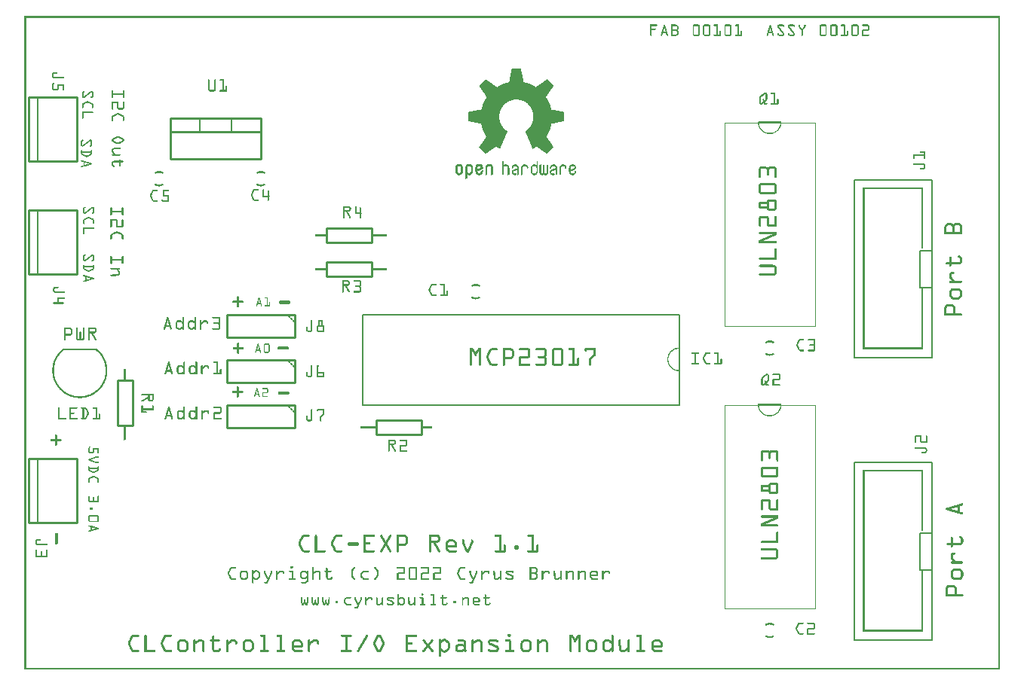
<source format=gto>
G04 MADE WITH FRITZING*
G04 WWW.FRITZING.ORG*
G04 DOUBLE SIDED*
G04 HOLES PLATED*
G04 CONTOUR ON CENTER OF CONTOUR VECTOR*
%ASAXBY*%
%FSLAX23Y23*%
%MOIN*%
%OFA0B0*%
%SFA1.0B1.0*%
%ADD10R,1.405916X0.405916X1.394084X0.394084*%
%ADD11C,0.005916*%
%ADD12R,0.404743X0.904743X0.395257X0.895257*%
%ADD13C,0.004743*%
%ADD14R,0.354200X0.795200X0.338200X0.779200*%
%ADD15C,0.008000*%
%ADD16R,0.063000X0.173200X0.047000X0.157200*%
%ADD17C,0.010000*%
%ADD18C,0.005000*%
%ADD19C,0.007874*%
%ADD20R,0.001000X0.001000*%
%LNSILK1*%
G90*
G70*
G54D11*
X1495Y1573D02*
X2895Y1573D01*
X2895Y1173D01*
X1495Y1173D01*
X1495Y1573D01*
D02*
G54D13*
X3095Y2423D02*
X3495Y2423D01*
X3495Y1523D01*
X3095Y1523D01*
X3095Y2423D01*
D02*
X3095Y1173D02*
X3495Y1173D01*
X3495Y273D01*
X3095Y273D01*
X3095Y1173D01*
D02*
G54D15*
X3667Y2167D02*
X4013Y2167D01*
X4013Y1380D01*
X3667Y1380D01*
X3667Y2167D01*
D02*
X3958Y1856D02*
X4013Y1856D01*
X4013Y1691D01*
X3958Y1691D01*
X3958Y1856D01*
D02*
X3667Y917D02*
X4013Y917D01*
X4013Y130D01*
X3667Y130D01*
X3667Y917D01*
D02*
X3958Y606D02*
X4013Y606D01*
X4013Y441D01*
X3958Y441D01*
X3958Y606D01*
D02*
G54D17*
X645Y2443D02*
X1045Y2443D01*
D02*
X1045Y2443D02*
X1045Y2263D01*
D02*
X1045Y2263D02*
X645Y2263D01*
D02*
X645Y2263D02*
X645Y2443D01*
D02*
X645Y2443D02*
X1045Y2443D01*
D02*
X1045Y2443D02*
X1045Y2383D01*
D02*
X1045Y2383D02*
X645Y2383D01*
D02*
X645Y2383D02*
X645Y2443D01*
G54D18*
D02*
X775Y2443D02*
X775Y2383D01*
D02*
X915Y2443D02*
X915Y2383D01*
G54D17*
D02*
X1535Y1740D02*
X1335Y1740D01*
D02*
X1335Y1740D02*
X1335Y1806D01*
D02*
X1335Y1806D02*
X1535Y1806D01*
D02*
X1535Y1806D02*
X1535Y1740D01*
D02*
X1535Y1890D02*
X1335Y1890D01*
D02*
X1335Y1890D02*
X1335Y1956D01*
D02*
X1335Y1956D02*
X1535Y1956D01*
D02*
X1535Y1956D02*
X1535Y1890D01*
D02*
X233Y650D02*
X233Y935D01*
D02*
X233Y935D02*
X17Y935D01*
D02*
X17Y935D02*
X17Y650D01*
D02*
X17Y650D02*
X233Y650D01*
G54D18*
D02*
X57Y935D02*
X57Y650D01*
G54D17*
D02*
X412Y1083D02*
X412Y1283D01*
D02*
X412Y1283D02*
X478Y1283D01*
D02*
X478Y1283D02*
X478Y1083D01*
D02*
X478Y1083D02*
X412Y1083D01*
D02*
X1554Y1106D02*
X1754Y1106D01*
D02*
X1754Y1106D02*
X1754Y1040D01*
D02*
X1754Y1040D02*
X1554Y1040D01*
D02*
X1554Y1040D02*
X1554Y1106D01*
D02*
X1195Y1573D02*
X895Y1573D01*
D02*
X895Y1573D02*
X895Y1473D01*
D02*
X895Y1473D02*
X1195Y1473D01*
D02*
X1195Y1473D02*
X1195Y1573D01*
D02*
X1195Y1173D02*
X895Y1173D01*
D02*
X895Y1173D02*
X895Y1073D01*
D02*
X895Y1073D02*
X1195Y1073D01*
D02*
X1195Y1073D02*
X1195Y1173D01*
D02*
X1195Y1373D02*
X895Y1373D01*
D02*
X895Y1373D02*
X895Y1273D01*
D02*
X895Y1273D02*
X1195Y1273D01*
D02*
X1195Y1273D02*
X1195Y1373D01*
D02*
X233Y1750D02*
X233Y2035D01*
D02*
X233Y2035D02*
X17Y2035D01*
D02*
X17Y2035D02*
X17Y1750D01*
D02*
X17Y1750D02*
X233Y1750D01*
G54D18*
D02*
X57Y2035D02*
X57Y1750D01*
G54D17*
D02*
X233Y2250D02*
X233Y2535D01*
D02*
X233Y2535D02*
X17Y2535D01*
D02*
X17Y2535D02*
X17Y2250D01*
D02*
X17Y2250D02*
X233Y2250D01*
G54D18*
D02*
X57Y2535D02*
X57Y2250D01*
G54D19*
X315Y1419D02*
X174Y1419D01*
D02*
G54D20*
X0Y2893D02*
X4312Y2893D01*
X0Y2892D02*
X4312Y2892D01*
X0Y2891D02*
X4312Y2891D01*
X0Y2890D02*
X4312Y2890D01*
X0Y2889D02*
X4312Y2889D01*
X0Y2888D02*
X4312Y2888D01*
X0Y2887D02*
X4312Y2887D01*
X0Y2886D02*
X4312Y2886D01*
X0Y2885D02*
X7Y2885D01*
X4305Y2885D02*
X4312Y2885D01*
X0Y2884D02*
X7Y2884D01*
X4305Y2884D02*
X4312Y2884D01*
X0Y2883D02*
X7Y2883D01*
X4305Y2883D02*
X4312Y2883D01*
X0Y2882D02*
X7Y2882D01*
X4305Y2882D02*
X4312Y2882D01*
X0Y2881D02*
X7Y2881D01*
X4305Y2881D02*
X4312Y2881D01*
X0Y2880D02*
X7Y2880D01*
X4305Y2880D02*
X4312Y2880D01*
X0Y2879D02*
X7Y2879D01*
X4305Y2879D02*
X4312Y2879D01*
X0Y2878D02*
X7Y2878D01*
X4305Y2878D02*
X4312Y2878D01*
X0Y2877D02*
X7Y2877D01*
X4305Y2877D02*
X4312Y2877D01*
X0Y2876D02*
X7Y2876D01*
X4305Y2876D02*
X4312Y2876D01*
X0Y2875D02*
X7Y2875D01*
X4305Y2875D02*
X4312Y2875D01*
X0Y2874D02*
X7Y2874D01*
X4305Y2874D02*
X4312Y2874D01*
X0Y2873D02*
X7Y2873D01*
X4305Y2873D02*
X4312Y2873D01*
X0Y2872D02*
X7Y2872D01*
X4305Y2872D02*
X4312Y2872D01*
X0Y2871D02*
X7Y2871D01*
X4305Y2871D02*
X4312Y2871D01*
X0Y2870D02*
X7Y2870D01*
X4305Y2870D02*
X4312Y2870D01*
X0Y2869D02*
X7Y2869D01*
X4305Y2869D02*
X4312Y2869D01*
X0Y2868D02*
X7Y2868D01*
X4305Y2868D02*
X4312Y2868D01*
X0Y2867D02*
X7Y2867D01*
X4305Y2867D02*
X4312Y2867D01*
X0Y2866D02*
X7Y2866D01*
X4305Y2866D02*
X4312Y2866D01*
X0Y2865D02*
X7Y2865D01*
X4305Y2865D02*
X4312Y2865D01*
X0Y2864D02*
X7Y2864D01*
X4305Y2864D02*
X4312Y2864D01*
X0Y2863D02*
X7Y2863D01*
X4305Y2863D02*
X4312Y2863D01*
X0Y2862D02*
X7Y2862D01*
X4305Y2862D02*
X4312Y2862D01*
X0Y2861D02*
X7Y2861D01*
X4305Y2861D02*
X4312Y2861D01*
X0Y2860D02*
X7Y2860D01*
X4305Y2860D02*
X4312Y2860D01*
X0Y2859D02*
X7Y2859D01*
X4305Y2859D02*
X4312Y2859D01*
X0Y2858D02*
X7Y2858D01*
X4305Y2858D02*
X4312Y2858D01*
X0Y2857D02*
X7Y2857D01*
X4305Y2857D02*
X4312Y2857D01*
X0Y2856D02*
X7Y2856D01*
X2767Y2856D02*
X2794Y2856D01*
X2860Y2856D02*
X2878Y2856D01*
X2960Y2856D02*
X2978Y2856D01*
X3007Y2856D02*
X3025Y2856D01*
X3050Y2856D02*
X3065Y2856D01*
X3100Y2856D02*
X3119Y2856D01*
X3144Y2856D02*
X3159Y2856D01*
X3335Y2856D02*
X3350Y2856D01*
X3382Y2856D02*
X3397Y2856D01*
X3521Y2856D02*
X3540Y2856D01*
X3568Y2856D02*
X3587Y2856D01*
X3612Y2856D02*
X3626Y2856D01*
X3662Y2856D02*
X3680Y2856D01*
X3705Y2856D02*
X3727Y2856D01*
X4305Y2856D02*
X4312Y2856D01*
X0Y2855D02*
X7Y2855D01*
X2766Y2855D02*
X2797Y2855D01*
X2827Y2855D02*
X2831Y2855D01*
X2860Y2855D02*
X2883Y2855D01*
X2957Y2855D02*
X2981Y2855D01*
X3004Y2855D02*
X3028Y2855D01*
X3048Y2855D02*
X3065Y2855D01*
X3097Y2855D02*
X3122Y2855D01*
X3142Y2855D02*
X3159Y2855D01*
X3295Y2855D02*
X3298Y2855D01*
X3331Y2855D02*
X3354Y2855D01*
X3378Y2855D02*
X3401Y2855D01*
X3422Y2855D02*
X3426Y2855D01*
X3448Y2855D02*
X3452Y2855D01*
X3518Y2855D02*
X3543Y2855D01*
X3565Y2855D02*
X3590Y2855D01*
X3610Y2855D02*
X3627Y2855D01*
X3659Y2855D02*
X3683Y2855D01*
X3703Y2855D02*
X3730Y2855D01*
X4305Y2855D02*
X4312Y2855D01*
X0Y2854D02*
X7Y2854D01*
X2766Y2854D02*
X2797Y2854D01*
X2826Y2854D02*
X2831Y2854D01*
X2860Y2854D02*
X2885Y2854D01*
X2955Y2854D02*
X2983Y2854D01*
X3002Y2854D02*
X3030Y2854D01*
X3047Y2854D02*
X3065Y2854D01*
X3096Y2854D02*
X3123Y2854D01*
X3141Y2854D02*
X3159Y2854D01*
X3294Y2854D02*
X3299Y2854D01*
X3330Y2854D02*
X3356Y2854D01*
X3377Y2854D02*
X3403Y2854D01*
X3422Y2854D02*
X3427Y2854D01*
X3447Y2854D02*
X3452Y2854D01*
X3517Y2854D02*
X3544Y2854D01*
X3564Y2854D02*
X3591Y2854D01*
X3609Y2854D02*
X3627Y2854D01*
X3657Y2854D02*
X3685Y2854D01*
X3702Y2854D02*
X3731Y2854D01*
X4305Y2854D02*
X4312Y2854D01*
X0Y2853D02*
X7Y2853D01*
X2766Y2853D02*
X2798Y2853D01*
X2826Y2853D02*
X2832Y2853D01*
X2860Y2853D02*
X2886Y2853D01*
X2955Y2853D02*
X2984Y2853D01*
X3002Y2853D02*
X3030Y2853D01*
X3047Y2853D02*
X3065Y2853D01*
X3095Y2853D02*
X3124Y2853D01*
X3141Y2853D02*
X3159Y2853D01*
X3294Y2853D02*
X3299Y2853D01*
X3329Y2853D02*
X3357Y2853D01*
X3376Y2853D02*
X3404Y2853D01*
X3421Y2853D02*
X3427Y2853D01*
X3447Y2853D02*
X3453Y2853D01*
X3516Y2853D02*
X3545Y2853D01*
X3563Y2853D02*
X3592Y2853D01*
X3609Y2853D02*
X3627Y2853D01*
X3657Y2853D02*
X3685Y2853D01*
X3702Y2853D02*
X3732Y2853D01*
X4305Y2853D02*
X4312Y2853D01*
X0Y2852D02*
X7Y2852D01*
X2766Y2852D02*
X2797Y2852D01*
X2826Y2852D02*
X2832Y2852D01*
X2860Y2852D02*
X2887Y2852D01*
X2954Y2852D02*
X2984Y2852D01*
X3001Y2852D02*
X3031Y2852D01*
X3047Y2852D02*
X3065Y2852D01*
X3094Y2852D02*
X3125Y2852D01*
X3141Y2852D02*
X3159Y2852D01*
X3293Y2852D02*
X3300Y2852D01*
X3329Y2852D02*
X3358Y2852D01*
X3375Y2852D02*
X3404Y2852D01*
X3421Y2852D02*
X3427Y2852D01*
X3447Y2852D02*
X3453Y2852D01*
X3516Y2852D02*
X3546Y2852D01*
X3562Y2852D02*
X3592Y2852D01*
X3609Y2852D02*
X3627Y2852D01*
X3656Y2852D02*
X3686Y2852D01*
X3702Y2852D02*
X3733Y2852D01*
X4305Y2852D02*
X4312Y2852D01*
X0Y2851D02*
X7Y2851D01*
X2766Y2851D02*
X2797Y2851D01*
X2825Y2851D02*
X2832Y2851D01*
X2860Y2851D02*
X2888Y2851D01*
X2954Y2851D02*
X2985Y2851D01*
X3001Y2851D02*
X3031Y2851D01*
X3048Y2851D02*
X3065Y2851D01*
X3094Y2851D02*
X3125Y2851D01*
X3141Y2851D02*
X3159Y2851D01*
X3293Y2851D02*
X3300Y2851D01*
X3328Y2851D02*
X3358Y2851D01*
X3375Y2851D02*
X3405Y2851D01*
X3421Y2851D02*
X3427Y2851D01*
X3447Y2851D02*
X3453Y2851D01*
X3515Y2851D02*
X3546Y2851D01*
X3562Y2851D02*
X3593Y2851D01*
X3609Y2851D02*
X3627Y2851D01*
X3656Y2851D02*
X3686Y2851D01*
X3703Y2851D02*
X3733Y2851D01*
X4305Y2851D02*
X4312Y2851D01*
X0Y2850D02*
X7Y2850D01*
X2766Y2850D02*
X2796Y2850D01*
X2825Y2850D02*
X2832Y2850D01*
X2860Y2850D02*
X2889Y2850D01*
X2954Y2850D02*
X2985Y2850D01*
X3000Y2850D02*
X3031Y2850D01*
X3049Y2850D02*
X3065Y2850D01*
X3094Y2850D02*
X3125Y2850D01*
X3142Y2850D02*
X3159Y2850D01*
X3293Y2850D02*
X3300Y2850D01*
X3328Y2850D02*
X3359Y2850D01*
X3375Y2850D02*
X3405Y2850D01*
X3421Y2850D02*
X3427Y2850D01*
X3447Y2850D02*
X3453Y2850D01*
X3515Y2850D02*
X3546Y2850D01*
X3562Y2850D02*
X3593Y2850D01*
X3610Y2850D02*
X3627Y2850D01*
X3655Y2850D02*
X3687Y2850D01*
X3704Y2850D02*
X3733Y2850D01*
X4305Y2850D02*
X4312Y2850D01*
X0Y2849D02*
X7Y2849D01*
X2766Y2849D02*
X2772Y2849D01*
X2825Y2849D02*
X2833Y2849D01*
X2860Y2849D02*
X2865Y2849D01*
X2881Y2849D02*
X2890Y2849D01*
X2954Y2849D02*
X2959Y2849D01*
X2979Y2849D02*
X2985Y2849D01*
X3000Y2849D02*
X3006Y2849D01*
X3026Y2849D02*
X3032Y2849D01*
X3060Y2849D02*
X3065Y2849D01*
X3094Y2849D02*
X3099Y2849D01*
X3120Y2849D02*
X3125Y2849D01*
X3153Y2849D02*
X3159Y2849D01*
X3293Y2849D02*
X3301Y2849D01*
X3328Y2849D02*
X3334Y2849D01*
X3353Y2849D02*
X3359Y2849D01*
X3375Y2849D02*
X3380Y2849D01*
X3399Y2849D02*
X3406Y2849D01*
X3421Y2849D02*
X3427Y2849D01*
X3447Y2849D02*
X3453Y2849D01*
X3515Y2849D02*
X3521Y2849D01*
X3541Y2849D02*
X3546Y2849D01*
X3562Y2849D02*
X3567Y2849D01*
X3587Y2849D02*
X3593Y2849D01*
X3621Y2849D02*
X3627Y2849D01*
X3655Y2849D02*
X3661Y2849D01*
X3681Y2849D02*
X3687Y2849D01*
X3728Y2849D02*
X3733Y2849D01*
X4305Y2849D02*
X4312Y2849D01*
X0Y2848D02*
X7Y2848D01*
X2766Y2848D02*
X2772Y2848D01*
X2824Y2848D02*
X2833Y2848D01*
X2860Y2848D02*
X2865Y2848D01*
X2883Y2848D02*
X2890Y2848D01*
X2954Y2848D02*
X2959Y2848D01*
X2979Y2848D02*
X2985Y2848D01*
X3000Y2848D02*
X3006Y2848D01*
X3026Y2848D02*
X3032Y2848D01*
X3060Y2848D02*
X3065Y2848D01*
X3094Y2848D02*
X3099Y2848D01*
X3120Y2848D02*
X3125Y2848D01*
X3153Y2848D02*
X3159Y2848D01*
X3292Y2848D02*
X3301Y2848D01*
X3328Y2848D02*
X3334Y2848D01*
X3353Y2848D02*
X3359Y2848D01*
X3375Y2848D02*
X3380Y2848D01*
X3400Y2848D02*
X3406Y2848D01*
X3421Y2848D02*
X3427Y2848D01*
X3447Y2848D02*
X3453Y2848D01*
X3515Y2848D02*
X3521Y2848D01*
X3541Y2848D02*
X3546Y2848D01*
X3562Y2848D02*
X3567Y2848D01*
X3587Y2848D02*
X3593Y2848D01*
X3621Y2848D02*
X3627Y2848D01*
X3655Y2848D02*
X3661Y2848D01*
X3681Y2848D02*
X3687Y2848D01*
X3728Y2848D02*
X3733Y2848D01*
X4305Y2848D02*
X4312Y2848D01*
X0Y2847D02*
X7Y2847D01*
X2766Y2847D02*
X2772Y2847D01*
X2824Y2847D02*
X2833Y2847D01*
X2860Y2847D02*
X2865Y2847D01*
X2884Y2847D02*
X2890Y2847D01*
X2954Y2847D02*
X2959Y2847D01*
X2979Y2847D02*
X2985Y2847D01*
X3000Y2847D02*
X3006Y2847D01*
X3026Y2847D02*
X3032Y2847D01*
X3060Y2847D02*
X3065Y2847D01*
X3094Y2847D02*
X3099Y2847D01*
X3120Y2847D02*
X3125Y2847D01*
X3153Y2847D02*
X3159Y2847D01*
X3292Y2847D02*
X3301Y2847D01*
X3328Y2847D02*
X3334Y2847D01*
X3354Y2847D02*
X3359Y2847D01*
X3375Y2847D02*
X3381Y2847D01*
X3400Y2847D02*
X3406Y2847D01*
X3421Y2847D02*
X3428Y2847D01*
X3446Y2847D02*
X3453Y2847D01*
X3515Y2847D02*
X3521Y2847D01*
X3541Y2847D02*
X3546Y2847D01*
X3562Y2847D02*
X3567Y2847D01*
X3587Y2847D02*
X3593Y2847D01*
X3621Y2847D02*
X3627Y2847D01*
X3655Y2847D02*
X3661Y2847D01*
X3681Y2847D02*
X3687Y2847D01*
X3728Y2847D02*
X3733Y2847D01*
X4305Y2847D02*
X4312Y2847D01*
X0Y2846D02*
X7Y2846D01*
X2766Y2846D02*
X2772Y2846D01*
X2824Y2846D02*
X2834Y2846D01*
X2860Y2846D02*
X2865Y2846D01*
X2885Y2846D02*
X2891Y2846D01*
X2954Y2846D02*
X2959Y2846D01*
X2979Y2846D02*
X2985Y2846D01*
X3000Y2846D02*
X3006Y2846D01*
X3026Y2846D02*
X3032Y2846D01*
X3060Y2846D02*
X3065Y2846D01*
X3094Y2846D02*
X3099Y2846D01*
X3120Y2846D02*
X3125Y2846D01*
X3153Y2846D02*
X3159Y2846D01*
X3292Y2846D02*
X3302Y2846D01*
X3328Y2846D02*
X3335Y2846D01*
X3354Y2846D02*
X3359Y2846D01*
X3375Y2846D02*
X3382Y2846D01*
X3401Y2846D02*
X3406Y2846D01*
X3422Y2846D02*
X3429Y2846D01*
X3445Y2846D02*
X3452Y2846D01*
X3515Y2846D02*
X3521Y2846D01*
X3541Y2846D02*
X3546Y2846D01*
X3562Y2846D02*
X3567Y2846D01*
X3587Y2846D02*
X3593Y2846D01*
X3621Y2846D02*
X3627Y2846D01*
X3655Y2846D02*
X3661Y2846D01*
X3681Y2846D02*
X3687Y2846D01*
X3728Y2846D02*
X3733Y2846D01*
X4305Y2846D02*
X4312Y2846D01*
X0Y2845D02*
X7Y2845D01*
X2766Y2845D02*
X2772Y2845D01*
X2824Y2845D02*
X2834Y2845D01*
X2860Y2845D02*
X2865Y2845D01*
X2885Y2845D02*
X2891Y2845D01*
X2954Y2845D02*
X2959Y2845D01*
X2979Y2845D02*
X2985Y2845D01*
X3000Y2845D02*
X3006Y2845D01*
X3026Y2845D02*
X3032Y2845D01*
X3060Y2845D02*
X3065Y2845D01*
X3094Y2845D02*
X3099Y2845D01*
X3120Y2845D02*
X3125Y2845D01*
X3153Y2845D02*
X3159Y2845D01*
X3291Y2845D02*
X3302Y2845D01*
X3329Y2845D02*
X3336Y2845D01*
X3355Y2845D02*
X3358Y2845D01*
X3376Y2845D02*
X3383Y2845D01*
X3401Y2845D02*
X3405Y2845D01*
X3422Y2845D02*
X3430Y2845D01*
X3444Y2845D02*
X3452Y2845D01*
X3515Y2845D02*
X3521Y2845D01*
X3541Y2845D02*
X3546Y2845D01*
X3562Y2845D02*
X3567Y2845D01*
X3587Y2845D02*
X3593Y2845D01*
X3621Y2845D02*
X3627Y2845D01*
X3655Y2845D02*
X3661Y2845D01*
X3681Y2845D02*
X3687Y2845D01*
X3728Y2845D02*
X3733Y2845D01*
X4305Y2845D02*
X4312Y2845D01*
X0Y2844D02*
X7Y2844D01*
X2766Y2844D02*
X2772Y2844D01*
X2823Y2844D02*
X2834Y2844D01*
X2860Y2844D02*
X2865Y2844D01*
X2886Y2844D02*
X2891Y2844D01*
X2954Y2844D02*
X2959Y2844D01*
X2979Y2844D02*
X2985Y2844D01*
X3000Y2844D02*
X3006Y2844D01*
X3026Y2844D02*
X3032Y2844D01*
X3060Y2844D02*
X3065Y2844D01*
X3094Y2844D02*
X3099Y2844D01*
X3120Y2844D02*
X3125Y2844D01*
X3153Y2844D02*
X3159Y2844D01*
X3291Y2844D02*
X3302Y2844D01*
X3329Y2844D02*
X3337Y2844D01*
X3376Y2844D02*
X3384Y2844D01*
X3423Y2844D02*
X3430Y2844D01*
X3444Y2844D02*
X3451Y2844D01*
X3515Y2844D02*
X3521Y2844D01*
X3541Y2844D02*
X3546Y2844D01*
X3562Y2844D02*
X3567Y2844D01*
X3587Y2844D02*
X3593Y2844D01*
X3621Y2844D02*
X3627Y2844D01*
X3655Y2844D02*
X3661Y2844D01*
X3681Y2844D02*
X3687Y2844D01*
X3728Y2844D02*
X3733Y2844D01*
X4305Y2844D02*
X4312Y2844D01*
X0Y2843D02*
X7Y2843D01*
X2766Y2843D02*
X2772Y2843D01*
X2823Y2843D02*
X2835Y2843D01*
X2860Y2843D02*
X2865Y2843D01*
X2886Y2843D02*
X2891Y2843D01*
X2954Y2843D02*
X2959Y2843D01*
X2979Y2843D02*
X2985Y2843D01*
X3000Y2843D02*
X3006Y2843D01*
X3026Y2843D02*
X3032Y2843D01*
X3060Y2843D02*
X3065Y2843D01*
X3094Y2843D02*
X3099Y2843D01*
X3120Y2843D02*
X3125Y2843D01*
X3153Y2843D02*
X3159Y2843D01*
X3291Y2843D02*
X3302Y2843D01*
X3330Y2843D02*
X3338Y2843D01*
X3377Y2843D02*
X3384Y2843D01*
X3424Y2843D02*
X3431Y2843D01*
X3443Y2843D02*
X3450Y2843D01*
X3515Y2843D02*
X3521Y2843D01*
X3541Y2843D02*
X3546Y2843D01*
X3562Y2843D02*
X3567Y2843D01*
X3587Y2843D02*
X3593Y2843D01*
X3621Y2843D02*
X3627Y2843D01*
X3655Y2843D02*
X3661Y2843D01*
X3681Y2843D02*
X3687Y2843D01*
X3728Y2843D02*
X3733Y2843D01*
X4305Y2843D02*
X4312Y2843D01*
X0Y2842D02*
X7Y2842D01*
X2766Y2842D02*
X2772Y2842D01*
X2823Y2842D02*
X2835Y2842D01*
X2860Y2842D02*
X2865Y2842D01*
X2886Y2842D02*
X2891Y2842D01*
X2954Y2842D02*
X2959Y2842D01*
X2979Y2842D02*
X2985Y2842D01*
X3000Y2842D02*
X3006Y2842D01*
X3026Y2842D02*
X3032Y2842D01*
X3060Y2842D02*
X3065Y2842D01*
X3094Y2842D02*
X3099Y2842D01*
X3120Y2842D02*
X3125Y2842D01*
X3153Y2842D02*
X3159Y2842D01*
X3291Y2842D02*
X3303Y2842D01*
X3331Y2842D02*
X3338Y2842D01*
X3378Y2842D02*
X3385Y2842D01*
X3425Y2842D02*
X3432Y2842D01*
X3442Y2842D02*
X3449Y2842D01*
X3515Y2842D02*
X3521Y2842D01*
X3541Y2842D02*
X3546Y2842D01*
X3562Y2842D02*
X3567Y2842D01*
X3587Y2842D02*
X3593Y2842D01*
X3621Y2842D02*
X3627Y2842D01*
X3655Y2842D02*
X3661Y2842D01*
X3681Y2842D02*
X3687Y2842D01*
X3728Y2842D02*
X3733Y2842D01*
X4305Y2842D02*
X4312Y2842D01*
X0Y2841D02*
X7Y2841D01*
X2766Y2841D02*
X2772Y2841D01*
X2822Y2841D02*
X2835Y2841D01*
X2860Y2841D02*
X2865Y2841D01*
X2886Y2841D02*
X2891Y2841D01*
X2954Y2841D02*
X2959Y2841D01*
X2979Y2841D02*
X2985Y2841D01*
X3000Y2841D02*
X3006Y2841D01*
X3026Y2841D02*
X3032Y2841D01*
X3060Y2841D02*
X3065Y2841D01*
X3094Y2841D02*
X3099Y2841D01*
X3120Y2841D02*
X3125Y2841D01*
X3153Y2841D02*
X3159Y2841D01*
X3290Y2841D02*
X3303Y2841D01*
X3332Y2841D02*
X3339Y2841D01*
X3379Y2841D02*
X3386Y2841D01*
X3425Y2841D02*
X3433Y2841D01*
X3441Y2841D02*
X3449Y2841D01*
X3515Y2841D02*
X3521Y2841D01*
X3541Y2841D02*
X3546Y2841D01*
X3562Y2841D02*
X3567Y2841D01*
X3587Y2841D02*
X3593Y2841D01*
X3621Y2841D02*
X3627Y2841D01*
X3655Y2841D02*
X3661Y2841D01*
X3681Y2841D02*
X3687Y2841D01*
X3728Y2841D02*
X3733Y2841D01*
X4305Y2841D02*
X4312Y2841D01*
X0Y2840D02*
X7Y2840D01*
X2766Y2840D02*
X2772Y2840D01*
X2822Y2840D02*
X2828Y2840D01*
X2830Y2840D02*
X2835Y2840D01*
X2860Y2840D02*
X2865Y2840D01*
X2886Y2840D02*
X2891Y2840D01*
X2954Y2840D02*
X2959Y2840D01*
X2979Y2840D02*
X2985Y2840D01*
X3000Y2840D02*
X3006Y2840D01*
X3026Y2840D02*
X3032Y2840D01*
X3060Y2840D02*
X3065Y2840D01*
X3094Y2840D02*
X3099Y2840D01*
X3120Y2840D02*
X3125Y2840D01*
X3153Y2840D02*
X3159Y2840D01*
X3290Y2840D02*
X3303Y2840D01*
X3333Y2840D02*
X3340Y2840D01*
X3379Y2840D02*
X3387Y2840D01*
X3426Y2840D02*
X3433Y2840D01*
X3441Y2840D02*
X3448Y2840D01*
X3515Y2840D02*
X3521Y2840D01*
X3541Y2840D02*
X3546Y2840D01*
X3562Y2840D02*
X3567Y2840D01*
X3587Y2840D02*
X3593Y2840D01*
X3621Y2840D02*
X3627Y2840D01*
X3655Y2840D02*
X3661Y2840D01*
X3681Y2840D02*
X3687Y2840D01*
X3728Y2840D02*
X3733Y2840D01*
X4305Y2840D02*
X4312Y2840D01*
X0Y2839D02*
X7Y2839D01*
X2766Y2839D02*
X2790Y2839D01*
X2822Y2839D02*
X2828Y2839D01*
X2830Y2839D02*
X2836Y2839D01*
X2860Y2839D02*
X2865Y2839D01*
X2885Y2839D02*
X2891Y2839D01*
X2954Y2839D02*
X2959Y2839D01*
X2979Y2839D02*
X2985Y2839D01*
X3000Y2839D02*
X3006Y2839D01*
X3026Y2839D02*
X3032Y2839D01*
X3060Y2839D02*
X3065Y2839D01*
X3094Y2839D02*
X3099Y2839D01*
X3120Y2839D02*
X3125Y2839D01*
X3153Y2839D02*
X3159Y2839D01*
X3290Y2839D02*
X3295Y2839D01*
X3298Y2839D02*
X3304Y2839D01*
X3333Y2839D02*
X3341Y2839D01*
X3380Y2839D02*
X3387Y2839D01*
X3427Y2839D02*
X3434Y2839D01*
X3440Y2839D02*
X3447Y2839D01*
X3515Y2839D02*
X3521Y2839D01*
X3541Y2839D02*
X3546Y2839D01*
X3562Y2839D02*
X3567Y2839D01*
X3587Y2839D02*
X3593Y2839D01*
X3621Y2839D02*
X3627Y2839D01*
X3655Y2839D02*
X3661Y2839D01*
X3681Y2839D02*
X3687Y2839D01*
X3728Y2839D02*
X3733Y2839D01*
X4305Y2839D02*
X4312Y2839D01*
X0Y2838D02*
X7Y2838D01*
X2766Y2838D02*
X2791Y2838D01*
X2822Y2838D02*
X2827Y2838D01*
X2830Y2838D02*
X2836Y2838D01*
X2860Y2838D02*
X2865Y2838D01*
X2885Y2838D02*
X2891Y2838D01*
X2954Y2838D02*
X2959Y2838D01*
X2979Y2838D02*
X2985Y2838D01*
X3000Y2838D02*
X3006Y2838D01*
X3026Y2838D02*
X3032Y2838D01*
X3060Y2838D02*
X3065Y2838D01*
X3094Y2838D02*
X3099Y2838D01*
X3120Y2838D02*
X3125Y2838D01*
X3153Y2838D02*
X3159Y2838D01*
X3289Y2838D02*
X3295Y2838D01*
X3298Y2838D02*
X3304Y2838D01*
X3334Y2838D02*
X3341Y2838D01*
X3381Y2838D02*
X3388Y2838D01*
X3428Y2838D02*
X3435Y2838D01*
X3439Y2838D02*
X3446Y2838D01*
X3515Y2838D02*
X3521Y2838D01*
X3541Y2838D02*
X3546Y2838D01*
X3562Y2838D02*
X3567Y2838D01*
X3587Y2838D02*
X3593Y2838D01*
X3621Y2838D02*
X3627Y2838D01*
X3655Y2838D02*
X3661Y2838D01*
X3681Y2838D02*
X3687Y2838D01*
X3728Y2838D02*
X3733Y2838D01*
X4305Y2838D02*
X4312Y2838D01*
X0Y2837D02*
X7Y2837D01*
X2766Y2837D02*
X2791Y2837D01*
X2821Y2837D02*
X2827Y2837D01*
X2830Y2837D02*
X2836Y2837D01*
X2860Y2837D02*
X2865Y2837D01*
X2884Y2837D02*
X2891Y2837D01*
X2954Y2837D02*
X2959Y2837D01*
X2979Y2837D02*
X2985Y2837D01*
X3000Y2837D02*
X3006Y2837D01*
X3026Y2837D02*
X3032Y2837D01*
X3060Y2837D02*
X3065Y2837D01*
X3094Y2837D02*
X3099Y2837D01*
X3120Y2837D02*
X3125Y2837D01*
X3153Y2837D02*
X3159Y2837D01*
X3289Y2837D02*
X3295Y2837D01*
X3298Y2837D02*
X3304Y2837D01*
X3335Y2837D02*
X3342Y2837D01*
X3382Y2837D02*
X3389Y2837D01*
X3429Y2837D02*
X3436Y2837D01*
X3438Y2837D02*
X3445Y2837D01*
X3515Y2837D02*
X3521Y2837D01*
X3541Y2837D02*
X3546Y2837D01*
X3562Y2837D02*
X3567Y2837D01*
X3587Y2837D02*
X3593Y2837D01*
X3621Y2837D02*
X3627Y2837D01*
X3655Y2837D02*
X3661Y2837D01*
X3681Y2837D02*
X3687Y2837D01*
X3728Y2837D02*
X3733Y2837D01*
X4305Y2837D02*
X4312Y2837D01*
X0Y2836D02*
X7Y2836D01*
X2766Y2836D02*
X2791Y2836D01*
X2821Y2836D02*
X2827Y2836D01*
X2831Y2836D02*
X2837Y2836D01*
X2860Y2836D02*
X2865Y2836D01*
X2884Y2836D02*
X2890Y2836D01*
X2954Y2836D02*
X2959Y2836D01*
X2979Y2836D02*
X2985Y2836D01*
X3000Y2836D02*
X3006Y2836D01*
X3026Y2836D02*
X3032Y2836D01*
X3060Y2836D02*
X3065Y2836D01*
X3094Y2836D02*
X3099Y2836D01*
X3120Y2836D02*
X3125Y2836D01*
X3153Y2836D02*
X3159Y2836D01*
X3289Y2836D02*
X3295Y2836D01*
X3299Y2836D02*
X3304Y2836D01*
X3336Y2836D02*
X3343Y2836D01*
X3382Y2836D02*
X3390Y2836D01*
X3429Y2836D02*
X3445Y2836D01*
X3515Y2836D02*
X3521Y2836D01*
X3541Y2836D02*
X3546Y2836D01*
X3562Y2836D02*
X3567Y2836D01*
X3587Y2836D02*
X3593Y2836D01*
X3621Y2836D02*
X3627Y2836D01*
X3655Y2836D02*
X3661Y2836D01*
X3681Y2836D02*
X3687Y2836D01*
X3728Y2836D02*
X3733Y2836D01*
X4305Y2836D02*
X4312Y2836D01*
X0Y2835D02*
X7Y2835D01*
X2766Y2835D02*
X2791Y2835D01*
X2821Y2835D02*
X2826Y2835D01*
X2831Y2835D02*
X2837Y2835D01*
X2860Y2835D02*
X2865Y2835D01*
X2882Y2835D02*
X2890Y2835D01*
X2954Y2835D02*
X2959Y2835D01*
X2979Y2835D02*
X2985Y2835D01*
X3000Y2835D02*
X3006Y2835D01*
X3026Y2835D02*
X3032Y2835D01*
X3060Y2835D02*
X3065Y2835D01*
X3094Y2835D02*
X3099Y2835D01*
X3120Y2835D02*
X3125Y2835D01*
X3153Y2835D02*
X3159Y2835D01*
X3289Y2835D02*
X3294Y2835D01*
X3299Y2835D02*
X3305Y2835D01*
X3336Y2835D02*
X3344Y2835D01*
X3383Y2835D02*
X3391Y2835D01*
X3430Y2835D02*
X3444Y2835D01*
X3515Y2835D02*
X3521Y2835D01*
X3541Y2835D02*
X3546Y2835D01*
X3562Y2835D02*
X3567Y2835D01*
X3587Y2835D02*
X3593Y2835D01*
X3621Y2835D02*
X3627Y2835D01*
X3655Y2835D02*
X3661Y2835D01*
X3681Y2835D02*
X3687Y2835D01*
X3728Y2835D02*
X3733Y2835D01*
X4305Y2835D02*
X4312Y2835D01*
X0Y2834D02*
X7Y2834D01*
X2766Y2834D02*
X2790Y2834D01*
X2820Y2834D02*
X2826Y2834D01*
X2831Y2834D02*
X2837Y2834D01*
X2860Y2834D02*
X2889Y2834D01*
X2954Y2834D02*
X2959Y2834D01*
X2979Y2834D02*
X2985Y2834D01*
X3000Y2834D02*
X3006Y2834D01*
X3026Y2834D02*
X3032Y2834D01*
X3060Y2834D02*
X3065Y2834D01*
X3094Y2834D02*
X3099Y2834D01*
X3120Y2834D02*
X3125Y2834D01*
X3153Y2834D02*
X3159Y2834D01*
X3288Y2834D02*
X3294Y2834D01*
X3299Y2834D02*
X3305Y2834D01*
X3337Y2834D02*
X3345Y2834D01*
X3384Y2834D02*
X3391Y2834D01*
X3431Y2834D02*
X3443Y2834D01*
X3515Y2834D02*
X3521Y2834D01*
X3541Y2834D02*
X3546Y2834D01*
X3562Y2834D02*
X3567Y2834D01*
X3587Y2834D02*
X3593Y2834D01*
X3621Y2834D02*
X3627Y2834D01*
X3655Y2834D02*
X3661Y2834D01*
X3681Y2834D02*
X3687Y2834D01*
X3708Y2834D02*
X3733Y2834D01*
X4305Y2834D02*
X4312Y2834D01*
X0Y2833D02*
X7Y2833D01*
X2766Y2833D02*
X2788Y2833D01*
X2820Y2833D02*
X2826Y2833D01*
X2832Y2833D02*
X2837Y2833D01*
X2860Y2833D02*
X2889Y2833D01*
X2954Y2833D02*
X2959Y2833D01*
X2979Y2833D02*
X2985Y2833D01*
X3000Y2833D02*
X3006Y2833D01*
X3026Y2833D02*
X3032Y2833D01*
X3060Y2833D02*
X3065Y2833D01*
X3094Y2833D02*
X3099Y2833D01*
X3120Y2833D02*
X3125Y2833D01*
X3153Y2833D02*
X3159Y2833D01*
X3288Y2833D02*
X3294Y2833D01*
X3299Y2833D02*
X3305Y2833D01*
X3338Y2833D02*
X3345Y2833D01*
X3385Y2833D02*
X3392Y2833D01*
X3432Y2833D02*
X3442Y2833D01*
X3515Y2833D02*
X3521Y2833D01*
X3541Y2833D02*
X3546Y2833D01*
X3562Y2833D02*
X3567Y2833D01*
X3587Y2833D02*
X3593Y2833D01*
X3621Y2833D02*
X3627Y2833D01*
X3655Y2833D02*
X3661Y2833D01*
X3681Y2833D02*
X3687Y2833D01*
X3705Y2833D02*
X3733Y2833D01*
X4305Y2833D02*
X4312Y2833D01*
X0Y2832D02*
X7Y2832D01*
X2766Y2832D02*
X2772Y2832D01*
X2820Y2832D02*
X2826Y2832D01*
X2832Y2832D02*
X2838Y2832D01*
X2860Y2832D02*
X2888Y2832D01*
X2954Y2832D02*
X2959Y2832D01*
X2979Y2832D02*
X2985Y2832D01*
X3000Y2832D02*
X3006Y2832D01*
X3026Y2832D02*
X3032Y2832D01*
X3060Y2832D02*
X3065Y2832D01*
X3094Y2832D02*
X3099Y2832D01*
X3120Y2832D02*
X3125Y2832D01*
X3153Y2832D02*
X3159Y2832D01*
X3288Y2832D02*
X3293Y2832D01*
X3300Y2832D02*
X3306Y2832D01*
X3339Y2832D02*
X3346Y2832D01*
X3386Y2832D02*
X3393Y2832D01*
X3432Y2832D02*
X3442Y2832D01*
X3515Y2832D02*
X3521Y2832D01*
X3541Y2832D02*
X3546Y2832D01*
X3562Y2832D02*
X3567Y2832D01*
X3587Y2832D02*
X3593Y2832D01*
X3621Y2832D02*
X3627Y2832D01*
X3655Y2832D02*
X3661Y2832D01*
X3681Y2832D02*
X3687Y2832D01*
X3704Y2832D02*
X3733Y2832D01*
X4305Y2832D02*
X4312Y2832D01*
X0Y2831D02*
X7Y2831D01*
X2766Y2831D02*
X2772Y2831D01*
X2819Y2831D02*
X2825Y2831D01*
X2832Y2831D02*
X2838Y2831D01*
X2860Y2831D02*
X2887Y2831D01*
X2954Y2831D02*
X2959Y2831D01*
X2979Y2831D02*
X2985Y2831D01*
X3000Y2831D02*
X3006Y2831D01*
X3026Y2831D02*
X3032Y2831D01*
X3060Y2831D02*
X3065Y2831D01*
X3094Y2831D02*
X3099Y2831D01*
X3120Y2831D02*
X3125Y2831D01*
X3153Y2831D02*
X3159Y2831D01*
X3287Y2831D02*
X3293Y2831D01*
X3300Y2831D02*
X3306Y2831D01*
X3339Y2831D02*
X3347Y2831D01*
X3386Y2831D02*
X3394Y2831D01*
X3433Y2831D02*
X3441Y2831D01*
X3515Y2831D02*
X3521Y2831D01*
X3541Y2831D02*
X3546Y2831D01*
X3562Y2831D02*
X3567Y2831D01*
X3587Y2831D02*
X3593Y2831D01*
X3621Y2831D02*
X3627Y2831D01*
X3655Y2831D02*
X3661Y2831D01*
X3681Y2831D02*
X3687Y2831D01*
X3703Y2831D02*
X3732Y2831D01*
X4305Y2831D02*
X4312Y2831D01*
X0Y2830D02*
X7Y2830D01*
X2766Y2830D02*
X2772Y2830D01*
X2819Y2830D02*
X2825Y2830D01*
X2832Y2830D02*
X2838Y2830D01*
X2860Y2830D02*
X2887Y2830D01*
X2954Y2830D02*
X2959Y2830D01*
X2979Y2830D02*
X2985Y2830D01*
X3000Y2830D02*
X3006Y2830D01*
X3026Y2830D02*
X3032Y2830D01*
X3060Y2830D02*
X3065Y2830D01*
X3094Y2830D02*
X3099Y2830D01*
X3120Y2830D02*
X3125Y2830D01*
X3153Y2830D02*
X3159Y2830D01*
X3287Y2830D02*
X3293Y2830D01*
X3300Y2830D02*
X3306Y2830D01*
X3340Y2830D02*
X3348Y2830D01*
X3387Y2830D02*
X3394Y2830D01*
X3434Y2830D02*
X3440Y2830D01*
X3515Y2830D02*
X3521Y2830D01*
X3541Y2830D02*
X3546Y2830D01*
X3562Y2830D02*
X3567Y2830D01*
X3587Y2830D02*
X3593Y2830D01*
X3621Y2830D02*
X3627Y2830D01*
X3655Y2830D02*
X3661Y2830D01*
X3681Y2830D02*
X3687Y2830D01*
X3703Y2830D02*
X3732Y2830D01*
X4305Y2830D02*
X4312Y2830D01*
X0Y2829D02*
X7Y2829D01*
X2766Y2829D02*
X2772Y2829D01*
X2819Y2829D02*
X2825Y2829D01*
X2833Y2829D02*
X2839Y2829D01*
X2860Y2829D02*
X2888Y2829D01*
X2954Y2829D02*
X2959Y2829D01*
X2979Y2829D02*
X2985Y2829D01*
X3000Y2829D02*
X3006Y2829D01*
X3026Y2829D02*
X3032Y2829D01*
X3060Y2829D02*
X3065Y2829D01*
X3094Y2829D02*
X3099Y2829D01*
X3120Y2829D02*
X3125Y2829D01*
X3153Y2829D02*
X3159Y2829D01*
X3287Y2829D02*
X3293Y2829D01*
X3301Y2829D02*
X3306Y2829D01*
X3341Y2829D02*
X3348Y2829D01*
X3388Y2829D02*
X3395Y2829D01*
X3434Y2829D02*
X3440Y2829D01*
X3515Y2829D02*
X3521Y2829D01*
X3541Y2829D02*
X3546Y2829D01*
X3562Y2829D02*
X3567Y2829D01*
X3587Y2829D02*
X3593Y2829D01*
X3621Y2829D02*
X3627Y2829D01*
X3655Y2829D02*
X3661Y2829D01*
X3681Y2829D02*
X3687Y2829D01*
X3702Y2829D02*
X3731Y2829D01*
X4305Y2829D02*
X4312Y2829D01*
X0Y2828D02*
X7Y2828D01*
X2766Y2828D02*
X2772Y2828D01*
X2819Y2828D02*
X2824Y2828D01*
X2833Y2828D02*
X2839Y2828D01*
X2860Y2828D02*
X2889Y2828D01*
X2954Y2828D02*
X2959Y2828D01*
X2979Y2828D02*
X2985Y2828D01*
X3000Y2828D02*
X3006Y2828D01*
X3026Y2828D02*
X3032Y2828D01*
X3060Y2828D02*
X3065Y2828D01*
X3074Y2828D02*
X3077Y2828D01*
X3094Y2828D02*
X3099Y2828D01*
X3120Y2828D02*
X3125Y2828D01*
X3153Y2828D02*
X3159Y2828D01*
X3168Y2828D02*
X3170Y2828D01*
X3286Y2828D02*
X3292Y2828D01*
X3301Y2828D02*
X3307Y2828D01*
X3342Y2828D02*
X3349Y2828D01*
X3389Y2828D02*
X3396Y2828D01*
X3434Y2828D02*
X3440Y2828D01*
X3515Y2828D02*
X3521Y2828D01*
X3541Y2828D02*
X3546Y2828D01*
X3562Y2828D02*
X3567Y2828D01*
X3587Y2828D02*
X3593Y2828D01*
X3621Y2828D02*
X3627Y2828D01*
X3636Y2828D02*
X3638Y2828D01*
X3655Y2828D02*
X3661Y2828D01*
X3681Y2828D02*
X3687Y2828D01*
X3702Y2828D02*
X3729Y2828D01*
X4305Y2828D02*
X4312Y2828D01*
X0Y2827D02*
X7Y2827D01*
X2766Y2827D02*
X2772Y2827D01*
X2818Y2827D02*
X2824Y2827D01*
X2833Y2827D02*
X2839Y2827D01*
X2860Y2827D02*
X2865Y2827D01*
X2882Y2827D02*
X2890Y2827D01*
X2954Y2827D02*
X2959Y2827D01*
X2979Y2827D02*
X2985Y2827D01*
X3000Y2827D02*
X3006Y2827D01*
X3026Y2827D02*
X3032Y2827D01*
X3060Y2827D02*
X3065Y2827D01*
X3073Y2827D02*
X3078Y2827D01*
X3094Y2827D02*
X3099Y2827D01*
X3120Y2827D02*
X3125Y2827D01*
X3153Y2827D02*
X3159Y2827D01*
X3167Y2827D02*
X3171Y2827D01*
X3286Y2827D02*
X3292Y2827D01*
X3301Y2827D02*
X3307Y2827D01*
X3343Y2827D02*
X3350Y2827D01*
X3389Y2827D02*
X3397Y2827D01*
X3434Y2827D02*
X3440Y2827D01*
X3515Y2827D02*
X3521Y2827D01*
X3541Y2827D02*
X3546Y2827D01*
X3562Y2827D02*
X3567Y2827D01*
X3587Y2827D02*
X3593Y2827D01*
X3621Y2827D02*
X3627Y2827D01*
X3635Y2827D02*
X3639Y2827D01*
X3655Y2827D02*
X3661Y2827D01*
X3681Y2827D02*
X3687Y2827D01*
X3702Y2827D02*
X3708Y2827D01*
X4305Y2827D02*
X4312Y2827D01*
X0Y2826D02*
X7Y2826D01*
X2766Y2826D02*
X2772Y2826D01*
X2818Y2826D02*
X2824Y2826D01*
X2834Y2826D02*
X2839Y2826D01*
X2860Y2826D02*
X2865Y2826D01*
X2883Y2826D02*
X2890Y2826D01*
X2954Y2826D02*
X2959Y2826D01*
X2979Y2826D02*
X2985Y2826D01*
X3000Y2826D02*
X3006Y2826D01*
X3026Y2826D02*
X3032Y2826D01*
X3060Y2826D02*
X3065Y2826D01*
X3073Y2826D02*
X3078Y2826D01*
X3094Y2826D02*
X3099Y2826D01*
X3120Y2826D02*
X3125Y2826D01*
X3153Y2826D02*
X3159Y2826D01*
X3167Y2826D02*
X3172Y2826D01*
X3286Y2826D02*
X3292Y2826D01*
X3302Y2826D02*
X3307Y2826D01*
X3343Y2826D02*
X3351Y2826D01*
X3390Y2826D02*
X3398Y2826D01*
X3434Y2826D02*
X3440Y2826D01*
X3515Y2826D02*
X3521Y2826D01*
X3541Y2826D02*
X3546Y2826D01*
X3562Y2826D02*
X3567Y2826D01*
X3587Y2826D02*
X3593Y2826D01*
X3621Y2826D02*
X3627Y2826D01*
X3634Y2826D02*
X3640Y2826D01*
X3655Y2826D02*
X3661Y2826D01*
X3681Y2826D02*
X3687Y2826D01*
X3702Y2826D02*
X3708Y2826D01*
X4305Y2826D02*
X4312Y2826D01*
X0Y2825D02*
X7Y2825D01*
X2766Y2825D02*
X2772Y2825D01*
X2818Y2825D02*
X2824Y2825D01*
X2834Y2825D02*
X2840Y2825D01*
X2860Y2825D02*
X2865Y2825D01*
X2884Y2825D02*
X2890Y2825D01*
X2954Y2825D02*
X2959Y2825D01*
X2979Y2825D02*
X2985Y2825D01*
X3000Y2825D02*
X3006Y2825D01*
X3026Y2825D02*
X3032Y2825D01*
X3060Y2825D02*
X3065Y2825D01*
X3073Y2825D02*
X3078Y2825D01*
X3094Y2825D02*
X3099Y2825D01*
X3120Y2825D02*
X3125Y2825D01*
X3153Y2825D02*
X3159Y2825D01*
X3166Y2825D02*
X3172Y2825D01*
X3286Y2825D02*
X3291Y2825D01*
X3302Y2825D02*
X3308Y2825D01*
X3344Y2825D02*
X3352Y2825D01*
X3391Y2825D02*
X3398Y2825D01*
X3434Y2825D02*
X3440Y2825D01*
X3515Y2825D02*
X3521Y2825D01*
X3541Y2825D02*
X3546Y2825D01*
X3562Y2825D02*
X3567Y2825D01*
X3587Y2825D02*
X3593Y2825D01*
X3621Y2825D02*
X3627Y2825D01*
X3634Y2825D02*
X3640Y2825D01*
X3655Y2825D02*
X3661Y2825D01*
X3681Y2825D02*
X3687Y2825D01*
X3702Y2825D02*
X3708Y2825D01*
X4305Y2825D02*
X4312Y2825D01*
X0Y2824D02*
X7Y2824D01*
X2766Y2824D02*
X2772Y2824D01*
X2817Y2824D02*
X2823Y2824D01*
X2834Y2824D02*
X2840Y2824D01*
X2860Y2824D02*
X2865Y2824D01*
X2885Y2824D02*
X2891Y2824D01*
X2954Y2824D02*
X2959Y2824D01*
X2979Y2824D02*
X2985Y2824D01*
X3000Y2824D02*
X3006Y2824D01*
X3026Y2824D02*
X3032Y2824D01*
X3060Y2824D02*
X3065Y2824D01*
X3073Y2824D02*
X3078Y2824D01*
X3094Y2824D02*
X3099Y2824D01*
X3120Y2824D02*
X3125Y2824D01*
X3153Y2824D02*
X3159Y2824D01*
X3166Y2824D02*
X3172Y2824D01*
X3285Y2824D02*
X3291Y2824D01*
X3302Y2824D02*
X3308Y2824D01*
X3345Y2824D02*
X3352Y2824D01*
X3392Y2824D02*
X3399Y2824D01*
X3434Y2824D02*
X3440Y2824D01*
X3515Y2824D02*
X3521Y2824D01*
X3541Y2824D02*
X3546Y2824D01*
X3562Y2824D02*
X3567Y2824D01*
X3587Y2824D02*
X3593Y2824D01*
X3621Y2824D02*
X3627Y2824D01*
X3634Y2824D02*
X3640Y2824D01*
X3655Y2824D02*
X3661Y2824D01*
X3681Y2824D02*
X3687Y2824D01*
X3702Y2824D02*
X3708Y2824D01*
X4305Y2824D02*
X4312Y2824D01*
X0Y2823D02*
X7Y2823D01*
X2766Y2823D02*
X2772Y2823D01*
X2817Y2823D02*
X2840Y2823D01*
X2860Y2823D02*
X2865Y2823D01*
X2885Y2823D02*
X2891Y2823D01*
X2954Y2823D02*
X2959Y2823D01*
X2979Y2823D02*
X2985Y2823D01*
X3000Y2823D02*
X3006Y2823D01*
X3026Y2823D02*
X3032Y2823D01*
X3060Y2823D02*
X3065Y2823D01*
X3073Y2823D02*
X3078Y2823D01*
X3094Y2823D02*
X3099Y2823D01*
X3120Y2823D02*
X3125Y2823D01*
X3153Y2823D02*
X3159Y2823D01*
X3166Y2823D02*
X3172Y2823D01*
X3285Y2823D02*
X3308Y2823D01*
X3346Y2823D02*
X3353Y2823D01*
X3392Y2823D02*
X3400Y2823D01*
X3434Y2823D02*
X3440Y2823D01*
X3515Y2823D02*
X3521Y2823D01*
X3541Y2823D02*
X3546Y2823D01*
X3562Y2823D02*
X3567Y2823D01*
X3587Y2823D02*
X3593Y2823D01*
X3621Y2823D02*
X3627Y2823D01*
X3634Y2823D02*
X3640Y2823D01*
X3655Y2823D02*
X3661Y2823D01*
X3681Y2823D02*
X3687Y2823D01*
X3702Y2823D02*
X3708Y2823D01*
X4305Y2823D02*
X4312Y2823D01*
X0Y2822D02*
X7Y2822D01*
X2766Y2822D02*
X2772Y2822D01*
X2817Y2822D02*
X2841Y2822D01*
X2860Y2822D02*
X2865Y2822D01*
X2886Y2822D02*
X2891Y2822D01*
X2954Y2822D02*
X2959Y2822D01*
X2979Y2822D02*
X2985Y2822D01*
X3000Y2822D02*
X3006Y2822D01*
X3026Y2822D02*
X3032Y2822D01*
X3060Y2822D02*
X3065Y2822D01*
X3073Y2822D02*
X3078Y2822D01*
X3094Y2822D02*
X3099Y2822D01*
X3120Y2822D02*
X3125Y2822D01*
X3153Y2822D02*
X3159Y2822D01*
X3166Y2822D02*
X3172Y2822D01*
X3285Y2822D02*
X3309Y2822D01*
X3346Y2822D02*
X3354Y2822D01*
X3393Y2822D02*
X3401Y2822D01*
X3434Y2822D02*
X3440Y2822D01*
X3515Y2822D02*
X3521Y2822D01*
X3541Y2822D02*
X3546Y2822D01*
X3562Y2822D02*
X3567Y2822D01*
X3587Y2822D02*
X3593Y2822D01*
X3621Y2822D02*
X3627Y2822D01*
X3634Y2822D02*
X3640Y2822D01*
X3655Y2822D02*
X3661Y2822D01*
X3681Y2822D02*
X3687Y2822D01*
X3702Y2822D02*
X3708Y2822D01*
X4305Y2822D02*
X4312Y2822D01*
X0Y2821D02*
X7Y2821D01*
X2766Y2821D02*
X2772Y2821D01*
X2817Y2821D02*
X2841Y2821D01*
X2860Y2821D02*
X2865Y2821D01*
X2886Y2821D02*
X2891Y2821D01*
X2954Y2821D02*
X2959Y2821D01*
X2979Y2821D02*
X2985Y2821D01*
X3000Y2821D02*
X3006Y2821D01*
X3026Y2821D02*
X3032Y2821D01*
X3060Y2821D02*
X3065Y2821D01*
X3073Y2821D02*
X3078Y2821D01*
X3094Y2821D02*
X3099Y2821D01*
X3120Y2821D02*
X3125Y2821D01*
X3153Y2821D02*
X3159Y2821D01*
X3166Y2821D02*
X3172Y2821D01*
X3284Y2821D02*
X3309Y2821D01*
X3347Y2821D02*
X3355Y2821D01*
X3394Y2821D02*
X3401Y2821D01*
X3434Y2821D02*
X3440Y2821D01*
X3515Y2821D02*
X3521Y2821D01*
X3541Y2821D02*
X3546Y2821D01*
X3562Y2821D02*
X3567Y2821D01*
X3587Y2821D02*
X3593Y2821D01*
X3621Y2821D02*
X3627Y2821D01*
X3634Y2821D02*
X3640Y2821D01*
X3655Y2821D02*
X3661Y2821D01*
X3681Y2821D02*
X3687Y2821D01*
X3702Y2821D02*
X3708Y2821D01*
X4305Y2821D02*
X4312Y2821D01*
X0Y2820D02*
X7Y2820D01*
X2766Y2820D02*
X2772Y2820D01*
X2816Y2820D02*
X2841Y2820D01*
X2860Y2820D02*
X2865Y2820D01*
X2886Y2820D02*
X2891Y2820D01*
X2954Y2820D02*
X2959Y2820D01*
X2979Y2820D02*
X2985Y2820D01*
X3000Y2820D02*
X3006Y2820D01*
X3026Y2820D02*
X3032Y2820D01*
X3060Y2820D02*
X3065Y2820D01*
X3073Y2820D02*
X3078Y2820D01*
X3094Y2820D02*
X3099Y2820D01*
X3120Y2820D02*
X3125Y2820D01*
X3153Y2820D02*
X3159Y2820D01*
X3166Y2820D02*
X3172Y2820D01*
X3284Y2820D02*
X3309Y2820D01*
X3348Y2820D02*
X3355Y2820D01*
X3395Y2820D02*
X3402Y2820D01*
X3434Y2820D02*
X3440Y2820D01*
X3515Y2820D02*
X3521Y2820D01*
X3541Y2820D02*
X3546Y2820D01*
X3562Y2820D02*
X3567Y2820D01*
X3587Y2820D02*
X3593Y2820D01*
X3621Y2820D02*
X3627Y2820D01*
X3634Y2820D02*
X3640Y2820D01*
X3655Y2820D02*
X3661Y2820D01*
X3681Y2820D02*
X3687Y2820D01*
X3702Y2820D02*
X3708Y2820D01*
X4305Y2820D02*
X4312Y2820D01*
X0Y2819D02*
X7Y2819D01*
X2766Y2819D02*
X2772Y2819D01*
X2816Y2819D02*
X2841Y2819D01*
X2860Y2819D02*
X2865Y2819D01*
X2886Y2819D02*
X2891Y2819D01*
X2954Y2819D02*
X2959Y2819D01*
X2979Y2819D02*
X2985Y2819D01*
X3000Y2819D02*
X3006Y2819D01*
X3026Y2819D02*
X3032Y2819D01*
X3060Y2819D02*
X3065Y2819D01*
X3073Y2819D02*
X3078Y2819D01*
X3094Y2819D02*
X3099Y2819D01*
X3120Y2819D02*
X3125Y2819D01*
X3153Y2819D02*
X3159Y2819D01*
X3166Y2819D02*
X3172Y2819D01*
X3284Y2819D02*
X3309Y2819D01*
X3349Y2819D02*
X3356Y2819D01*
X3396Y2819D02*
X3403Y2819D01*
X3434Y2819D02*
X3440Y2819D01*
X3515Y2819D02*
X3521Y2819D01*
X3541Y2819D02*
X3546Y2819D01*
X3562Y2819D02*
X3567Y2819D01*
X3587Y2819D02*
X3593Y2819D01*
X3621Y2819D02*
X3627Y2819D01*
X3634Y2819D02*
X3640Y2819D01*
X3655Y2819D02*
X3661Y2819D01*
X3681Y2819D02*
X3687Y2819D01*
X3702Y2819D02*
X3708Y2819D01*
X4305Y2819D02*
X4312Y2819D01*
X0Y2818D02*
X7Y2818D01*
X2766Y2818D02*
X2772Y2818D01*
X2816Y2818D02*
X2842Y2818D01*
X2860Y2818D02*
X2865Y2818D01*
X2886Y2818D02*
X2891Y2818D01*
X2954Y2818D02*
X2959Y2818D01*
X2979Y2818D02*
X2985Y2818D01*
X3000Y2818D02*
X3006Y2818D01*
X3026Y2818D02*
X3032Y2818D01*
X3060Y2818D02*
X3065Y2818D01*
X3073Y2818D02*
X3078Y2818D01*
X3094Y2818D02*
X3099Y2818D01*
X3120Y2818D02*
X3125Y2818D01*
X3153Y2818D02*
X3159Y2818D01*
X3166Y2818D02*
X3172Y2818D01*
X3284Y2818D02*
X3310Y2818D01*
X3350Y2818D02*
X3357Y2818D01*
X3396Y2818D02*
X3404Y2818D01*
X3434Y2818D02*
X3440Y2818D01*
X3515Y2818D02*
X3521Y2818D01*
X3541Y2818D02*
X3546Y2818D01*
X3562Y2818D02*
X3567Y2818D01*
X3587Y2818D02*
X3593Y2818D01*
X3621Y2818D02*
X3627Y2818D01*
X3634Y2818D02*
X3640Y2818D01*
X3655Y2818D02*
X3661Y2818D01*
X3681Y2818D02*
X3687Y2818D01*
X3702Y2818D02*
X3708Y2818D01*
X4305Y2818D02*
X4312Y2818D01*
X0Y2817D02*
X7Y2817D01*
X2766Y2817D02*
X2772Y2817D01*
X2815Y2817D02*
X2842Y2817D01*
X2860Y2817D02*
X2865Y2817D01*
X2885Y2817D02*
X2891Y2817D01*
X2954Y2817D02*
X2959Y2817D01*
X2979Y2817D02*
X2985Y2817D01*
X3000Y2817D02*
X3006Y2817D01*
X3026Y2817D02*
X3032Y2817D01*
X3060Y2817D02*
X3065Y2817D01*
X3073Y2817D02*
X3078Y2817D01*
X3094Y2817D02*
X3099Y2817D01*
X3120Y2817D02*
X3125Y2817D01*
X3153Y2817D02*
X3159Y2817D01*
X3166Y2817D02*
X3172Y2817D01*
X3283Y2817D02*
X3310Y2817D01*
X3329Y2817D02*
X3332Y2817D01*
X3350Y2817D02*
X3358Y2817D01*
X3376Y2817D02*
X3379Y2817D01*
X3397Y2817D02*
X3404Y2817D01*
X3434Y2817D02*
X3440Y2817D01*
X3515Y2817D02*
X3521Y2817D01*
X3541Y2817D02*
X3546Y2817D01*
X3562Y2817D02*
X3567Y2817D01*
X3587Y2817D02*
X3593Y2817D01*
X3621Y2817D02*
X3627Y2817D01*
X3634Y2817D02*
X3640Y2817D01*
X3655Y2817D02*
X3661Y2817D01*
X3681Y2817D02*
X3687Y2817D01*
X3702Y2817D02*
X3708Y2817D01*
X4305Y2817D02*
X4312Y2817D01*
X0Y2816D02*
X7Y2816D01*
X2766Y2816D02*
X2772Y2816D01*
X2815Y2816D02*
X2821Y2816D01*
X2837Y2816D02*
X2842Y2816D01*
X2860Y2816D02*
X2865Y2816D01*
X2885Y2816D02*
X2891Y2816D01*
X2954Y2816D02*
X2959Y2816D01*
X2979Y2816D02*
X2985Y2816D01*
X3000Y2816D02*
X3006Y2816D01*
X3026Y2816D02*
X3032Y2816D01*
X3060Y2816D02*
X3065Y2816D01*
X3073Y2816D02*
X3078Y2816D01*
X3094Y2816D02*
X3099Y2816D01*
X3120Y2816D02*
X3125Y2816D01*
X3153Y2816D02*
X3159Y2816D01*
X3166Y2816D02*
X3172Y2816D01*
X3283Y2816D02*
X3289Y2816D01*
X3304Y2816D02*
X3310Y2816D01*
X3328Y2816D02*
X3333Y2816D01*
X3351Y2816D02*
X3358Y2816D01*
X3375Y2816D02*
X3380Y2816D01*
X3398Y2816D02*
X3405Y2816D01*
X3434Y2816D02*
X3440Y2816D01*
X3515Y2816D02*
X3521Y2816D01*
X3541Y2816D02*
X3546Y2816D01*
X3562Y2816D02*
X3567Y2816D01*
X3587Y2816D02*
X3593Y2816D01*
X3621Y2816D02*
X3627Y2816D01*
X3634Y2816D02*
X3640Y2816D01*
X3655Y2816D02*
X3661Y2816D01*
X3681Y2816D02*
X3687Y2816D01*
X3702Y2816D02*
X3708Y2816D01*
X4305Y2816D02*
X4312Y2816D01*
X0Y2815D02*
X7Y2815D01*
X2766Y2815D02*
X2772Y2815D01*
X2815Y2815D02*
X2821Y2815D01*
X2837Y2815D02*
X2843Y2815D01*
X2860Y2815D02*
X2865Y2815D01*
X2884Y2815D02*
X2891Y2815D01*
X2954Y2815D02*
X2959Y2815D01*
X2979Y2815D02*
X2985Y2815D01*
X3000Y2815D02*
X3006Y2815D01*
X3026Y2815D02*
X3032Y2815D01*
X3060Y2815D02*
X3065Y2815D01*
X3073Y2815D02*
X3078Y2815D01*
X3094Y2815D02*
X3099Y2815D01*
X3120Y2815D02*
X3125Y2815D01*
X3153Y2815D02*
X3159Y2815D01*
X3166Y2815D02*
X3172Y2815D01*
X3283Y2815D02*
X3288Y2815D01*
X3305Y2815D02*
X3311Y2815D01*
X3328Y2815D02*
X3333Y2815D01*
X3352Y2815D02*
X3359Y2815D01*
X3375Y2815D02*
X3380Y2815D01*
X3399Y2815D02*
X3406Y2815D01*
X3434Y2815D02*
X3440Y2815D01*
X3515Y2815D02*
X3521Y2815D01*
X3541Y2815D02*
X3546Y2815D01*
X3562Y2815D02*
X3567Y2815D01*
X3587Y2815D02*
X3593Y2815D01*
X3621Y2815D02*
X3627Y2815D01*
X3634Y2815D02*
X3640Y2815D01*
X3655Y2815D02*
X3661Y2815D01*
X3681Y2815D02*
X3687Y2815D01*
X3702Y2815D02*
X3708Y2815D01*
X4305Y2815D02*
X4312Y2815D01*
X0Y2814D02*
X7Y2814D01*
X2766Y2814D02*
X2772Y2814D01*
X2814Y2814D02*
X2820Y2814D01*
X2837Y2814D02*
X2843Y2814D01*
X2860Y2814D02*
X2865Y2814D01*
X2884Y2814D02*
X2890Y2814D01*
X2954Y2814D02*
X2959Y2814D01*
X2979Y2814D02*
X2985Y2814D01*
X3000Y2814D02*
X3006Y2814D01*
X3026Y2814D02*
X3032Y2814D01*
X3060Y2814D02*
X3065Y2814D01*
X3073Y2814D02*
X3078Y2814D01*
X3094Y2814D02*
X3099Y2814D01*
X3120Y2814D02*
X3125Y2814D01*
X3153Y2814D02*
X3159Y2814D01*
X3166Y2814D02*
X3172Y2814D01*
X3282Y2814D02*
X3288Y2814D01*
X3305Y2814D02*
X3311Y2814D01*
X3328Y2814D02*
X3333Y2814D01*
X3353Y2814D02*
X3359Y2814D01*
X3375Y2814D02*
X3380Y2814D01*
X3399Y2814D02*
X3406Y2814D01*
X3434Y2814D02*
X3440Y2814D01*
X3515Y2814D02*
X3521Y2814D01*
X3541Y2814D02*
X3546Y2814D01*
X3562Y2814D02*
X3567Y2814D01*
X3587Y2814D02*
X3593Y2814D01*
X3621Y2814D02*
X3627Y2814D01*
X3634Y2814D02*
X3640Y2814D01*
X3655Y2814D02*
X3661Y2814D01*
X3681Y2814D02*
X3687Y2814D01*
X3702Y2814D02*
X3708Y2814D01*
X4305Y2814D02*
X4312Y2814D01*
X0Y2813D02*
X7Y2813D01*
X2766Y2813D02*
X2772Y2813D01*
X2814Y2813D02*
X2820Y2813D01*
X2837Y2813D02*
X2843Y2813D01*
X2860Y2813D02*
X2865Y2813D01*
X2882Y2813D02*
X2890Y2813D01*
X2954Y2813D02*
X2959Y2813D01*
X2979Y2813D02*
X2985Y2813D01*
X3000Y2813D02*
X3006Y2813D01*
X3026Y2813D02*
X3032Y2813D01*
X3060Y2813D02*
X3065Y2813D01*
X3073Y2813D02*
X3078Y2813D01*
X3094Y2813D02*
X3099Y2813D01*
X3120Y2813D02*
X3125Y2813D01*
X3153Y2813D02*
X3159Y2813D01*
X3166Y2813D02*
X3172Y2813D01*
X3282Y2813D02*
X3288Y2813D01*
X3305Y2813D02*
X3311Y2813D01*
X3328Y2813D02*
X3334Y2813D01*
X3353Y2813D02*
X3359Y2813D01*
X3375Y2813D02*
X3381Y2813D01*
X3400Y2813D02*
X3406Y2813D01*
X3434Y2813D02*
X3440Y2813D01*
X3515Y2813D02*
X3521Y2813D01*
X3541Y2813D02*
X3546Y2813D01*
X3562Y2813D02*
X3567Y2813D01*
X3587Y2813D02*
X3593Y2813D01*
X3621Y2813D02*
X3627Y2813D01*
X3634Y2813D02*
X3640Y2813D01*
X3655Y2813D02*
X3661Y2813D01*
X3681Y2813D02*
X3687Y2813D01*
X3702Y2813D02*
X3708Y2813D01*
X4305Y2813D02*
X4312Y2813D01*
X0Y2812D02*
X7Y2812D01*
X2766Y2812D02*
X2772Y2812D01*
X2814Y2812D02*
X2820Y2812D01*
X2838Y2812D02*
X2844Y2812D01*
X2860Y2812D02*
X2889Y2812D01*
X2954Y2812D02*
X2985Y2812D01*
X3000Y2812D02*
X3032Y2812D01*
X3050Y2812D02*
X3078Y2812D01*
X3094Y2812D02*
X3125Y2812D01*
X3143Y2812D02*
X3172Y2812D01*
X3282Y2812D02*
X3288Y2812D01*
X3306Y2812D02*
X3311Y2812D01*
X3328Y2812D02*
X3359Y2812D01*
X3375Y2812D02*
X3406Y2812D01*
X3434Y2812D02*
X3440Y2812D01*
X3515Y2812D02*
X3546Y2812D01*
X3562Y2812D02*
X3593Y2812D01*
X3611Y2812D02*
X3640Y2812D01*
X3655Y2812D02*
X3687Y2812D01*
X3702Y2812D02*
X3731Y2812D01*
X4305Y2812D02*
X4312Y2812D01*
X0Y2811D02*
X7Y2811D01*
X2766Y2811D02*
X2772Y2811D01*
X2814Y2811D02*
X2819Y2811D01*
X2838Y2811D02*
X2844Y2811D01*
X2860Y2811D02*
X2889Y2811D01*
X2954Y2811D02*
X2985Y2811D01*
X3000Y2811D02*
X3031Y2811D01*
X3048Y2811D02*
X3078Y2811D01*
X3094Y2811D02*
X3125Y2811D01*
X3142Y2811D02*
X3172Y2811D01*
X3281Y2811D02*
X3287Y2811D01*
X3306Y2811D02*
X3312Y2811D01*
X3328Y2811D02*
X3359Y2811D01*
X3375Y2811D02*
X3406Y2811D01*
X3434Y2811D02*
X3440Y2811D01*
X3515Y2811D02*
X3546Y2811D01*
X3562Y2811D02*
X3593Y2811D01*
X3609Y2811D02*
X3640Y2811D01*
X3655Y2811D02*
X3686Y2811D01*
X3702Y2811D02*
X3732Y2811D01*
X4305Y2811D02*
X4312Y2811D01*
X0Y2810D02*
X7Y2810D01*
X2766Y2810D02*
X2772Y2810D01*
X2813Y2810D02*
X2819Y2810D01*
X2838Y2810D02*
X2844Y2810D01*
X2860Y2810D02*
X2888Y2810D01*
X2954Y2810D02*
X2984Y2810D01*
X3001Y2810D02*
X3031Y2810D01*
X3047Y2810D02*
X3078Y2810D01*
X3094Y2810D02*
X3125Y2810D01*
X3141Y2810D02*
X3172Y2810D01*
X3281Y2810D02*
X3287Y2810D01*
X3306Y2810D02*
X3312Y2810D01*
X3329Y2810D02*
X3358Y2810D01*
X3376Y2810D02*
X3405Y2810D01*
X3434Y2810D02*
X3440Y2810D01*
X3515Y2810D02*
X3546Y2810D01*
X3562Y2810D02*
X3593Y2810D01*
X3609Y2810D02*
X3640Y2810D01*
X3656Y2810D02*
X3686Y2810D01*
X3702Y2810D02*
X3733Y2810D01*
X4305Y2810D02*
X4312Y2810D01*
X0Y2809D02*
X7Y2809D01*
X2766Y2809D02*
X2772Y2809D01*
X2813Y2809D02*
X2819Y2809D01*
X2839Y2809D02*
X2844Y2809D01*
X2860Y2809D02*
X2887Y2809D01*
X2954Y2809D02*
X2984Y2809D01*
X3001Y2809D02*
X3031Y2809D01*
X3047Y2809D02*
X3078Y2809D01*
X3095Y2809D02*
X3124Y2809D01*
X3141Y2809D02*
X3172Y2809D01*
X3281Y2809D02*
X3287Y2809D01*
X3307Y2809D02*
X3312Y2809D01*
X3330Y2809D02*
X3358Y2809D01*
X3376Y2809D02*
X3405Y2809D01*
X3434Y2809D02*
X3440Y2809D01*
X3516Y2809D02*
X3545Y2809D01*
X3563Y2809D02*
X3592Y2809D01*
X3609Y2809D02*
X3640Y2809D01*
X3656Y2809D02*
X3686Y2809D01*
X3702Y2809D02*
X3733Y2809D01*
X4305Y2809D02*
X4312Y2809D01*
X0Y2808D02*
X7Y2808D01*
X2767Y2808D02*
X2772Y2808D01*
X2813Y2808D02*
X2819Y2808D01*
X2839Y2808D02*
X2844Y2808D01*
X2860Y2808D02*
X2886Y2808D01*
X2955Y2808D02*
X2983Y2808D01*
X3002Y2808D02*
X3030Y2808D01*
X3047Y2808D02*
X3078Y2808D01*
X3095Y2808D02*
X3124Y2808D01*
X3141Y2808D02*
X3172Y2808D01*
X3281Y2808D02*
X3286Y2808D01*
X3307Y2808D02*
X3312Y2808D01*
X3331Y2808D02*
X3357Y2808D01*
X3377Y2808D02*
X3404Y2808D01*
X3434Y2808D02*
X3440Y2808D01*
X3517Y2808D02*
X3545Y2808D01*
X3563Y2808D02*
X3591Y2808D01*
X3609Y2808D02*
X3640Y2808D01*
X3657Y2808D02*
X3685Y2808D01*
X3702Y2808D02*
X3733Y2808D01*
X4305Y2808D02*
X4312Y2808D01*
X0Y2807D02*
X7Y2807D01*
X2767Y2807D02*
X2771Y2807D01*
X2814Y2807D02*
X2818Y2807D01*
X2839Y2807D02*
X2844Y2807D01*
X2860Y2807D02*
X2884Y2807D01*
X2956Y2807D02*
X2982Y2807D01*
X3003Y2807D02*
X3029Y2807D01*
X3048Y2807D02*
X3078Y2807D01*
X3097Y2807D02*
X3122Y2807D01*
X3141Y2807D02*
X3171Y2807D01*
X3282Y2807D02*
X3286Y2807D01*
X3307Y2807D02*
X3312Y2807D01*
X3332Y2807D02*
X3356Y2807D01*
X3379Y2807D02*
X3403Y2807D01*
X3435Y2807D02*
X3439Y2807D01*
X3518Y2807D02*
X3544Y2807D01*
X3564Y2807D02*
X3590Y2807D01*
X3609Y2807D02*
X3639Y2807D01*
X3658Y2807D02*
X3684Y2807D01*
X3702Y2807D02*
X3733Y2807D01*
X4305Y2807D02*
X4312Y2807D01*
X0Y2806D02*
X7Y2806D01*
X2768Y2806D02*
X2770Y2806D01*
X2815Y2806D02*
X2817Y2806D01*
X2841Y2806D02*
X2843Y2806D01*
X2860Y2806D02*
X2881Y2806D01*
X2958Y2806D02*
X2980Y2806D01*
X3005Y2806D02*
X3027Y2806D01*
X3049Y2806D02*
X3077Y2806D01*
X3098Y2806D02*
X3121Y2806D01*
X3142Y2806D02*
X3170Y2806D01*
X3283Y2806D02*
X3285Y2806D01*
X3308Y2806D02*
X3311Y2806D01*
X3334Y2806D02*
X3354Y2806D01*
X3381Y2806D02*
X3401Y2806D01*
X3436Y2806D02*
X3438Y2806D01*
X3519Y2806D02*
X3542Y2806D01*
X3566Y2806D02*
X3589Y2806D01*
X3610Y2806D02*
X3638Y2806D01*
X3660Y2806D02*
X3682Y2806D01*
X3702Y2806D02*
X3732Y2806D01*
X4305Y2806D02*
X4312Y2806D01*
X0Y2805D02*
X7Y2805D01*
X4305Y2805D02*
X4312Y2805D01*
X0Y2804D02*
X7Y2804D01*
X4305Y2804D02*
X4312Y2804D01*
X0Y2803D02*
X7Y2803D01*
X4305Y2803D02*
X4312Y2803D01*
X0Y2802D02*
X7Y2802D01*
X4305Y2802D02*
X4312Y2802D01*
X0Y2801D02*
X7Y2801D01*
X4305Y2801D02*
X4312Y2801D01*
X0Y2800D02*
X7Y2800D01*
X4305Y2800D02*
X4312Y2800D01*
X0Y2799D02*
X7Y2799D01*
X4305Y2799D02*
X4312Y2799D01*
X0Y2798D02*
X7Y2798D01*
X4305Y2798D02*
X4312Y2798D01*
X0Y2797D02*
X7Y2797D01*
X4305Y2797D02*
X4312Y2797D01*
X0Y2796D02*
X7Y2796D01*
X4305Y2796D02*
X4312Y2796D01*
X0Y2795D02*
X7Y2795D01*
X4305Y2795D02*
X4312Y2795D01*
X0Y2794D02*
X7Y2794D01*
X4305Y2794D02*
X4312Y2794D01*
X0Y2793D02*
X7Y2793D01*
X4305Y2793D02*
X4312Y2793D01*
X0Y2792D02*
X7Y2792D01*
X4305Y2792D02*
X4312Y2792D01*
X0Y2791D02*
X7Y2791D01*
X4305Y2791D02*
X4312Y2791D01*
X0Y2790D02*
X7Y2790D01*
X4305Y2790D02*
X4312Y2790D01*
X0Y2789D02*
X7Y2789D01*
X4305Y2789D02*
X4312Y2789D01*
X0Y2788D02*
X7Y2788D01*
X4305Y2788D02*
X4312Y2788D01*
X0Y2787D02*
X7Y2787D01*
X4305Y2787D02*
X4312Y2787D01*
X0Y2786D02*
X7Y2786D01*
X4305Y2786D02*
X4312Y2786D01*
X0Y2785D02*
X7Y2785D01*
X4305Y2785D02*
X4312Y2785D01*
X0Y2784D02*
X7Y2784D01*
X4305Y2784D02*
X4312Y2784D01*
X0Y2783D02*
X7Y2783D01*
X4305Y2783D02*
X4312Y2783D01*
X0Y2782D02*
X7Y2782D01*
X4305Y2782D02*
X4312Y2782D01*
X0Y2781D02*
X7Y2781D01*
X4305Y2781D02*
X4312Y2781D01*
X0Y2780D02*
X7Y2780D01*
X4305Y2780D02*
X4312Y2780D01*
X0Y2779D02*
X7Y2779D01*
X4305Y2779D02*
X4312Y2779D01*
X0Y2778D02*
X7Y2778D01*
X4305Y2778D02*
X4312Y2778D01*
X0Y2777D02*
X7Y2777D01*
X4305Y2777D02*
X4312Y2777D01*
X0Y2776D02*
X7Y2776D01*
X4305Y2776D02*
X4312Y2776D01*
X0Y2775D02*
X7Y2775D01*
X4305Y2775D02*
X4312Y2775D01*
X0Y2774D02*
X7Y2774D01*
X4305Y2774D02*
X4312Y2774D01*
X0Y2773D02*
X7Y2773D01*
X4305Y2773D02*
X4312Y2773D01*
X0Y2772D02*
X7Y2772D01*
X4305Y2772D02*
X4312Y2772D01*
X0Y2771D02*
X7Y2771D01*
X4305Y2771D02*
X4312Y2771D01*
X0Y2770D02*
X7Y2770D01*
X4305Y2770D02*
X4312Y2770D01*
X0Y2769D02*
X7Y2769D01*
X4305Y2769D02*
X4312Y2769D01*
X0Y2768D02*
X7Y2768D01*
X4305Y2768D02*
X4312Y2768D01*
X0Y2767D02*
X7Y2767D01*
X4305Y2767D02*
X4312Y2767D01*
X0Y2766D02*
X7Y2766D01*
X4305Y2766D02*
X4312Y2766D01*
X0Y2765D02*
X7Y2765D01*
X4305Y2765D02*
X4312Y2765D01*
X0Y2764D02*
X7Y2764D01*
X4305Y2764D02*
X4312Y2764D01*
X0Y2763D02*
X7Y2763D01*
X4305Y2763D02*
X4312Y2763D01*
X0Y2762D02*
X7Y2762D01*
X4305Y2762D02*
X4312Y2762D01*
X0Y2761D02*
X7Y2761D01*
X4305Y2761D02*
X4312Y2761D01*
X0Y2760D02*
X7Y2760D01*
X4305Y2760D02*
X4312Y2760D01*
X0Y2759D02*
X7Y2759D01*
X4305Y2759D02*
X4312Y2759D01*
X0Y2758D02*
X7Y2758D01*
X4305Y2758D02*
X4312Y2758D01*
X0Y2757D02*
X7Y2757D01*
X4305Y2757D02*
X4312Y2757D01*
X0Y2756D02*
X7Y2756D01*
X4305Y2756D02*
X4312Y2756D01*
X0Y2755D02*
X7Y2755D01*
X4305Y2755D02*
X4312Y2755D01*
X0Y2754D02*
X7Y2754D01*
X4305Y2754D02*
X4312Y2754D01*
X0Y2753D02*
X7Y2753D01*
X4305Y2753D02*
X4312Y2753D01*
X0Y2752D02*
X7Y2752D01*
X4305Y2752D02*
X4312Y2752D01*
X0Y2751D02*
X7Y2751D01*
X4305Y2751D02*
X4312Y2751D01*
X0Y2750D02*
X7Y2750D01*
X4305Y2750D02*
X4312Y2750D01*
X0Y2749D02*
X7Y2749D01*
X4305Y2749D02*
X4312Y2749D01*
X0Y2748D02*
X7Y2748D01*
X4305Y2748D02*
X4312Y2748D01*
X0Y2747D02*
X7Y2747D01*
X4305Y2747D02*
X4312Y2747D01*
X0Y2746D02*
X7Y2746D01*
X4305Y2746D02*
X4312Y2746D01*
X0Y2745D02*
X7Y2745D01*
X4305Y2745D02*
X4312Y2745D01*
X0Y2744D02*
X7Y2744D01*
X4305Y2744D02*
X4312Y2744D01*
X0Y2743D02*
X7Y2743D01*
X4305Y2743D02*
X4312Y2743D01*
X0Y2742D02*
X7Y2742D01*
X4305Y2742D02*
X4312Y2742D01*
X0Y2741D02*
X7Y2741D01*
X4305Y2741D02*
X4312Y2741D01*
X0Y2740D02*
X7Y2740D01*
X4305Y2740D02*
X4312Y2740D01*
X0Y2739D02*
X7Y2739D01*
X4305Y2739D02*
X4312Y2739D01*
X0Y2738D02*
X7Y2738D01*
X4305Y2738D02*
X4312Y2738D01*
X0Y2737D02*
X7Y2737D01*
X4305Y2737D02*
X4312Y2737D01*
X0Y2736D02*
X7Y2736D01*
X4305Y2736D02*
X4312Y2736D01*
X0Y2735D02*
X7Y2735D01*
X4305Y2735D02*
X4312Y2735D01*
X0Y2734D02*
X7Y2734D01*
X4305Y2734D02*
X4312Y2734D01*
X0Y2733D02*
X7Y2733D01*
X4305Y2733D02*
X4312Y2733D01*
X0Y2732D02*
X7Y2732D01*
X4305Y2732D02*
X4312Y2732D01*
X0Y2731D02*
X7Y2731D01*
X4305Y2731D02*
X4312Y2731D01*
X0Y2730D02*
X7Y2730D01*
X4305Y2730D02*
X4312Y2730D01*
X0Y2729D02*
X7Y2729D01*
X4305Y2729D02*
X4312Y2729D01*
X0Y2728D02*
X7Y2728D01*
X4305Y2728D02*
X4312Y2728D01*
X0Y2727D02*
X7Y2727D01*
X4305Y2727D02*
X4312Y2727D01*
X0Y2726D02*
X7Y2726D01*
X4305Y2726D02*
X4312Y2726D01*
X0Y2725D02*
X7Y2725D01*
X4305Y2725D02*
X4312Y2725D01*
X0Y2724D02*
X7Y2724D01*
X4305Y2724D02*
X4312Y2724D01*
X0Y2723D02*
X7Y2723D01*
X4305Y2723D02*
X4312Y2723D01*
X0Y2722D02*
X7Y2722D01*
X4305Y2722D02*
X4312Y2722D01*
X0Y2721D02*
X7Y2721D01*
X4305Y2721D02*
X4312Y2721D01*
X0Y2720D02*
X7Y2720D01*
X4305Y2720D02*
X4312Y2720D01*
X0Y2719D02*
X7Y2719D01*
X4305Y2719D02*
X4312Y2719D01*
X0Y2718D02*
X7Y2718D01*
X4305Y2718D02*
X4312Y2718D01*
X0Y2717D02*
X7Y2717D01*
X4305Y2717D02*
X4312Y2717D01*
X0Y2716D02*
X7Y2716D01*
X4305Y2716D02*
X4312Y2716D01*
X0Y2715D02*
X7Y2715D01*
X4305Y2715D02*
X4312Y2715D01*
X0Y2714D02*
X7Y2714D01*
X4305Y2714D02*
X4312Y2714D01*
X0Y2713D02*
X7Y2713D01*
X4305Y2713D02*
X4312Y2713D01*
X0Y2712D02*
X7Y2712D01*
X4305Y2712D02*
X4312Y2712D01*
X0Y2711D02*
X7Y2711D01*
X4305Y2711D02*
X4312Y2711D01*
X0Y2710D02*
X7Y2710D01*
X4305Y2710D02*
X4312Y2710D01*
X0Y2709D02*
X7Y2709D01*
X4305Y2709D02*
X4312Y2709D01*
X0Y2708D02*
X7Y2708D01*
X4305Y2708D02*
X4312Y2708D01*
X0Y2707D02*
X7Y2707D01*
X4305Y2707D02*
X4312Y2707D01*
X0Y2706D02*
X7Y2706D01*
X4305Y2706D02*
X4312Y2706D01*
X0Y2705D02*
X7Y2705D01*
X4305Y2705D02*
X4312Y2705D01*
X0Y2704D02*
X7Y2704D01*
X4305Y2704D02*
X4312Y2704D01*
X0Y2703D02*
X7Y2703D01*
X4305Y2703D02*
X4312Y2703D01*
X0Y2702D02*
X7Y2702D01*
X4305Y2702D02*
X4312Y2702D01*
X0Y2701D02*
X7Y2701D01*
X4305Y2701D02*
X4312Y2701D01*
X0Y2700D02*
X7Y2700D01*
X4305Y2700D02*
X4312Y2700D01*
X0Y2699D02*
X7Y2699D01*
X4305Y2699D02*
X4312Y2699D01*
X0Y2698D02*
X7Y2698D01*
X4305Y2698D02*
X4312Y2698D01*
X0Y2697D02*
X7Y2697D01*
X4305Y2697D02*
X4312Y2697D01*
X0Y2696D02*
X7Y2696D01*
X4305Y2696D02*
X4312Y2696D01*
X0Y2695D02*
X7Y2695D01*
X4305Y2695D02*
X4312Y2695D01*
X0Y2694D02*
X7Y2694D01*
X4305Y2694D02*
X4312Y2694D01*
X0Y2693D02*
X7Y2693D01*
X4305Y2693D02*
X4312Y2693D01*
X0Y2692D02*
X7Y2692D01*
X4305Y2692D02*
X4312Y2692D01*
X0Y2691D02*
X7Y2691D01*
X4305Y2691D02*
X4312Y2691D01*
X0Y2690D02*
X7Y2690D01*
X4305Y2690D02*
X4312Y2690D01*
X0Y2689D02*
X7Y2689D01*
X4305Y2689D02*
X4312Y2689D01*
X0Y2688D02*
X7Y2688D01*
X4305Y2688D02*
X4312Y2688D01*
X0Y2687D02*
X7Y2687D01*
X4305Y2687D02*
X4312Y2687D01*
X0Y2686D02*
X7Y2686D01*
X4305Y2686D02*
X4312Y2686D01*
X0Y2685D02*
X7Y2685D01*
X4305Y2685D02*
X4312Y2685D01*
X0Y2684D02*
X7Y2684D01*
X4305Y2684D02*
X4312Y2684D01*
X0Y2683D02*
X7Y2683D01*
X4305Y2683D02*
X4312Y2683D01*
X0Y2682D02*
X7Y2682D01*
X4305Y2682D02*
X4312Y2682D01*
X0Y2681D02*
X7Y2681D01*
X4305Y2681D02*
X4312Y2681D01*
X0Y2680D02*
X7Y2680D01*
X4305Y2680D02*
X4312Y2680D01*
X0Y2679D02*
X7Y2679D01*
X4305Y2679D02*
X4312Y2679D01*
X0Y2678D02*
X7Y2678D01*
X4305Y2678D02*
X4312Y2678D01*
X0Y2677D02*
X7Y2677D01*
X4305Y2677D02*
X4312Y2677D01*
X0Y2676D02*
X7Y2676D01*
X4305Y2676D02*
X4312Y2676D01*
X0Y2675D02*
X7Y2675D01*
X4305Y2675D02*
X4312Y2675D01*
X0Y2674D02*
X7Y2674D01*
X4305Y2674D02*
X4312Y2674D01*
X0Y2673D02*
X7Y2673D01*
X4305Y2673D02*
X4312Y2673D01*
X0Y2672D02*
X7Y2672D01*
X4305Y2672D02*
X4312Y2672D01*
X0Y2671D02*
X7Y2671D01*
X4305Y2671D02*
X4312Y2671D01*
X0Y2670D02*
X7Y2670D01*
X4305Y2670D02*
X4312Y2670D01*
X0Y2669D02*
X7Y2669D01*
X4305Y2669D02*
X4312Y2669D01*
X0Y2668D02*
X7Y2668D01*
X4305Y2668D02*
X4312Y2668D01*
X0Y2667D02*
X7Y2667D01*
X4305Y2667D02*
X4312Y2667D01*
X0Y2666D02*
X7Y2666D01*
X4305Y2666D02*
X4312Y2666D01*
X0Y2665D02*
X7Y2665D01*
X4305Y2665D02*
X4312Y2665D01*
X0Y2664D02*
X7Y2664D01*
X4305Y2664D02*
X4312Y2664D01*
X0Y2663D02*
X7Y2663D01*
X4305Y2663D02*
X4312Y2663D01*
X0Y2662D02*
X7Y2662D01*
X4305Y2662D02*
X4312Y2662D01*
X0Y2661D02*
X7Y2661D01*
X2155Y2661D02*
X2194Y2661D01*
X4305Y2661D02*
X4312Y2661D01*
X0Y2660D02*
X7Y2660D01*
X2154Y2660D02*
X2194Y2660D01*
X4305Y2660D02*
X4312Y2660D01*
X0Y2659D02*
X7Y2659D01*
X2154Y2659D02*
X2195Y2659D01*
X4305Y2659D02*
X4312Y2659D01*
X0Y2658D02*
X7Y2658D01*
X2154Y2658D02*
X2195Y2658D01*
X4305Y2658D02*
X4312Y2658D01*
X0Y2657D02*
X7Y2657D01*
X2153Y2657D02*
X2195Y2657D01*
X4305Y2657D02*
X4312Y2657D01*
X0Y2656D02*
X7Y2656D01*
X2153Y2656D02*
X2195Y2656D01*
X4305Y2656D02*
X4312Y2656D01*
X0Y2655D02*
X7Y2655D01*
X2153Y2655D02*
X2195Y2655D01*
X4305Y2655D02*
X4312Y2655D01*
X0Y2654D02*
X7Y2654D01*
X2153Y2654D02*
X2196Y2654D01*
X4305Y2654D02*
X4312Y2654D01*
X0Y2653D02*
X7Y2653D01*
X2153Y2653D02*
X2196Y2653D01*
X4305Y2653D02*
X4312Y2653D01*
X0Y2652D02*
X7Y2652D01*
X2153Y2652D02*
X2196Y2652D01*
X4305Y2652D02*
X4312Y2652D01*
X0Y2651D02*
X7Y2651D01*
X2152Y2651D02*
X2196Y2651D01*
X4305Y2651D02*
X4312Y2651D01*
X0Y2650D02*
X7Y2650D01*
X2152Y2650D02*
X2196Y2650D01*
X4305Y2650D02*
X4312Y2650D01*
X0Y2649D02*
X7Y2649D01*
X2152Y2649D02*
X2197Y2649D01*
X4305Y2649D02*
X4312Y2649D01*
X0Y2648D02*
X7Y2648D01*
X2152Y2648D02*
X2197Y2648D01*
X4305Y2648D02*
X4312Y2648D01*
X0Y2647D02*
X7Y2647D01*
X2152Y2647D02*
X2197Y2647D01*
X4305Y2647D02*
X4312Y2647D01*
X0Y2646D02*
X7Y2646D01*
X2151Y2646D02*
X2197Y2646D01*
X4305Y2646D02*
X4312Y2646D01*
X0Y2645D02*
X7Y2645D01*
X128Y2645D02*
X144Y2645D01*
X2151Y2645D02*
X2197Y2645D01*
X4305Y2645D02*
X4312Y2645D01*
X0Y2644D02*
X7Y2644D01*
X126Y2644D02*
X145Y2644D01*
X2151Y2644D02*
X2197Y2644D01*
X4305Y2644D02*
X4312Y2644D01*
X0Y2643D02*
X7Y2643D01*
X125Y2643D02*
X145Y2643D01*
X2151Y2643D02*
X2198Y2643D01*
X4305Y2643D02*
X4312Y2643D01*
X0Y2642D02*
X7Y2642D01*
X124Y2642D02*
X145Y2642D01*
X2151Y2642D02*
X2198Y2642D01*
X4305Y2642D02*
X4312Y2642D01*
X0Y2641D02*
X7Y2641D01*
X123Y2641D02*
X145Y2641D01*
X2150Y2641D02*
X2198Y2641D01*
X4305Y2641D02*
X4312Y2641D01*
X0Y2640D02*
X7Y2640D01*
X123Y2640D02*
X144Y2640D01*
X2150Y2640D02*
X2198Y2640D01*
X4305Y2640D02*
X4312Y2640D01*
X0Y2639D02*
X7Y2639D01*
X122Y2639D02*
X143Y2639D01*
X2150Y2639D02*
X2198Y2639D01*
X4305Y2639D02*
X4312Y2639D01*
X0Y2638D02*
X7Y2638D01*
X122Y2638D02*
X129Y2638D01*
X2150Y2638D02*
X2199Y2638D01*
X4305Y2638D02*
X4312Y2638D01*
X0Y2637D02*
X7Y2637D01*
X122Y2637D02*
X128Y2637D01*
X2150Y2637D02*
X2199Y2637D01*
X4305Y2637D02*
X4312Y2637D01*
X0Y2636D02*
X7Y2636D01*
X122Y2636D02*
X128Y2636D01*
X2150Y2636D02*
X2199Y2636D01*
X4305Y2636D02*
X4312Y2636D01*
X0Y2635D02*
X7Y2635D01*
X122Y2635D02*
X128Y2635D01*
X2149Y2635D02*
X2199Y2635D01*
X4305Y2635D02*
X4312Y2635D01*
X0Y2634D02*
X7Y2634D01*
X122Y2634D02*
X128Y2634D01*
X2149Y2634D02*
X2199Y2634D01*
X4305Y2634D02*
X4312Y2634D01*
X0Y2633D02*
X7Y2633D01*
X122Y2633D02*
X128Y2633D01*
X2149Y2633D02*
X2200Y2633D01*
X4305Y2633D02*
X4312Y2633D01*
X0Y2632D02*
X7Y2632D01*
X122Y2632D02*
X128Y2632D01*
X2149Y2632D02*
X2200Y2632D01*
X4305Y2632D02*
X4312Y2632D01*
X0Y2631D02*
X7Y2631D01*
X122Y2631D02*
X128Y2631D01*
X2149Y2631D02*
X2200Y2631D01*
X4305Y2631D02*
X4312Y2631D01*
X0Y2630D02*
X7Y2630D01*
X122Y2630D02*
X128Y2630D01*
X2148Y2630D02*
X2200Y2630D01*
X4305Y2630D02*
X4312Y2630D01*
X0Y2629D02*
X7Y2629D01*
X122Y2629D02*
X128Y2629D01*
X2148Y2629D02*
X2200Y2629D01*
X4305Y2629D02*
X4312Y2629D01*
X0Y2628D02*
X7Y2628D01*
X122Y2628D02*
X128Y2628D01*
X2148Y2628D02*
X2200Y2628D01*
X4305Y2628D02*
X4312Y2628D01*
X0Y2627D02*
X7Y2627D01*
X122Y2627D02*
X128Y2627D01*
X2148Y2627D02*
X2201Y2627D01*
X4305Y2627D02*
X4312Y2627D01*
X0Y2626D02*
X7Y2626D01*
X122Y2626D02*
X129Y2626D01*
X2148Y2626D02*
X2201Y2626D01*
X4305Y2626D02*
X4312Y2626D01*
X0Y2625D02*
X7Y2625D01*
X122Y2625D02*
X172Y2625D01*
X2148Y2625D02*
X2201Y2625D01*
X4305Y2625D02*
X4312Y2625D01*
X0Y2624D02*
X7Y2624D01*
X123Y2624D02*
X174Y2624D01*
X2147Y2624D02*
X2201Y2624D01*
X4305Y2624D02*
X4312Y2624D01*
X0Y2623D02*
X7Y2623D01*
X123Y2623D02*
X174Y2623D01*
X2147Y2623D02*
X2201Y2623D01*
X4305Y2623D02*
X4312Y2623D01*
X0Y2622D02*
X7Y2622D01*
X124Y2622D02*
X175Y2622D01*
X2147Y2622D02*
X2202Y2622D01*
X4305Y2622D02*
X4312Y2622D01*
X0Y2621D02*
X7Y2621D01*
X125Y2621D02*
X175Y2621D01*
X2147Y2621D02*
X2202Y2621D01*
X4305Y2621D02*
X4312Y2621D01*
X0Y2620D02*
X7Y2620D01*
X126Y2620D02*
X174Y2620D01*
X2147Y2620D02*
X2202Y2620D01*
X4305Y2620D02*
X4312Y2620D01*
X0Y2619D02*
X7Y2619D01*
X128Y2619D02*
X173Y2619D01*
X2146Y2619D02*
X2202Y2619D01*
X4305Y2619D02*
X4312Y2619D01*
X0Y2618D02*
X7Y2618D01*
X2146Y2618D02*
X2202Y2618D01*
X4305Y2618D02*
X4312Y2618D01*
X0Y2617D02*
X7Y2617D01*
X2146Y2617D02*
X2202Y2617D01*
X4305Y2617D02*
X4312Y2617D01*
X0Y2616D02*
X7Y2616D01*
X2146Y2616D02*
X2203Y2616D01*
X4305Y2616D02*
X4312Y2616D01*
X0Y2615D02*
X7Y2615D01*
X2146Y2615D02*
X2203Y2615D01*
X4305Y2615D02*
X4312Y2615D01*
X0Y2614D02*
X7Y2614D01*
X2145Y2614D02*
X2203Y2614D01*
X4305Y2614D02*
X4312Y2614D01*
X0Y2613D02*
X7Y2613D01*
X813Y2613D02*
X816Y2613D01*
X841Y2613D02*
X843Y2613D01*
X864Y2613D02*
X881Y2613D01*
X2039Y2613D02*
X2039Y2613D01*
X2145Y2613D02*
X2203Y2613D01*
X2310Y2613D02*
X2310Y2613D01*
X4305Y2613D02*
X4312Y2613D01*
X0Y2612D02*
X7Y2612D01*
X812Y2612D02*
X817Y2612D01*
X840Y2612D02*
X844Y2612D01*
X863Y2612D02*
X882Y2612D01*
X2038Y2612D02*
X2040Y2612D01*
X2145Y2612D02*
X2203Y2612D01*
X2308Y2612D02*
X2311Y2612D01*
X4305Y2612D02*
X4312Y2612D01*
X0Y2611D02*
X7Y2611D01*
X812Y2611D02*
X817Y2611D01*
X839Y2611D02*
X845Y2611D01*
X862Y2611D02*
X882Y2611D01*
X2037Y2611D02*
X2041Y2611D01*
X2145Y2611D02*
X2204Y2611D01*
X2307Y2611D02*
X2312Y2611D01*
X4305Y2611D02*
X4312Y2611D01*
X0Y2610D02*
X7Y2610D01*
X812Y2610D02*
X818Y2610D01*
X839Y2610D02*
X845Y2610D01*
X862Y2610D02*
X882Y2610D01*
X2036Y2610D02*
X2043Y2610D01*
X2145Y2610D02*
X2204Y2610D01*
X2306Y2610D02*
X2313Y2610D01*
X4305Y2610D02*
X4312Y2610D01*
X0Y2609D02*
X7Y2609D01*
X812Y2609D02*
X818Y2609D01*
X839Y2609D02*
X845Y2609D01*
X862Y2609D02*
X882Y2609D01*
X2035Y2609D02*
X2044Y2609D01*
X2145Y2609D02*
X2204Y2609D01*
X2304Y2609D02*
X2314Y2609D01*
X4305Y2609D02*
X4312Y2609D01*
X0Y2608D02*
X7Y2608D01*
X812Y2608D02*
X818Y2608D01*
X839Y2608D02*
X845Y2608D01*
X862Y2608D02*
X882Y2608D01*
X2034Y2608D02*
X2046Y2608D01*
X2144Y2608D02*
X2204Y2608D01*
X2303Y2608D02*
X2315Y2608D01*
X4305Y2608D02*
X4312Y2608D01*
X0Y2607D02*
X7Y2607D01*
X812Y2607D02*
X818Y2607D01*
X839Y2607D02*
X845Y2607D01*
X863Y2607D02*
X882Y2607D01*
X2033Y2607D02*
X2047Y2607D01*
X2144Y2607D02*
X2204Y2607D01*
X2301Y2607D02*
X2316Y2607D01*
X4305Y2607D02*
X4312Y2607D01*
X0Y2606D02*
X7Y2606D01*
X812Y2606D02*
X818Y2606D01*
X839Y2606D02*
X845Y2606D01*
X875Y2606D02*
X882Y2606D01*
X2032Y2606D02*
X2049Y2606D01*
X2144Y2606D02*
X2205Y2606D01*
X2300Y2606D02*
X2317Y2606D01*
X4305Y2606D02*
X4312Y2606D01*
X0Y2605D02*
X7Y2605D01*
X812Y2605D02*
X818Y2605D01*
X839Y2605D02*
X845Y2605D01*
X876Y2605D02*
X882Y2605D01*
X2031Y2605D02*
X2050Y2605D01*
X2144Y2605D02*
X2205Y2605D01*
X2298Y2605D02*
X2318Y2605D01*
X4305Y2605D02*
X4312Y2605D01*
X0Y2604D02*
X7Y2604D01*
X812Y2604D02*
X818Y2604D01*
X839Y2604D02*
X845Y2604D01*
X876Y2604D02*
X882Y2604D01*
X2030Y2604D02*
X2052Y2604D01*
X2144Y2604D02*
X2205Y2604D01*
X2297Y2604D02*
X2319Y2604D01*
X4305Y2604D02*
X4312Y2604D01*
X0Y2603D02*
X7Y2603D01*
X812Y2603D02*
X818Y2603D01*
X839Y2603D02*
X845Y2603D01*
X876Y2603D02*
X882Y2603D01*
X2029Y2603D02*
X2053Y2603D01*
X2143Y2603D02*
X2205Y2603D01*
X2295Y2603D02*
X2320Y2603D01*
X4305Y2603D02*
X4312Y2603D01*
X0Y2602D02*
X7Y2602D01*
X812Y2602D02*
X818Y2602D01*
X839Y2602D02*
X845Y2602D01*
X876Y2602D02*
X882Y2602D01*
X2028Y2602D02*
X2055Y2602D01*
X2143Y2602D02*
X2205Y2602D01*
X2294Y2602D02*
X2321Y2602D01*
X4305Y2602D02*
X4312Y2602D01*
X0Y2601D02*
X7Y2601D01*
X812Y2601D02*
X818Y2601D01*
X839Y2601D02*
X845Y2601D01*
X876Y2601D02*
X882Y2601D01*
X2027Y2601D02*
X2056Y2601D01*
X2142Y2601D02*
X2206Y2601D01*
X2292Y2601D02*
X2322Y2601D01*
X4305Y2601D02*
X4312Y2601D01*
X0Y2600D02*
X7Y2600D01*
X812Y2600D02*
X818Y2600D01*
X839Y2600D02*
X845Y2600D01*
X876Y2600D02*
X882Y2600D01*
X2026Y2600D02*
X2058Y2600D01*
X2138Y2600D02*
X2210Y2600D01*
X2291Y2600D02*
X2323Y2600D01*
X4305Y2600D02*
X4312Y2600D01*
X0Y2599D02*
X7Y2599D01*
X812Y2599D02*
X818Y2599D01*
X839Y2599D02*
X845Y2599D01*
X876Y2599D02*
X882Y2599D01*
X2025Y2599D02*
X2059Y2599D01*
X2134Y2599D02*
X2214Y2599D01*
X2290Y2599D02*
X2324Y2599D01*
X4305Y2599D02*
X4312Y2599D01*
X0Y2598D02*
X7Y2598D01*
X126Y2598D02*
X129Y2598D01*
X812Y2598D02*
X818Y2598D01*
X839Y2598D02*
X845Y2598D01*
X876Y2598D02*
X882Y2598D01*
X2024Y2598D02*
X2060Y2598D01*
X2130Y2598D02*
X2218Y2598D01*
X2288Y2598D02*
X2325Y2598D01*
X4305Y2598D02*
X4312Y2598D01*
X0Y2597D02*
X7Y2597D01*
X125Y2597D02*
X130Y2597D01*
X812Y2597D02*
X818Y2597D01*
X839Y2597D02*
X845Y2597D01*
X876Y2597D02*
X882Y2597D01*
X2023Y2597D02*
X2062Y2597D01*
X2127Y2597D02*
X2221Y2597D01*
X2287Y2597D02*
X2326Y2597D01*
X4305Y2597D02*
X4312Y2597D01*
X0Y2596D02*
X7Y2596D01*
X124Y2596D02*
X130Y2596D01*
X812Y2596D02*
X818Y2596D01*
X839Y2596D02*
X845Y2596D01*
X876Y2596D02*
X882Y2596D01*
X2022Y2596D02*
X2063Y2596D01*
X2124Y2596D02*
X2224Y2596D01*
X2285Y2596D02*
X2327Y2596D01*
X4305Y2596D02*
X4312Y2596D01*
X0Y2595D02*
X7Y2595D01*
X124Y2595D02*
X130Y2595D01*
X812Y2595D02*
X818Y2595D01*
X839Y2595D02*
X845Y2595D01*
X876Y2595D02*
X882Y2595D01*
X2021Y2595D02*
X2065Y2595D01*
X2121Y2595D02*
X2227Y2595D01*
X2284Y2595D02*
X2328Y2595D01*
X4305Y2595D02*
X4312Y2595D01*
X0Y2594D02*
X7Y2594D01*
X123Y2594D02*
X130Y2594D01*
X812Y2594D02*
X818Y2594D01*
X839Y2594D02*
X845Y2594D01*
X876Y2594D02*
X882Y2594D01*
X2020Y2594D02*
X2066Y2594D01*
X2119Y2594D02*
X2230Y2594D01*
X2282Y2594D02*
X2329Y2594D01*
X4305Y2594D02*
X4312Y2594D01*
X0Y2593D02*
X7Y2593D01*
X123Y2593D02*
X130Y2593D01*
X812Y2593D02*
X818Y2593D01*
X839Y2593D02*
X845Y2593D01*
X876Y2593D02*
X882Y2593D01*
X2019Y2593D02*
X2068Y2593D01*
X2116Y2593D02*
X2233Y2593D01*
X2281Y2593D02*
X2330Y2593D01*
X4305Y2593D02*
X4312Y2593D01*
X0Y2592D02*
X7Y2592D01*
X123Y2592D02*
X129Y2592D01*
X145Y2592D02*
X174Y2592D01*
X812Y2592D02*
X818Y2592D01*
X839Y2592D02*
X845Y2592D01*
X876Y2592D02*
X882Y2592D01*
X2018Y2592D02*
X2069Y2592D01*
X2114Y2592D02*
X2235Y2592D01*
X2279Y2592D02*
X2331Y2592D01*
X4305Y2592D02*
X4312Y2592D01*
X0Y2591D02*
X7Y2591D01*
X122Y2591D02*
X129Y2591D01*
X145Y2591D02*
X175Y2591D01*
X812Y2591D02*
X818Y2591D01*
X839Y2591D02*
X845Y2591D01*
X876Y2591D02*
X882Y2591D01*
X2017Y2591D02*
X2071Y2591D01*
X2111Y2591D02*
X2237Y2591D01*
X2278Y2591D02*
X2332Y2591D01*
X4305Y2591D02*
X4312Y2591D01*
X0Y2590D02*
X7Y2590D01*
X122Y2590D02*
X128Y2590D01*
X145Y2590D02*
X175Y2590D01*
X812Y2590D02*
X818Y2590D01*
X839Y2590D02*
X845Y2590D01*
X876Y2590D02*
X882Y2590D01*
X2016Y2590D02*
X2072Y2590D01*
X2109Y2590D02*
X2240Y2590D01*
X2276Y2590D02*
X2333Y2590D01*
X4305Y2590D02*
X4312Y2590D01*
X0Y2589D02*
X7Y2589D01*
X122Y2589D02*
X128Y2589D01*
X145Y2589D02*
X175Y2589D01*
X812Y2589D02*
X818Y2589D01*
X839Y2589D02*
X845Y2589D01*
X876Y2589D02*
X882Y2589D01*
X2015Y2589D02*
X2074Y2589D01*
X2107Y2589D02*
X2242Y2589D01*
X2275Y2589D02*
X2334Y2589D01*
X4305Y2589D02*
X4312Y2589D01*
X0Y2588D02*
X7Y2588D01*
X122Y2588D02*
X128Y2588D01*
X145Y2588D02*
X175Y2588D01*
X812Y2588D02*
X818Y2588D01*
X839Y2588D02*
X845Y2588D01*
X876Y2588D02*
X882Y2588D01*
X2014Y2588D02*
X2075Y2588D01*
X2105Y2588D02*
X2244Y2588D01*
X2274Y2588D02*
X2335Y2588D01*
X4305Y2588D02*
X4312Y2588D01*
X0Y2587D02*
X7Y2587D01*
X122Y2587D02*
X128Y2587D01*
X145Y2587D02*
X175Y2587D01*
X812Y2587D02*
X818Y2587D01*
X839Y2587D02*
X845Y2587D01*
X876Y2587D02*
X882Y2587D01*
X2013Y2587D02*
X2076Y2587D01*
X2103Y2587D02*
X2246Y2587D01*
X2272Y2587D02*
X2336Y2587D01*
X4305Y2587D02*
X4312Y2587D01*
X0Y2586D02*
X7Y2586D01*
X122Y2586D02*
X128Y2586D01*
X145Y2586D02*
X175Y2586D01*
X812Y2586D02*
X818Y2586D01*
X839Y2586D02*
X845Y2586D01*
X876Y2586D02*
X882Y2586D01*
X2012Y2586D02*
X2078Y2586D01*
X2101Y2586D02*
X2248Y2586D01*
X2271Y2586D02*
X2337Y2586D01*
X4305Y2586D02*
X4312Y2586D01*
X0Y2585D02*
X7Y2585D01*
X122Y2585D02*
X128Y2585D01*
X145Y2585D02*
X152Y2585D01*
X168Y2585D02*
X175Y2585D01*
X812Y2585D02*
X818Y2585D01*
X839Y2585D02*
X845Y2585D01*
X876Y2585D02*
X882Y2585D01*
X2011Y2585D02*
X2079Y2585D01*
X2099Y2585D02*
X2249Y2585D01*
X2269Y2585D02*
X2338Y2585D01*
X4305Y2585D02*
X4312Y2585D01*
X0Y2584D02*
X7Y2584D01*
X122Y2584D02*
X128Y2584D01*
X145Y2584D02*
X151Y2584D01*
X169Y2584D02*
X175Y2584D01*
X812Y2584D02*
X818Y2584D01*
X839Y2584D02*
X845Y2584D01*
X876Y2584D02*
X882Y2584D01*
X2010Y2584D02*
X2081Y2584D01*
X2097Y2584D02*
X2251Y2584D01*
X2268Y2584D02*
X2338Y2584D01*
X4305Y2584D02*
X4312Y2584D01*
X0Y2583D02*
X7Y2583D01*
X122Y2583D02*
X128Y2583D01*
X145Y2583D02*
X151Y2583D01*
X169Y2583D02*
X175Y2583D01*
X812Y2583D02*
X818Y2583D01*
X839Y2583D02*
X845Y2583D01*
X876Y2583D02*
X882Y2583D01*
X890Y2583D02*
X894Y2583D01*
X2011Y2583D02*
X2082Y2583D01*
X2095Y2583D02*
X2253Y2583D01*
X2266Y2583D02*
X2338Y2583D01*
X4305Y2583D02*
X4312Y2583D01*
X0Y2582D02*
X7Y2582D01*
X122Y2582D02*
X128Y2582D01*
X145Y2582D02*
X151Y2582D01*
X169Y2582D02*
X175Y2582D01*
X812Y2582D02*
X818Y2582D01*
X839Y2582D02*
X845Y2582D01*
X876Y2582D02*
X882Y2582D01*
X890Y2582D02*
X895Y2582D01*
X2012Y2582D02*
X2084Y2582D01*
X2094Y2582D02*
X2255Y2582D01*
X2265Y2582D02*
X2337Y2582D01*
X4305Y2582D02*
X4312Y2582D01*
X0Y2581D02*
X7Y2581D01*
X122Y2581D02*
X128Y2581D01*
X145Y2581D02*
X151Y2581D01*
X169Y2581D02*
X175Y2581D01*
X812Y2581D02*
X818Y2581D01*
X839Y2581D02*
X845Y2581D01*
X876Y2581D02*
X882Y2581D01*
X889Y2581D02*
X895Y2581D01*
X2012Y2581D02*
X2085Y2581D01*
X2092Y2581D02*
X2256Y2581D01*
X2263Y2581D02*
X2336Y2581D01*
X4305Y2581D02*
X4312Y2581D01*
X0Y2580D02*
X7Y2580D01*
X122Y2580D02*
X128Y2580D01*
X145Y2580D02*
X151Y2580D01*
X169Y2580D02*
X175Y2580D01*
X812Y2580D02*
X818Y2580D01*
X839Y2580D02*
X845Y2580D01*
X876Y2580D02*
X882Y2580D01*
X889Y2580D02*
X895Y2580D01*
X2013Y2580D02*
X2087Y2580D01*
X2091Y2580D02*
X2258Y2580D01*
X2262Y2580D02*
X2336Y2580D01*
X4305Y2580D02*
X4312Y2580D01*
X0Y2579D02*
X7Y2579D01*
X122Y2579D02*
X128Y2579D01*
X145Y2579D02*
X151Y2579D01*
X169Y2579D02*
X175Y2579D01*
X812Y2579D02*
X818Y2579D01*
X839Y2579D02*
X845Y2579D01*
X876Y2579D02*
X882Y2579D01*
X889Y2579D02*
X895Y2579D01*
X2014Y2579D02*
X2335Y2579D01*
X4305Y2579D02*
X4312Y2579D01*
X0Y2578D02*
X7Y2578D01*
X122Y2578D02*
X128Y2578D01*
X145Y2578D02*
X151Y2578D01*
X169Y2578D02*
X175Y2578D01*
X812Y2578D02*
X818Y2578D01*
X839Y2578D02*
X845Y2578D01*
X876Y2578D02*
X882Y2578D01*
X889Y2578D02*
X895Y2578D01*
X2014Y2578D02*
X2334Y2578D01*
X4305Y2578D02*
X4312Y2578D01*
X0Y2577D02*
X7Y2577D01*
X122Y2577D02*
X128Y2577D01*
X145Y2577D02*
X151Y2577D01*
X169Y2577D02*
X175Y2577D01*
X812Y2577D02*
X818Y2577D01*
X839Y2577D02*
X845Y2577D01*
X876Y2577D02*
X882Y2577D01*
X889Y2577D02*
X895Y2577D01*
X2015Y2577D02*
X2334Y2577D01*
X4305Y2577D02*
X4312Y2577D01*
X0Y2576D02*
X7Y2576D01*
X122Y2576D02*
X128Y2576D01*
X145Y2576D02*
X151Y2576D01*
X169Y2576D02*
X175Y2576D01*
X812Y2576D02*
X818Y2576D01*
X839Y2576D02*
X845Y2576D01*
X876Y2576D02*
X882Y2576D01*
X889Y2576D02*
X895Y2576D01*
X2016Y2576D02*
X2333Y2576D01*
X4305Y2576D02*
X4312Y2576D01*
X0Y2575D02*
X7Y2575D01*
X122Y2575D02*
X128Y2575D01*
X145Y2575D02*
X151Y2575D01*
X169Y2575D02*
X175Y2575D01*
X812Y2575D02*
X818Y2575D01*
X839Y2575D02*
X845Y2575D01*
X876Y2575D02*
X882Y2575D01*
X889Y2575D02*
X895Y2575D01*
X2016Y2575D02*
X2332Y2575D01*
X4305Y2575D02*
X4312Y2575D01*
X0Y2574D02*
X7Y2574D01*
X122Y2574D02*
X128Y2574D01*
X145Y2574D02*
X151Y2574D01*
X169Y2574D02*
X175Y2574D01*
X812Y2574D02*
X818Y2574D01*
X839Y2574D02*
X845Y2574D01*
X876Y2574D02*
X882Y2574D01*
X889Y2574D02*
X895Y2574D01*
X2017Y2574D02*
X2331Y2574D01*
X4305Y2574D02*
X4312Y2574D01*
X0Y2573D02*
X7Y2573D01*
X122Y2573D02*
X128Y2573D01*
X145Y2573D02*
X151Y2573D01*
X169Y2573D02*
X175Y2573D01*
X812Y2573D02*
X818Y2573D01*
X839Y2573D02*
X845Y2573D01*
X876Y2573D02*
X882Y2573D01*
X889Y2573D02*
X895Y2573D01*
X2018Y2573D02*
X2331Y2573D01*
X4305Y2573D02*
X4312Y2573D01*
X0Y2572D02*
X7Y2572D01*
X122Y2572D02*
X128Y2572D01*
X145Y2572D02*
X151Y2572D01*
X169Y2572D02*
X175Y2572D01*
X812Y2572D02*
X818Y2572D01*
X839Y2572D02*
X845Y2572D01*
X876Y2572D02*
X882Y2572D01*
X889Y2572D02*
X895Y2572D01*
X2018Y2572D02*
X2330Y2572D01*
X4305Y2572D02*
X4312Y2572D01*
X0Y2571D02*
X7Y2571D01*
X122Y2571D02*
X151Y2571D01*
X169Y2571D02*
X175Y2571D01*
X812Y2571D02*
X818Y2571D01*
X839Y2571D02*
X845Y2571D01*
X876Y2571D02*
X882Y2571D01*
X889Y2571D02*
X895Y2571D01*
X2019Y2571D02*
X2329Y2571D01*
X4305Y2571D02*
X4312Y2571D01*
X0Y2570D02*
X7Y2570D01*
X122Y2570D02*
X151Y2570D01*
X169Y2570D02*
X175Y2570D01*
X812Y2570D02*
X818Y2570D01*
X839Y2570D02*
X845Y2570D01*
X876Y2570D02*
X882Y2570D01*
X889Y2570D02*
X895Y2570D01*
X2020Y2570D02*
X2329Y2570D01*
X4305Y2570D02*
X4312Y2570D01*
X0Y2569D02*
X7Y2569D01*
X122Y2569D02*
X151Y2569D01*
X169Y2569D02*
X175Y2569D01*
X812Y2569D02*
X818Y2569D01*
X839Y2569D02*
X845Y2569D01*
X876Y2569D02*
X882Y2569D01*
X889Y2569D02*
X895Y2569D01*
X2021Y2569D02*
X2328Y2569D01*
X4305Y2569D02*
X4312Y2569D01*
X0Y2568D02*
X7Y2568D01*
X123Y2568D02*
X150Y2568D01*
X169Y2568D02*
X175Y2568D01*
X812Y2568D02*
X818Y2568D01*
X839Y2568D02*
X845Y2568D01*
X876Y2568D02*
X882Y2568D01*
X889Y2568D02*
X895Y2568D01*
X2021Y2568D02*
X2327Y2568D01*
X4305Y2568D02*
X4312Y2568D01*
X0Y2567D02*
X7Y2567D01*
X123Y2567D02*
X149Y2567D01*
X169Y2567D02*
X175Y2567D01*
X812Y2567D02*
X819Y2567D01*
X838Y2567D02*
X845Y2567D01*
X876Y2567D02*
X882Y2567D01*
X889Y2567D02*
X895Y2567D01*
X2022Y2567D02*
X2327Y2567D01*
X4305Y2567D02*
X4312Y2567D01*
X0Y2566D02*
X7Y2566D01*
X124Y2566D02*
X148Y2566D01*
X169Y2566D02*
X174Y2566D01*
X812Y2566D02*
X844Y2566D01*
X864Y2566D02*
X895Y2566D01*
X2023Y2566D02*
X2326Y2566D01*
X4305Y2566D02*
X4312Y2566D01*
X0Y2565D02*
X7Y2565D01*
X126Y2565D02*
X147Y2565D01*
X170Y2565D02*
X173Y2565D01*
X387Y2565D02*
X391Y2565D01*
X435Y2565D02*
X439Y2565D01*
X813Y2565D02*
X844Y2565D01*
X863Y2565D02*
X895Y2565D01*
X2023Y2565D02*
X2325Y2565D01*
X4305Y2565D02*
X4312Y2565D01*
X0Y2564D02*
X7Y2564D01*
X387Y2564D02*
X392Y2564D01*
X434Y2564D02*
X440Y2564D01*
X813Y2564D02*
X843Y2564D01*
X862Y2564D02*
X895Y2564D01*
X2024Y2564D02*
X2325Y2564D01*
X4305Y2564D02*
X4312Y2564D01*
X0Y2563D02*
X7Y2563D01*
X386Y2563D02*
X392Y2563D01*
X434Y2563D02*
X440Y2563D01*
X814Y2563D02*
X843Y2563D01*
X862Y2563D02*
X895Y2563D01*
X2025Y2563D02*
X2324Y2563D01*
X4305Y2563D02*
X4312Y2563D01*
X0Y2562D02*
X7Y2562D01*
X262Y2562D02*
X263Y2562D01*
X296Y2562D02*
X297Y2562D01*
X386Y2562D02*
X392Y2562D01*
X434Y2562D02*
X440Y2562D01*
X815Y2562D02*
X842Y2562D01*
X862Y2562D02*
X895Y2562D01*
X2025Y2562D02*
X2323Y2562D01*
X4305Y2562D02*
X4312Y2562D01*
X0Y2561D02*
X7Y2561D01*
X259Y2561D02*
X265Y2561D01*
X293Y2561D02*
X300Y2561D01*
X386Y2561D02*
X392Y2561D01*
X434Y2561D02*
X440Y2561D01*
X816Y2561D02*
X840Y2561D01*
X862Y2561D02*
X895Y2561D01*
X2026Y2561D02*
X2323Y2561D01*
X4305Y2561D02*
X4312Y2561D01*
X0Y2560D02*
X7Y2560D01*
X258Y2560D02*
X265Y2560D01*
X292Y2560D02*
X301Y2560D01*
X386Y2560D02*
X392Y2560D01*
X434Y2560D02*
X440Y2560D01*
X818Y2560D02*
X838Y2560D01*
X863Y2560D02*
X894Y2560D01*
X2027Y2560D02*
X2322Y2560D01*
X4305Y2560D02*
X4312Y2560D01*
X0Y2559D02*
X7Y2559D01*
X257Y2559D02*
X266Y2559D01*
X290Y2559D02*
X302Y2559D01*
X386Y2559D02*
X392Y2559D01*
X434Y2559D02*
X440Y2559D01*
X2027Y2559D02*
X2321Y2559D01*
X4305Y2559D02*
X4312Y2559D01*
X0Y2558D02*
X7Y2558D01*
X256Y2558D02*
X266Y2558D01*
X289Y2558D02*
X303Y2558D01*
X386Y2558D02*
X392Y2558D01*
X434Y2558D02*
X440Y2558D01*
X2028Y2558D02*
X2320Y2558D01*
X4305Y2558D02*
X4312Y2558D01*
X0Y2557D02*
X7Y2557D01*
X256Y2557D02*
X265Y2557D01*
X288Y2557D02*
X303Y2557D01*
X386Y2557D02*
X392Y2557D01*
X434Y2557D02*
X440Y2557D01*
X2029Y2557D02*
X2320Y2557D01*
X4305Y2557D02*
X4312Y2557D01*
X0Y2556D02*
X7Y2556D01*
X255Y2556D02*
X264Y2556D01*
X287Y2556D02*
X303Y2556D01*
X386Y2556D02*
X392Y2556D01*
X434Y2556D02*
X440Y2556D01*
X2029Y2556D02*
X2319Y2556D01*
X4305Y2556D02*
X4312Y2556D01*
X0Y2555D02*
X7Y2555D01*
X255Y2555D02*
X261Y2555D01*
X285Y2555D02*
X295Y2555D01*
X298Y2555D02*
X303Y2555D01*
X386Y2555D02*
X392Y2555D01*
X434Y2555D02*
X440Y2555D01*
X2030Y2555D02*
X2318Y2555D01*
X3271Y2555D02*
X3278Y2555D01*
X3301Y2555D02*
X3319Y2555D01*
X4305Y2555D02*
X4312Y2555D01*
X0Y2554D02*
X7Y2554D01*
X255Y2554D02*
X260Y2554D01*
X284Y2554D02*
X294Y2554D01*
X298Y2554D02*
X303Y2554D01*
X386Y2554D02*
X392Y2554D01*
X434Y2554D02*
X440Y2554D01*
X2031Y2554D02*
X2318Y2554D01*
X3270Y2554D02*
X3279Y2554D01*
X3300Y2554D02*
X3319Y2554D01*
X4305Y2554D02*
X4312Y2554D01*
X0Y2553D02*
X7Y2553D01*
X255Y2553D02*
X260Y2553D01*
X283Y2553D02*
X292Y2553D01*
X298Y2553D02*
X303Y2553D01*
X386Y2553D02*
X392Y2553D01*
X434Y2553D02*
X440Y2553D01*
X2031Y2553D02*
X2317Y2553D01*
X3269Y2553D02*
X3280Y2553D01*
X3299Y2553D02*
X3319Y2553D01*
X4305Y2553D02*
X4312Y2553D01*
X0Y2552D02*
X7Y2552D01*
X255Y2552D02*
X260Y2552D01*
X281Y2552D02*
X291Y2552D01*
X298Y2552D02*
X303Y2552D01*
X386Y2552D02*
X392Y2552D01*
X434Y2552D02*
X440Y2552D01*
X2032Y2552D02*
X2316Y2552D01*
X3267Y2552D02*
X3281Y2552D01*
X3299Y2552D02*
X3319Y2552D01*
X4305Y2552D02*
X4312Y2552D01*
X0Y2551D02*
X7Y2551D01*
X255Y2551D02*
X260Y2551D01*
X280Y2551D02*
X290Y2551D01*
X298Y2551D02*
X303Y2551D01*
X386Y2551D02*
X440Y2551D01*
X2033Y2551D02*
X2316Y2551D01*
X3266Y2551D02*
X3282Y2551D01*
X3300Y2551D02*
X3319Y2551D01*
X4305Y2551D02*
X4312Y2551D01*
X0Y2550D02*
X7Y2550D01*
X255Y2550D02*
X260Y2550D01*
X279Y2550D02*
X288Y2550D01*
X298Y2550D02*
X303Y2550D01*
X386Y2550D02*
X440Y2550D01*
X2034Y2550D02*
X2315Y2550D01*
X3265Y2550D02*
X3282Y2550D01*
X3300Y2550D02*
X3319Y2550D01*
X4305Y2550D02*
X4312Y2550D01*
X0Y2549D02*
X7Y2549D01*
X255Y2549D02*
X260Y2549D01*
X278Y2549D02*
X287Y2549D01*
X298Y2549D02*
X303Y2549D01*
X386Y2549D02*
X440Y2549D01*
X2034Y2549D02*
X2314Y2549D01*
X3264Y2549D02*
X3283Y2549D01*
X3302Y2549D02*
X3319Y2549D01*
X4305Y2549D02*
X4312Y2549D01*
X0Y2548D02*
X7Y2548D01*
X255Y2548D02*
X260Y2548D01*
X276Y2548D02*
X286Y2548D01*
X298Y2548D02*
X303Y2548D01*
X386Y2548D02*
X440Y2548D01*
X2035Y2548D02*
X2314Y2548D01*
X3263Y2548D02*
X3273Y2548D01*
X3276Y2548D02*
X3283Y2548D01*
X3313Y2548D02*
X3319Y2548D01*
X4305Y2548D02*
X4312Y2548D01*
X0Y2547D02*
X7Y2547D01*
X255Y2547D02*
X260Y2547D01*
X275Y2547D02*
X285Y2547D01*
X298Y2547D02*
X303Y2547D01*
X386Y2547D02*
X440Y2547D01*
X2036Y2547D02*
X2313Y2547D01*
X3262Y2547D02*
X3271Y2547D01*
X3277Y2547D02*
X3283Y2547D01*
X3313Y2547D02*
X3319Y2547D01*
X4305Y2547D02*
X4312Y2547D01*
X0Y2546D02*
X7Y2546D01*
X255Y2546D02*
X260Y2546D01*
X274Y2546D02*
X283Y2546D01*
X298Y2546D02*
X303Y2546D01*
X386Y2546D02*
X440Y2546D01*
X2036Y2546D02*
X2312Y2546D01*
X3260Y2546D02*
X3270Y2546D01*
X3277Y2546D02*
X3283Y2546D01*
X3313Y2546D02*
X3319Y2546D01*
X4305Y2546D02*
X4312Y2546D01*
X0Y2545D02*
X7Y2545D01*
X255Y2545D02*
X260Y2545D01*
X272Y2545D02*
X282Y2545D01*
X298Y2545D02*
X303Y2545D01*
X386Y2545D02*
X440Y2545D01*
X2037Y2545D02*
X2312Y2545D01*
X3259Y2545D02*
X3269Y2545D01*
X3277Y2545D02*
X3283Y2545D01*
X3313Y2545D02*
X3319Y2545D01*
X4305Y2545D02*
X4312Y2545D01*
X0Y2544D02*
X7Y2544D01*
X255Y2544D02*
X260Y2544D01*
X271Y2544D02*
X281Y2544D01*
X298Y2544D02*
X303Y2544D01*
X386Y2544D02*
X392Y2544D01*
X434Y2544D02*
X440Y2544D01*
X2038Y2544D02*
X2311Y2544D01*
X3258Y2544D02*
X3268Y2544D01*
X3277Y2544D02*
X3283Y2544D01*
X3313Y2544D02*
X3319Y2544D01*
X4305Y2544D02*
X4312Y2544D01*
X0Y2543D02*
X7Y2543D01*
X255Y2543D02*
X260Y2543D01*
X270Y2543D02*
X279Y2543D01*
X298Y2543D02*
X303Y2543D01*
X386Y2543D02*
X392Y2543D01*
X434Y2543D02*
X440Y2543D01*
X2038Y2543D02*
X2310Y2543D01*
X3257Y2543D02*
X3267Y2543D01*
X3277Y2543D02*
X3283Y2543D01*
X3313Y2543D02*
X3319Y2543D01*
X4305Y2543D02*
X4312Y2543D01*
X0Y2542D02*
X7Y2542D01*
X255Y2542D02*
X260Y2542D01*
X269Y2542D02*
X278Y2542D01*
X298Y2542D02*
X303Y2542D01*
X386Y2542D02*
X392Y2542D01*
X434Y2542D02*
X440Y2542D01*
X2039Y2542D02*
X2309Y2542D01*
X3256Y2542D02*
X3265Y2542D01*
X3277Y2542D02*
X3283Y2542D01*
X3313Y2542D02*
X3319Y2542D01*
X4305Y2542D02*
X4312Y2542D01*
X0Y2541D02*
X7Y2541D01*
X255Y2541D02*
X260Y2541D01*
X267Y2541D02*
X277Y2541D01*
X298Y2541D02*
X303Y2541D01*
X386Y2541D02*
X392Y2541D01*
X434Y2541D02*
X440Y2541D01*
X2040Y2541D02*
X2309Y2541D01*
X3254Y2541D02*
X3264Y2541D01*
X3277Y2541D02*
X3283Y2541D01*
X3313Y2541D02*
X3319Y2541D01*
X4305Y2541D02*
X4312Y2541D01*
X0Y2540D02*
X7Y2540D01*
X255Y2540D02*
X260Y2540D01*
X266Y2540D02*
X276Y2540D01*
X298Y2540D02*
X303Y2540D01*
X386Y2540D02*
X392Y2540D01*
X434Y2540D02*
X440Y2540D01*
X2040Y2540D02*
X2308Y2540D01*
X3253Y2540D02*
X3263Y2540D01*
X3277Y2540D02*
X3283Y2540D01*
X3313Y2540D02*
X3319Y2540D01*
X4305Y2540D02*
X4312Y2540D01*
X0Y2539D02*
X7Y2539D01*
X255Y2539D02*
X260Y2539D01*
X265Y2539D02*
X274Y2539D01*
X298Y2539D02*
X303Y2539D01*
X386Y2539D02*
X392Y2539D01*
X434Y2539D02*
X440Y2539D01*
X2041Y2539D02*
X2307Y2539D01*
X3252Y2539D02*
X3262Y2539D01*
X3277Y2539D02*
X3283Y2539D01*
X3313Y2539D02*
X3319Y2539D01*
X4305Y2539D02*
X4312Y2539D01*
X0Y2538D02*
X7Y2538D01*
X255Y2538D02*
X260Y2538D01*
X263Y2538D02*
X273Y2538D01*
X297Y2538D02*
X303Y2538D01*
X386Y2538D02*
X392Y2538D01*
X434Y2538D02*
X440Y2538D01*
X2042Y2538D02*
X2307Y2538D01*
X3252Y2538D02*
X3261Y2538D01*
X3277Y2538D02*
X3283Y2538D01*
X3313Y2538D02*
X3319Y2538D01*
X4305Y2538D02*
X4312Y2538D01*
X0Y2537D02*
X7Y2537D01*
X255Y2537D02*
X272Y2537D01*
X295Y2537D02*
X303Y2537D01*
X386Y2537D02*
X392Y2537D01*
X434Y2537D02*
X440Y2537D01*
X2042Y2537D02*
X2306Y2537D01*
X3251Y2537D02*
X3260Y2537D01*
X3277Y2537D02*
X3283Y2537D01*
X3313Y2537D02*
X3319Y2537D01*
X4305Y2537D02*
X4312Y2537D01*
X0Y2536D02*
X7Y2536D01*
X255Y2536D02*
X270Y2536D01*
X293Y2536D02*
X303Y2536D01*
X386Y2536D02*
X392Y2536D01*
X434Y2536D02*
X440Y2536D01*
X2043Y2536D02*
X2305Y2536D01*
X3250Y2536D02*
X3258Y2536D01*
X3277Y2536D02*
X3283Y2536D01*
X3313Y2536D02*
X3319Y2536D01*
X4305Y2536D02*
X4312Y2536D01*
X0Y2535D02*
X7Y2535D01*
X256Y2535D02*
X269Y2535D01*
X293Y2535D02*
X302Y2535D01*
X386Y2535D02*
X392Y2535D01*
X434Y2535D02*
X440Y2535D01*
X2044Y2535D02*
X2305Y2535D01*
X3250Y2535D02*
X3257Y2535D01*
X3277Y2535D02*
X3283Y2535D01*
X3313Y2535D02*
X3319Y2535D01*
X4305Y2535D02*
X4312Y2535D01*
X0Y2534D02*
X7Y2534D01*
X256Y2534D02*
X268Y2534D01*
X293Y2534D02*
X301Y2534D01*
X386Y2534D02*
X392Y2534D01*
X434Y2534D02*
X440Y2534D01*
X2043Y2534D02*
X2305Y2534D01*
X3250Y2534D02*
X3256Y2534D01*
X3277Y2534D02*
X3283Y2534D01*
X3313Y2534D02*
X3319Y2534D01*
X4305Y2534D02*
X4312Y2534D01*
X0Y2533D02*
X7Y2533D01*
X257Y2533D02*
X267Y2533D01*
X293Y2533D02*
X300Y2533D01*
X386Y2533D02*
X392Y2533D01*
X434Y2533D02*
X440Y2533D01*
X2043Y2533D02*
X2306Y2533D01*
X3249Y2533D02*
X3256Y2533D01*
X3277Y2533D02*
X3283Y2533D01*
X3313Y2533D02*
X3319Y2533D01*
X4305Y2533D02*
X4312Y2533D01*
X0Y2532D02*
X7Y2532D01*
X258Y2532D02*
X265Y2532D01*
X293Y2532D02*
X299Y2532D01*
X387Y2532D02*
X391Y2532D01*
X435Y2532D02*
X439Y2532D01*
X2042Y2532D02*
X2307Y2532D01*
X3249Y2532D02*
X3255Y2532D01*
X3277Y2532D02*
X3283Y2532D01*
X3313Y2532D02*
X3319Y2532D01*
X4305Y2532D02*
X4312Y2532D01*
X0Y2531D02*
X7Y2531D01*
X260Y2531D02*
X263Y2531D01*
X294Y2531D02*
X297Y2531D01*
X388Y2531D02*
X390Y2531D01*
X436Y2531D02*
X438Y2531D01*
X2041Y2531D02*
X2307Y2531D01*
X3249Y2531D02*
X3255Y2531D01*
X3277Y2531D02*
X3283Y2531D01*
X3313Y2531D02*
X3319Y2531D01*
X4305Y2531D02*
X4312Y2531D01*
X0Y2530D02*
X7Y2530D01*
X2041Y2530D02*
X2308Y2530D01*
X3249Y2530D02*
X3255Y2530D01*
X3277Y2530D02*
X3283Y2530D01*
X3313Y2530D02*
X3319Y2530D01*
X4305Y2530D02*
X4312Y2530D01*
X0Y2529D02*
X7Y2529D01*
X2040Y2529D02*
X2309Y2529D01*
X3249Y2529D02*
X3255Y2529D01*
X3277Y2529D02*
X3283Y2529D01*
X3313Y2529D02*
X3319Y2529D01*
X4305Y2529D02*
X4312Y2529D01*
X0Y2528D02*
X7Y2528D01*
X2039Y2528D02*
X2309Y2528D01*
X3249Y2528D02*
X3255Y2528D01*
X3277Y2528D02*
X3283Y2528D01*
X3313Y2528D02*
X3319Y2528D01*
X4305Y2528D02*
X4312Y2528D01*
X0Y2527D02*
X7Y2527D01*
X2039Y2527D02*
X2310Y2527D01*
X3249Y2527D02*
X3255Y2527D01*
X3277Y2527D02*
X3283Y2527D01*
X3313Y2527D02*
X3319Y2527D01*
X4305Y2527D02*
X4312Y2527D01*
X0Y2526D02*
X7Y2526D01*
X2038Y2526D02*
X2310Y2526D01*
X3249Y2526D02*
X3255Y2526D01*
X3265Y2526D02*
X3267Y2526D01*
X3276Y2526D02*
X3283Y2526D01*
X3313Y2526D02*
X3319Y2526D01*
X3329Y2526D02*
X3331Y2526D01*
X4305Y2526D02*
X4312Y2526D01*
X0Y2525D02*
X7Y2525D01*
X2038Y2525D02*
X2311Y2525D01*
X3249Y2525D02*
X3255Y2525D01*
X3264Y2525D02*
X3268Y2525D01*
X3276Y2525D02*
X3282Y2525D01*
X3313Y2525D02*
X3319Y2525D01*
X3328Y2525D02*
X3332Y2525D01*
X4305Y2525D02*
X4312Y2525D01*
X0Y2524D02*
X7Y2524D01*
X2037Y2524D02*
X2311Y2524D01*
X3249Y2524D02*
X3255Y2524D01*
X3263Y2524D02*
X3269Y2524D01*
X3275Y2524D02*
X3282Y2524D01*
X3313Y2524D02*
X3319Y2524D01*
X3327Y2524D02*
X3333Y2524D01*
X4305Y2524D02*
X4312Y2524D01*
X0Y2523D02*
X7Y2523D01*
X2036Y2523D02*
X2162Y2523D01*
X2186Y2523D02*
X2312Y2523D01*
X3249Y2523D02*
X3255Y2523D01*
X3263Y2523D02*
X3269Y2523D01*
X3275Y2523D02*
X3282Y2523D01*
X3313Y2523D02*
X3319Y2523D01*
X3327Y2523D02*
X3333Y2523D01*
X4305Y2523D02*
X4312Y2523D01*
X0Y2522D02*
X7Y2522D01*
X2036Y2522D02*
X2157Y2522D01*
X2192Y2522D02*
X2313Y2522D01*
X3249Y2522D02*
X3255Y2522D01*
X3263Y2522D02*
X3270Y2522D01*
X3274Y2522D02*
X3281Y2522D01*
X3313Y2522D02*
X3319Y2522D01*
X3327Y2522D02*
X3333Y2522D01*
X4305Y2522D02*
X4312Y2522D01*
X0Y2521D02*
X7Y2521D01*
X2035Y2521D02*
X2153Y2521D01*
X2196Y2521D02*
X2313Y2521D01*
X3249Y2521D02*
X3255Y2521D01*
X3263Y2521D02*
X3270Y2521D01*
X3273Y2521D02*
X3281Y2521D01*
X3313Y2521D02*
X3319Y2521D01*
X3327Y2521D02*
X3333Y2521D01*
X4305Y2521D02*
X4312Y2521D01*
X0Y2520D02*
X7Y2520D01*
X2035Y2520D02*
X2150Y2520D01*
X2199Y2520D02*
X2314Y2520D01*
X3249Y2520D02*
X3255Y2520D01*
X3264Y2520D02*
X3280Y2520D01*
X3313Y2520D02*
X3319Y2520D01*
X3327Y2520D02*
X3333Y2520D01*
X4305Y2520D02*
X4312Y2520D01*
X0Y2519D02*
X7Y2519D01*
X2034Y2519D02*
X2147Y2519D01*
X2202Y2519D02*
X2314Y2519D01*
X3249Y2519D02*
X3255Y2519D01*
X3264Y2519D02*
X3280Y2519D01*
X3313Y2519D02*
X3319Y2519D01*
X3327Y2519D02*
X3333Y2519D01*
X4305Y2519D02*
X4312Y2519D01*
X0Y2518D02*
X7Y2518D01*
X2034Y2518D02*
X2144Y2518D01*
X2204Y2518D02*
X2315Y2518D01*
X3249Y2518D02*
X3255Y2518D01*
X3265Y2518D02*
X3279Y2518D01*
X3313Y2518D02*
X3319Y2518D01*
X3327Y2518D02*
X3333Y2518D01*
X4305Y2518D02*
X4312Y2518D01*
X0Y2517D02*
X7Y2517D01*
X2033Y2517D02*
X2142Y2517D01*
X2206Y2517D02*
X2315Y2517D01*
X3249Y2517D02*
X3255Y2517D01*
X3265Y2517D02*
X3278Y2517D01*
X3313Y2517D02*
X3319Y2517D01*
X3327Y2517D02*
X3333Y2517D01*
X4305Y2517D02*
X4312Y2517D01*
X0Y2516D02*
X7Y2516D01*
X276Y2516D02*
X282Y2516D01*
X2033Y2516D02*
X2140Y2516D01*
X2208Y2516D02*
X2316Y2516D01*
X3249Y2516D02*
X3255Y2516D01*
X3265Y2516D02*
X3277Y2516D01*
X3313Y2516D02*
X3319Y2516D01*
X3327Y2516D02*
X3333Y2516D01*
X4305Y2516D02*
X4312Y2516D01*
X0Y2515D02*
X7Y2515D01*
X273Y2515D02*
X285Y2515D01*
X2032Y2515D02*
X2138Y2515D01*
X2210Y2515D02*
X2316Y2515D01*
X3249Y2515D02*
X3255Y2515D01*
X3265Y2515D02*
X3275Y2515D01*
X3313Y2515D02*
X3319Y2515D01*
X3327Y2515D02*
X3333Y2515D01*
X4305Y2515D02*
X4312Y2515D01*
X0Y2514D02*
X7Y2514D01*
X271Y2514D02*
X287Y2514D01*
X386Y2514D02*
X412Y2514D01*
X435Y2514D02*
X439Y2514D01*
X2032Y2514D02*
X2136Y2514D01*
X2212Y2514D02*
X2317Y2514D01*
X3249Y2514D02*
X3255Y2514D01*
X3264Y2514D02*
X3274Y2514D01*
X3313Y2514D02*
X3319Y2514D01*
X3327Y2514D02*
X3333Y2514D01*
X4305Y2514D02*
X4312Y2514D01*
X0Y2513D02*
X7Y2513D01*
X269Y2513D02*
X289Y2513D01*
X386Y2513D02*
X414Y2513D01*
X434Y2513D02*
X440Y2513D01*
X2031Y2513D02*
X2135Y2513D01*
X2214Y2513D02*
X2317Y2513D01*
X3249Y2513D02*
X3255Y2513D01*
X3263Y2513D02*
X3273Y2513D01*
X3313Y2513D02*
X3319Y2513D01*
X3327Y2513D02*
X3333Y2513D01*
X4305Y2513D02*
X4312Y2513D01*
X0Y2512D02*
X7Y2512D01*
X267Y2512D02*
X291Y2512D01*
X386Y2512D02*
X415Y2512D01*
X434Y2512D02*
X440Y2512D01*
X2031Y2512D02*
X2133Y2512D01*
X2215Y2512D02*
X2318Y2512D01*
X3249Y2512D02*
X3255Y2512D01*
X3262Y2512D02*
X3273Y2512D01*
X3313Y2512D02*
X3319Y2512D01*
X3327Y2512D02*
X3333Y2512D01*
X4305Y2512D02*
X4312Y2512D01*
X0Y2511D02*
X7Y2511D01*
X265Y2511D02*
X293Y2511D01*
X386Y2511D02*
X415Y2511D01*
X434Y2511D02*
X440Y2511D01*
X2030Y2511D02*
X2131Y2511D01*
X2217Y2511D02*
X2318Y2511D01*
X3249Y2511D02*
X3255Y2511D01*
X3261Y2511D02*
X3274Y2511D01*
X3313Y2511D02*
X3319Y2511D01*
X3327Y2511D02*
X3333Y2511D01*
X4305Y2511D02*
X4312Y2511D01*
X0Y2510D02*
X7Y2510D01*
X263Y2510D02*
X278Y2510D01*
X280Y2510D02*
X295Y2510D01*
X386Y2510D02*
X416Y2510D01*
X434Y2510D02*
X440Y2510D01*
X2030Y2510D02*
X2130Y2510D01*
X2218Y2510D02*
X2319Y2510D01*
X3249Y2510D02*
X3255Y2510D01*
X3260Y2510D02*
X3274Y2510D01*
X3313Y2510D02*
X3319Y2510D01*
X3327Y2510D02*
X3333Y2510D01*
X4305Y2510D02*
X4312Y2510D01*
X0Y2509D02*
X7Y2509D01*
X261Y2509D02*
X274Y2509D01*
X284Y2509D02*
X297Y2509D01*
X386Y2509D02*
X416Y2509D01*
X434Y2509D02*
X440Y2509D01*
X2030Y2509D02*
X2129Y2509D01*
X2220Y2509D02*
X2319Y2509D01*
X3249Y2509D02*
X3256Y2509D01*
X3258Y2509D02*
X3275Y2509D01*
X3313Y2509D02*
X3319Y2509D01*
X3327Y2509D02*
X3333Y2509D01*
X4305Y2509D02*
X4312Y2509D01*
X0Y2508D02*
X7Y2508D01*
X260Y2508D02*
X272Y2508D01*
X286Y2508D02*
X299Y2508D01*
X386Y2508D02*
X416Y2508D01*
X434Y2508D02*
X440Y2508D01*
X2029Y2508D02*
X2127Y2508D01*
X2221Y2508D02*
X2319Y2508D01*
X3249Y2508D02*
X3281Y2508D01*
X3301Y2508D02*
X3333Y2508D01*
X4305Y2508D02*
X4312Y2508D01*
X0Y2507D02*
X7Y2507D01*
X258Y2507D02*
X270Y2507D01*
X288Y2507D02*
X300Y2507D01*
X386Y2507D02*
X392Y2507D01*
X410Y2507D02*
X416Y2507D01*
X434Y2507D02*
X440Y2507D01*
X2029Y2507D02*
X2126Y2507D01*
X2222Y2507D02*
X2320Y2507D01*
X3250Y2507D02*
X3266Y2507D01*
X3269Y2507D02*
X3282Y2507D01*
X3300Y2507D02*
X3333Y2507D01*
X4305Y2507D02*
X4312Y2507D01*
X0Y2506D02*
X7Y2506D01*
X257Y2506D02*
X268Y2506D01*
X290Y2506D02*
X301Y2506D01*
X386Y2506D02*
X392Y2506D01*
X410Y2506D02*
X416Y2506D01*
X434Y2506D02*
X440Y2506D01*
X2028Y2506D02*
X2125Y2506D01*
X2224Y2506D02*
X2320Y2506D01*
X3250Y2506D02*
X3265Y2506D01*
X3269Y2506D02*
X3283Y2506D01*
X3299Y2506D02*
X3333Y2506D01*
X4305Y2506D02*
X4312Y2506D01*
X0Y2505D02*
X7Y2505D01*
X256Y2505D02*
X267Y2505D01*
X292Y2505D02*
X302Y2505D01*
X386Y2505D02*
X392Y2505D01*
X410Y2505D02*
X416Y2505D01*
X434Y2505D02*
X440Y2505D01*
X2028Y2505D02*
X2124Y2505D01*
X2225Y2505D02*
X2321Y2505D01*
X3251Y2505D02*
X3263Y2505D01*
X3270Y2505D02*
X3283Y2505D01*
X3299Y2505D02*
X3333Y2505D01*
X4305Y2505D02*
X4312Y2505D01*
X0Y2504D02*
X7Y2504D01*
X256Y2504D02*
X265Y2504D01*
X294Y2504D02*
X302Y2504D01*
X386Y2504D02*
X392Y2504D01*
X410Y2504D02*
X416Y2504D01*
X434Y2504D02*
X440Y2504D01*
X2028Y2504D02*
X2123Y2504D01*
X2226Y2504D02*
X2321Y2504D01*
X3252Y2504D02*
X3262Y2504D01*
X3270Y2504D02*
X3282Y2504D01*
X3300Y2504D02*
X3333Y2504D01*
X4305Y2504D02*
X4312Y2504D01*
X0Y2503D02*
X7Y2503D01*
X256Y2503D02*
X263Y2503D01*
X296Y2503D02*
X303Y2503D01*
X386Y2503D02*
X392Y2503D01*
X410Y2503D02*
X416Y2503D01*
X434Y2503D02*
X440Y2503D01*
X2027Y2503D02*
X2122Y2503D01*
X2227Y2503D02*
X2321Y2503D01*
X3253Y2503D02*
X3261Y2503D01*
X3270Y2503D02*
X3282Y2503D01*
X3300Y2503D02*
X3332Y2503D01*
X4305Y2503D02*
X4312Y2503D01*
X0Y2502D02*
X7Y2502D01*
X255Y2502D02*
X261Y2502D01*
X297Y2502D02*
X303Y2502D01*
X386Y2502D02*
X392Y2502D01*
X410Y2502D02*
X416Y2502D01*
X434Y2502D02*
X440Y2502D01*
X2027Y2502D02*
X2120Y2502D01*
X2228Y2502D02*
X2322Y2502D01*
X3256Y2502D02*
X3259Y2502D01*
X3271Y2502D02*
X3280Y2502D01*
X3302Y2502D02*
X3331Y2502D01*
X4305Y2502D02*
X4312Y2502D01*
X0Y2501D02*
X7Y2501D01*
X255Y2501D02*
X261Y2501D01*
X298Y2501D02*
X303Y2501D01*
X386Y2501D02*
X392Y2501D01*
X410Y2501D02*
X416Y2501D01*
X434Y2501D02*
X440Y2501D01*
X2026Y2501D02*
X2120Y2501D01*
X2229Y2501D02*
X2322Y2501D01*
X4305Y2501D02*
X4312Y2501D01*
X0Y2500D02*
X7Y2500D01*
X255Y2500D02*
X260Y2500D01*
X298Y2500D02*
X303Y2500D01*
X386Y2500D02*
X392Y2500D01*
X410Y2500D02*
X416Y2500D01*
X434Y2500D02*
X440Y2500D01*
X2026Y2500D02*
X2119Y2500D01*
X2230Y2500D02*
X2323Y2500D01*
X4305Y2500D02*
X4312Y2500D01*
X0Y2499D02*
X7Y2499D01*
X255Y2499D02*
X260Y2499D01*
X298Y2499D02*
X303Y2499D01*
X386Y2499D02*
X392Y2499D01*
X410Y2499D02*
X416Y2499D01*
X434Y2499D02*
X440Y2499D01*
X2026Y2499D02*
X2118Y2499D01*
X2231Y2499D02*
X2323Y2499D01*
X4305Y2499D02*
X4312Y2499D01*
X0Y2498D02*
X7Y2498D01*
X255Y2498D02*
X260Y2498D01*
X298Y2498D02*
X303Y2498D01*
X386Y2498D02*
X392Y2498D01*
X410Y2498D02*
X416Y2498D01*
X434Y2498D02*
X440Y2498D01*
X2025Y2498D02*
X2117Y2498D01*
X2232Y2498D02*
X2323Y2498D01*
X4305Y2498D02*
X4312Y2498D01*
X0Y2497D02*
X7Y2497D01*
X255Y2497D02*
X260Y2497D01*
X298Y2497D02*
X303Y2497D01*
X386Y2497D02*
X392Y2497D01*
X410Y2497D02*
X416Y2497D01*
X434Y2497D02*
X440Y2497D01*
X2025Y2497D02*
X2116Y2497D01*
X2233Y2497D02*
X2324Y2497D01*
X4305Y2497D02*
X4312Y2497D01*
X0Y2496D02*
X7Y2496D01*
X255Y2496D02*
X260Y2496D01*
X298Y2496D02*
X303Y2496D01*
X386Y2496D02*
X392Y2496D01*
X410Y2496D02*
X416Y2496D01*
X434Y2496D02*
X440Y2496D01*
X2025Y2496D02*
X2115Y2496D01*
X2233Y2496D02*
X2324Y2496D01*
X4305Y2496D02*
X4312Y2496D01*
X0Y2495D02*
X7Y2495D01*
X255Y2495D02*
X260Y2495D01*
X298Y2495D02*
X303Y2495D01*
X386Y2495D02*
X392Y2495D01*
X410Y2495D02*
X416Y2495D01*
X434Y2495D02*
X440Y2495D01*
X2024Y2495D02*
X2114Y2495D01*
X2234Y2495D02*
X2324Y2495D01*
X4305Y2495D02*
X4312Y2495D01*
X0Y2494D02*
X7Y2494D01*
X255Y2494D02*
X260Y2494D01*
X298Y2494D02*
X303Y2494D01*
X386Y2494D02*
X392Y2494D01*
X410Y2494D02*
X416Y2494D01*
X434Y2494D02*
X440Y2494D01*
X2024Y2494D02*
X2114Y2494D01*
X2235Y2494D02*
X2325Y2494D01*
X4305Y2494D02*
X4312Y2494D01*
X0Y2493D02*
X7Y2493D01*
X255Y2493D02*
X260Y2493D01*
X298Y2493D02*
X303Y2493D01*
X386Y2493D02*
X392Y2493D01*
X410Y2493D02*
X416Y2493D01*
X434Y2493D02*
X440Y2493D01*
X2024Y2493D02*
X2113Y2493D01*
X2236Y2493D02*
X2325Y2493D01*
X4305Y2493D02*
X4312Y2493D01*
X0Y2492D02*
X7Y2492D01*
X255Y2492D02*
X260Y2492D01*
X298Y2492D02*
X303Y2492D01*
X386Y2492D02*
X392Y2492D01*
X410Y2492D02*
X416Y2492D01*
X434Y2492D02*
X440Y2492D01*
X2023Y2492D02*
X2112Y2492D01*
X2236Y2492D02*
X2325Y2492D01*
X4305Y2492D02*
X4312Y2492D01*
X0Y2491D02*
X7Y2491D01*
X255Y2491D02*
X260Y2491D01*
X298Y2491D02*
X303Y2491D01*
X386Y2491D02*
X392Y2491D01*
X410Y2491D02*
X416Y2491D01*
X434Y2491D02*
X440Y2491D01*
X2023Y2491D02*
X2111Y2491D01*
X2237Y2491D02*
X2325Y2491D01*
X4305Y2491D02*
X4312Y2491D01*
X0Y2490D02*
X7Y2490D01*
X255Y2490D02*
X260Y2490D01*
X298Y2490D02*
X303Y2490D01*
X386Y2490D02*
X392Y2490D01*
X410Y2490D02*
X416Y2490D01*
X434Y2490D02*
X440Y2490D01*
X2023Y2490D02*
X2111Y2490D01*
X2238Y2490D02*
X2326Y2490D01*
X4305Y2490D02*
X4312Y2490D01*
X0Y2489D02*
X7Y2489D01*
X255Y2489D02*
X260Y2489D01*
X298Y2489D02*
X303Y2489D01*
X386Y2489D02*
X392Y2489D01*
X410Y2489D02*
X416Y2489D01*
X434Y2489D02*
X440Y2489D01*
X2023Y2489D02*
X2110Y2489D01*
X2238Y2489D02*
X2326Y2489D01*
X4305Y2489D02*
X4312Y2489D01*
X0Y2488D02*
X7Y2488D01*
X255Y2488D02*
X260Y2488D01*
X298Y2488D02*
X303Y2488D01*
X386Y2488D02*
X392Y2488D01*
X410Y2488D02*
X416Y2488D01*
X434Y2488D02*
X440Y2488D01*
X2022Y2488D02*
X2109Y2488D01*
X2239Y2488D02*
X2326Y2488D01*
X4305Y2488D02*
X4312Y2488D01*
X0Y2487D02*
X7Y2487D01*
X255Y2487D02*
X260Y2487D01*
X298Y2487D02*
X303Y2487D01*
X386Y2487D02*
X392Y2487D01*
X410Y2487D02*
X416Y2487D01*
X434Y2487D02*
X440Y2487D01*
X2022Y2487D02*
X2109Y2487D01*
X2240Y2487D02*
X2327Y2487D01*
X4305Y2487D02*
X4312Y2487D01*
X0Y2486D02*
X7Y2486D01*
X256Y2486D02*
X259Y2486D01*
X299Y2486D02*
X302Y2486D01*
X386Y2486D02*
X392Y2486D01*
X410Y2486D02*
X440Y2486D01*
X2022Y2486D02*
X2108Y2486D01*
X2240Y2486D02*
X2327Y2486D01*
X4305Y2486D02*
X4312Y2486D01*
X0Y2485D02*
X7Y2485D01*
X386Y2485D02*
X392Y2485D01*
X410Y2485D02*
X440Y2485D01*
X2021Y2485D02*
X2108Y2485D01*
X2241Y2485D02*
X2327Y2485D01*
X4305Y2485D02*
X4312Y2485D01*
X0Y2484D02*
X7Y2484D01*
X386Y2484D02*
X392Y2484D01*
X411Y2484D02*
X439Y2484D01*
X2021Y2484D02*
X2107Y2484D01*
X2241Y2484D02*
X2327Y2484D01*
X4305Y2484D02*
X4312Y2484D01*
X0Y2483D02*
X7Y2483D01*
X386Y2483D02*
X392Y2483D01*
X411Y2483D02*
X439Y2483D01*
X2021Y2483D02*
X2107Y2483D01*
X2242Y2483D02*
X2328Y2483D01*
X4305Y2483D02*
X4312Y2483D01*
X0Y2482D02*
X7Y2482D01*
X386Y2482D02*
X392Y2482D01*
X412Y2482D02*
X438Y2482D01*
X2021Y2482D02*
X2106Y2482D01*
X2242Y2482D02*
X2328Y2482D01*
X4305Y2482D02*
X4312Y2482D01*
X0Y2481D02*
X7Y2481D01*
X387Y2481D02*
X391Y2481D01*
X413Y2481D02*
X437Y2481D01*
X2020Y2481D02*
X2106Y2481D01*
X2243Y2481D02*
X2328Y2481D01*
X4305Y2481D02*
X4312Y2481D01*
X0Y2480D02*
X7Y2480D01*
X388Y2480D02*
X390Y2480D01*
X415Y2480D02*
X435Y2480D01*
X2020Y2480D02*
X2105Y2480D01*
X2243Y2480D02*
X2329Y2480D01*
X4305Y2480D02*
X4312Y2480D01*
X0Y2479D02*
X7Y2479D01*
X2015Y2479D02*
X2105Y2479D01*
X2244Y2479D02*
X2333Y2479D01*
X4305Y2479D02*
X4312Y2479D01*
X0Y2478D02*
X7Y2478D01*
X2010Y2478D02*
X2104Y2478D01*
X2244Y2478D02*
X2339Y2478D01*
X4305Y2478D02*
X4312Y2478D01*
X0Y2477D02*
X7Y2477D01*
X2004Y2477D02*
X2104Y2477D01*
X2245Y2477D02*
X2344Y2477D01*
X4305Y2477D02*
X4312Y2477D01*
X0Y2476D02*
X7Y2476D01*
X1999Y2476D02*
X2103Y2476D01*
X2245Y2476D02*
X2349Y2476D01*
X4305Y2476D02*
X4312Y2476D01*
X0Y2475D02*
X7Y2475D01*
X1994Y2475D02*
X2103Y2475D01*
X2245Y2475D02*
X2355Y2475D01*
X4305Y2475D02*
X4312Y2475D01*
X0Y2474D02*
X7Y2474D01*
X1988Y2474D02*
X2103Y2474D01*
X2246Y2474D02*
X2360Y2474D01*
X4305Y2474D02*
X4312Y2474D01*
X0Y2473D02*
X7Y2473D01*
X1983Y2473D02*
X2102Y2473D01*
X2246Y2473D02*
X2366Y2473D01*
X4305Y2473D02*
X4312Y2473D01*
X0Y2472D02*
X7Y2472D01*
X1978Y2472D02*
X2102Y2472D01*
X2247Y2472D02*
X2371Y2472D01*
X4305Y2472D02*
X4312Y2472D01*
X0Y2471D02*
X7Y2471D01*
X1972Y2471D02*
X2102Y2471D01*
X2247Y2471D02*
X2376Y2471D01*
X4305Y2471D02*
X4312Y2471D01*
X0Y2470D02*
X7Y2470D01*
X255Y2470D02*
X302Y2470D01*
X1967Y2470D02*
X2101Y2470D01*
X2247Y2470D02*
X2382Y2470D01*
X4305Y2470D02*
X4312Y2470D01*
X0Y2469D02*
X7Y2469D01*
X255Y2469D02*
X303Y2469D01*
X1963Y2469D02*
X2101Y2469D01*
X2247Y2469D02*
X2386Y2469D01*
X4305Y2469D02*
X4312Y2469D01*
X0Y2468D02*
X7Y2468D01*
X255Y2468D02*
X303Y2468D01*
X1962Y2468D02*
X2101Y2468D01*
X2248Y2468D02*
X2386Y2468D01*
X4305Y2468D02*
X4312Y2468D01*
X0Y2467D02*
X7Y2467D01*
X255Y2467D02*
X303Y2467D01*
X1962Y2467D02*
X2101Y2467D01*
X2248Y2467D02*
X2386Y2467D01*
X4305Y2467D02*
X4312Y2467D01*
X0Y2466D02*
X7Y2466D01*
X255Y2466D02*
X303Y2466D01*
X1962Y2466D02*
X2100Y2466D01*
X2248Y2466D02*
X2386Y2466D01*
X4305Y2466D02*
X4312Y2466D01*
X0Y2465D02*
X7Y2465D01*
X255Y2465D02*
X302Y2465D01*
X1962Y2465D02*
X2100Y2465D01*
X2249Y2465D02*
X2386Y2465D01*
X4305Y2465D02*
X4312Y2465D01*
X0Y2464D02*
X7Y2464D01*
X255Y2464D02*
X260Y2464D01*
X1962Y2464D02*
X2100Y2464D01*
X2249Y2464D02*
X2386Y2464D01*
X4305Y2464D02*
X4312Y2464D01*
X0Y2463D02*
X7Y2463D01*
X255Y2463D02*
X260Y2463D01*
X409Y2463D02*
X418Y2463D01*
X1962Y2463D02*
X2100Y2463D01*
X2249Y2463D02*
X2386Y2463D01*
X4305Y2463D02*
X4312Y2463D01*
X0Y2462D02*
X7Y2462D01*
X255Y2462D02*
X260Y2462D01*
X406Y2462D02*
X420Y2462D01*
X1962Y2462D02*
X2099Y2462D01*
X2249Y2462D02*
X2386Y2462D01*
X4305Y2462D02*
X4312Y2462D01*
X0Y2461D02*
X7Y2461D01*
X255Y2461D02*
X260Y2461D01*
X404Y2461D02*
X422Y2461D01*
X1962Y2461D02*
X2099Y2461D01*
X2249Y2461D02*
X2386Y2461D01*
X4305Y2461D02*
X4312Y2461D01*
X0Y2460D02*
X7Y2460D01*
X255Y2460D02*
X260Y2460D01*
X402Y2460D02*
X424Y2460D01*
X1962Y2460D02*
X2099Y2460D01*
X2249Y2460D02*
X2386Y2460D01*
X4305Y2460D02*
X4312Y2460D01*
X0Y2459D02*
X7Y2459D01*
X255Y2459D02*
X260Y2459D01*
X400Y2459D02*
X426Y2459D01*
X1962Y2459D02*
X2099Y2459D01*
X2250Y2459D02*
X2386Y2459D01*
X4305Y2459D02*
X4312Y2459D01*
X0Y2458D02*
X7Y2458D01*
X255Y2458D02*
X260Y2458D01*
X398Y2458D02*
X428Y2458D01*
X1962Y2458D02*
X2099Y2458D01*
X2250Y2458D02*
X2386Y2458D01*
X4305Y2458D02*
X4312Y2458D01*
X0Y2457D02*
X7Y2457D01*
X255Y2457D02*
X260Y2457D01*
X396Y2457D02*
X430Y2457D01*
X1962Y2457D02*
X2099Y2457D01*
X2250Y2457D02*
X2386Y2457D01*
X4305Y2457D02*
X4312Y2457D01*
X0Y2456D02*
X7Y2456D01*
X255Y2456D02*
X260Y2456D01*
X394Y2456D02*
X409Y2456D01*
X417Y2456D02*
X432Y2456D01*
X1962Y2456D02*
X2098Y2456D01*
X2250Y2456D02*
X2386Y2456D01*
X4305Y2456D02*
X4312Y2456D01*
X0Y2455D02*
X7Y2455D01*
X255Y2455D02*
X260Y2455D01*
X392Y2455D02*
X407Y2455D01*
X419Y2455D02*
X434Y2455D01*
X1962Y2455D02*
X2098Y2455D01*
X2250Y2455D02*
X2386Y2455D01*
X4305Y2455D02*
X4312Y2455D01*
X0Y2454D02*
X7Y2454D01*
X255Y2454D02*
X260Y2454D01*
X390Y2454D02*
X405Y2454D01*
X421Y2454D02*
X436Y2454D01*
X1962Y2454D02*
X2098Y2454D01*
X2250Y2454D02*
X2386Y2454D01*
X4305Y2454D02*
X4312Y2454D01*
X0Y2453D02*
X7Y2453D01*
X255Y2453D02*
X260Y2453D01*
X389Y2453D02*
X403Y2453D01*
X423Y2453D02*
X437Y2453D01*
X1962Y2453D02*
X2098Y2453D01*
X2250Y2453D02*
X2386Y2453D01*
X4305Y2453D02*
X4312Y2453D01*
X0Y2452D02*
X7Y2452D01*
X255Y2452D02*
X260Y2452D01*
X388Y2452D02*
X401Y2452D01*
X425Y2452D02*
X438Y2452D01*
X1962Y2452D02*
X2098Y2452D01*
X2250Y2452D02*
X2386Y2452D01*
X4305Y2452D02*
X4312Y2452D01*
X0Y2451D02*
X7Y2451D01*
X255Y2451D02*
X260Y2451D01*
X388Y2451D02*
X399Y2451D01*
X427Y2451D02*
X439Y2451D01*
X1962Y2451D02*
X2098Y2451D01*
X2250Y2451D02*
X2386Y2451D01*
X4305Y2451D02*
X4312Y2451D01*
X0Y2450D02*
X7Y2450D01*
X255Y2450D02*
X260Y2450D01*
X387Y2450D02*
X397Y2450D01*
X429Y2450D02*
X439Y2450D01*
X1962Y2450D02*
X2098Y2450D01*
X2250Y2450D02*
X2386Y2450D01*
X4305Y2450D02*
X4312Y2450D01*
X0Y2449D02*
X7Y2449D01*
X255Y2449D02*
X260Y2449D01*
X387Y2449D02*
X395Y2449D01*
X431Y2449D02*
X439Y2449D01*
X1962Y2449D02*
X2098Y2449D01*
X2250Y2449D02*
X2386Y2449D01*
X4305Y2449D02*
X4312Y2449D01*
X0Y2448D02*
X7Y2448D01*
X255Y2448D02*
X260Y2448D01*
X386Y2448D02*
X393Y2448D01*
X433Y2448D02*
X440Y2448D01*
X1962Y2448D02*
X2098Y2448D01*
X2250Y2448D02*
X2386Y2448D01*
X4305Y2448D02*
X4312Y2448D01*
X0Y2447D02*
X7Y2447D01*
X255Y2447D02*
X260Y2447D01*
X386Y2447D02*
X392Y2447D01*
X434Y2447D02*
X440Y2447D01*
X1962Y2447D02*
X2098Y2447D01*
X2250Y2447D02*
X2386Y2447D01*
X4305Y2447D02*
X4312Y2447D01*
X0Y2446D02*
X7Y2446D01*
X255Y2446D02*
X260Y2446D01*
X386Y2446D02*
X392Y2446D01*
X434Y2446D02*
X440Y2446D01*
X1962Y2446D02*
X2098Y2446D01*
X2250Y2446D02*
X2386Y2446D01*
X4305Y2446D02*
X4312Y2446D01*
X0Y2445D02*
X7Y2445D01*
X255Y2445D02*
X260Y2445D01*
X386Y2445D02*
X392Y2445D01*
X434Y2445D02*
X440Y2445D01*
X1962Y2445D02*
X2098Y2445D01*
X2250Y2445D02*
X2386Y2445D01*
X4305Y2445D02*
X4312Y2445D01*
X0Y2444D02*
X7Y2444D01*
X255Y2444D02*
X260Y2444D01*
X386Y2444D02*
X392Y2444D01*
X434Y2444D02*
X440Y2444D01*
X1962Y2444D02*
X2098Y2444D01*
X2250Y2444D02*
X2386Y2444D01*
X4305Y2444D02*
X4312Y2444D01*
X0Y2443D02*
X7Y2443D01*
X255Y2443D02*
X260Y2443D01*
X386Y2443D02*
X392Y2443D01*
X434Y2443D02*
X440Y2443D01*
X1962Y2443D02*
X2098Y2443D01*
X2250Y2443D02*
X2386Y2443D01*
X4305Y2443D02*
X4312Y2443D01*
X0Y2442D02*
X7Y2442D01*
X255Y2442D02*
X260Y2442D01*
X386Y2442D02*
X392Y2442D01*
X434Y2442D02*
X440Y2442D01*
X1962Y2442D02*
X2098Y2442D01*
X2250Y2442D02*
X2386Y2442D01*
X4305Y2442D02*
X4312Y2442D01*
X0Y2441D02*
X7Y2441D01*
X255Y2441D02*
X260Y2441D01*
X386Y2441D02*
X392Y2441D01*
X434Y2441D02*
X440Y2441D01*
X1962Y2441D02*
X2098Y2441D01*
X2250Y2441D02*
X2386Y2441D01*
X4305Y2441D02*
X4312Y2441D01*
X0Y2440D02*
X7Y2440D01*
X256Y2440D02*
X259Y2440D01*
X386Y2440D02*
X392Y2440D01*
X434Y2440D02*
X440Y2440D01*
X1962Y2440D02*
X2099Y2440D01*
X2250Y2440D02*
X2386Y2440D01*
X4305Y2440D02*
X4312Y2440D01*
X0Y2439D02*
X7Y2439D01*
X386Y2439D02*
X392Y2439D01*
X434Y2439D02*
X440Y2439D01*
X1962Y2439D02*
X2099Y2439D01*
X2250Y2439D02*
X2386Y2439D01*
X4305Y2439D02*
X4312Y2439D01*
X0Y2438D02*
X7Y2438D01*
X386Y2438D02*
X392Y2438D01*
X434Y2438D02*
X440Y2438D01*
X1962Y2438D02*
X2099Y2438D01*
X2250Y2438D02*
X2386Y2438D01*
X4305Y2438D02*
X4312Y2438D01*
X0Y2437D02*
X7Y2437D01*
X386Y2437D02*
X392Y2437D01*
X434Y2437D02*
X440Y2437D01*
X1962Y2437D02*
X2099Y2437D01*
X2250Y2437D02*
X2386Y2437D01*
X4305Y2437D02*
X4312Y2437D01*
X0Y2436D02*
X7Y2436D01*
X386Y2436D02*
X392Y2436D01*
X434Y2436D02*
X440Y2436D01*
X1962Y2436D02*
X2099Y2436D01*
X2249Y2436D02*
X2386Y2436D01*
X4305Y2436D02*
X4312Y2436D01*
X0Y2435D02*
X7Y2435D01*
X386Y2435D02*
X392Y2435D01*
X434Y2435D02*
X440Y2435D01*
X1962Y2435D02*
X2099Y2435D01*
X2249Y2435D02*
X2386Y2435D01*
X4305Y2435D02*
X4312Y2435D01*
X0Y2434D02*
X7Y2434D01*
X386Y2434D02*
X392Y2434D01*
X434Y2434D02*
X440Y2434D01*
X1962Y2434D02*
X2099Y2434D01*
X2249Y2434D02*
X2386Y2434D01*
X4305Y2434D02*
X4312Y2434D01*
X0Y2433D02*
X7Y2433D01*
X386Y2433D02*
X392Y2433D01*
X434Y2433D02*
X440Y2433D01*
X1962Y2433D02*
X2100Y2433D01*
X2249Y2433D02*
X2386Y2433D01*
X4305Y2433D02*
X4312Y2433D01*
X0Y2432D02*
X7Y2432D01*
X386Y2432D02*
X392Y2432D01*
X434Y2432D02*
X440Y2432D01*
X1962Y2432D02*
X2100Y2432D01*
X2249Y2432D02*
X2386Y2432D01*
X4305Y2432D02*
X4312Y2432D01*
X0Y2431D02*
X7Y2431D01*
X386Y2431D02*
X392Y2431D01*
X434Y2431D02*
X440Y2431D01*
X1962Y2431D02*
X2100Y2431D01*
X2248Y2431D02*
X2386Y2431D01*
X4305Y2431D02*
X4312Y2431D01*
X0Y2430D02*
X7Y2430D01*
X387Y2430D02*
X391Y2430D01*
X435Y2430D02*
X439Y2430D01*
X1962Y2430D02*
X2100Y2430D01*
X2248Y2430D02*
X2386Y2430D01*
X4305Y2430D02*
X4312Y2430D01*
X0Y2429D02*
X7Y2429D01*
X389Y2429D02*
X390Y2429D01*
X436Y2429D02*
X438Y2429D01*
X1962Y2429D02*
X2101Y2429D01*
X2248Y2429D02*
X2386Y2429D01*
X4305Y2429D02*
X4312Y2429D01*
X0Y2428D02*
X7Y2428D01*
X1963Y2428D02*
X2101Y2428D01*
X2248Y2428D02*
X2386Y2428D01*
X4305Y2428D02*
X4312Y2428D01*
X0Y2427D02*
X7Y2427D01*
X1968Y2427D02*
X2101Y2427D01*
X2247Y2427D02*
X2381Y2427D01*
X4305Y2427D02*
X4312Y2427D01*
X0Y2426D02*
X7Y2426D01*
X1973Y2426D02*
X2101Y2426D01*
X2247Y2426D02*
X2375Y2426D01*
X3244Y2426D02*
X3344Y2426D01*
X4305Y2426D02*
X4312Y2426D01*
X0Y2425D02*
X7Y2425D01*
X1979Y2425D02*
X2102Y2425D01*
X2247Y2425D02*
X2370Y2425D01*
X3242Y2425D02*
X3345Y2425D01*
X4305Y2425D02*
X4312Y2425D01*
X0Y2424D02*
X7Y2424D01*
X1984Y2424D02*
X2102Y2424D01*
X2246Y2424D02*
X2364Y2424D01*
X3242Y2424D02*
X3346Y2424D01*
X4305Y2424D02*
X4312Y2424D01*
X0Y2423D02*
X7Y2423D01*
X1990Y2423D02*
X2102Y2423D01*
X2246Y2423D02*
X2359Y2423D01*
X3242Y2423D02*
X3346Y2423D01*
X4305Y2423D02*
X4312Y2423D01*
X0Y2422D02*
X7Y2422D01*
X1995Y2422D02*
X2103Y2422D01*
X2246Y2422D02*
X2354Y2422D01*
X3242Y2422D02*
X3346Y2422D01*
X4305Y2422D02*
X4312Y2422D01*
X0Y2421D02*
X7Y2421D01*
X2000Y2421D02*
X2103Y2421D01*
X2245Y2421D02*
X2348Y2421D01*
X3242Y2421D02*
X3246Y2421D01*
X3341Y2421D02*
X3346Y2421D01*
X4305Y2421D02*
X4312Y2421D01*
X0Y2420D02*
X7Y2420D01*
X2006Y2420D02*
X2104Y2420D01*
X2245Y2420D02*
X2343Y2420D01*
X3242Y2420D02*
X3246Y2420D01*
X3342Y2420D02*
X3346Y2420D01*
X4305Y2420D02*
X4312Y2420D01*
X0Y2419D02*
X7Y2419D01*
X2011Y2419D02*
X2104Y2419D01*
X2245Y2419D02*
X2337Y2419D01*
X3242Y2419D02*
X3246Y2419D01*
X3342Y2419D02*
X3346Y2419D01*
X4305Y2419D02*
X4312Y2419D01*
X0Y2418D02*
X7Y2418D01*
X2016Y2418D02*
X2104Y2418D01*
X2244Y2418D02*
X2332Y2418D01*
X3242Y2418D02*
X3246Y2418D01*
X3342Y2418D02*
X3346Y2418D01*
X4305Y2418D02*
X4312Y2418D01*
X0Y2417D02*
X7Y2417D01*
X2019Y2417D02*
X2105Y2417D01*
X2244Y2417D02*
X2329Y2417D01*
X3242Y2417D02*
X3246Y2417D01*
X3341Y2417D02*
X3345Y2417D01*
X4305Y2417D02*
X4312Y2417D01*
X0Y2416D02*
X7Y2416D01*
X2019Y2416D02*
X2105Y2416D01*
X2243Y2416D02*
X2329Y2416D01*
X3243Y2416D02*
X3247Y2416D01*
X3341Y2416D02*
X3345Y2416D01*
X4305Y2416D02*
X4312Y2416D01*
X0Y2415D02*
X7Y2415D01*
X2020Y2415D02*
X2106Y2415D01*
X2243Y2415D02*
X2329Y2415D01*
X3243Y2415D02*
X3247Y2415D01*
X3341Y2415D02*
X3345Y2415D01*
X4305Y2415D02*
X4312Y2415D01*
X0Y2414D02*
X7Y2414D01*
X2020Y2414D02*
X2106Y2414D01*
X2242Y2414D02*
X2329Y2414D01*
X3243Y2414D02*
X3247Y2414D01*
X3341Y2414D02*
X3345Y2414D01*
X4305Y2414D02*
X4312Y2414D01*
X0Y2413D02*
X7Y2413D01*
X2020Y2413D02*
X2107Y2413D01*
X2242Y2413D02*
X2328Y2413D01*
X3243Y2413D02*
X3247Y2413D01*
X3341Y2413D02*
X3345Y2413D01*
X4305Y2413D02*
X4312Y2413D01*
X0Y2412D02*
X7Y2412D01*
X2020Y2412D02*
X2107Y2412D01*
X2241Y2412D02*
X2328Y2412D01*
X3243Y2412D02*
X3247Y2412D01*
X3340Y2412D02*
X3345Y2412D01*
X4305Y2412D02*
X4312Y2412D01*
X0Y2411D02*
X7Y2411D01*
X2020Y2411D02*
X2108Y2411D01*
X2241Y2411D02*
X2328Y2411D01*
X3244Y2411D02*
X3248Y2411D01*
X3340Y2411D02*
X3344Y2411D01*
X4305Y2411D02*
X4312Y2411D01*
X0Y2410D02*
X7Y2410D01*
X2021Y2410D02*
X2108Y2410D01*
X2240Y2410D02*
X2328Y2410D01*
X3244Y2410D02*
X3248Y2410D01*
X3340Y2410D02*
X3344Y2410D01*
X4305Y2410D02*
X4312Y2410D01*
X0Y2409D02*
X7Y2409D01*
X2021Y2409D02*
X2109Y2409D01*
X2239Y2409D02*
X2328Y2409D01*
X3244Y2409D02*
X3248Y2409D01*
X3340Y2409D02*
X3344Y2409D01*
X4305Y2409D02*
X4312Y2409D01*
X0Y2408D02*
X7Y2408D01*
X2021Y2408D02*
X2110Y2408D01*
X2239Y2408D02*
X2327Y2408D01*
X3244Y2408D02*
X3248Y2408D01*
X3339Y2408D02*
X3343Y2408D01*
X4305Y2408D02*
X4312Y2408D01*
X0Y2407D02*
X7Y2407D01*
X2021Y2407D02*
X2110Y2407D01*
X2238Y2407D02*
X2327Y2407D01*
X3245Y2407D02*
X3249Y2407D01*
X3339Y2407D02*
X3343Y2407D01*
X4305Y2407D02*
X4312Y2407D01*
X0Y2406D02*
X7Y2406D01*
X2022Y2406D02*
X2111Y2406D01*
X2238Y2406D02*
X2327Y2406D01*
X3245Y2406D02*
X3249Y2406D01*
X3339Y2406D02*
X3343Y2406D01*
X4305Y2406D02*
X4312Y2406D01*
X0Y2405D02*
X7Y2405D01*
X2022Y2405D02*
X2112Y2405D01*
X2237Y2405D02*
X2327Y2405D01*
X3245Y2405D02*
X3250Y2405D01*
X3338Y2405D02*
X3342Y2405D01*
X4305Y2405D02*
X4312Y2405D01*
X0Y2404D02*
X7Y2404D01*
X2022Y2404D02*
X2112Y2404D01*
X2236Y2404D02*
X2326Y2404D01*
X3246Y2404D02*
X3250Y2404D01*
X3338Y2404D02*
X3342Y2404D01*
X4305Y2404D02*
X4312Y2404D01*
X0Y2403D02*
X7Y2403D01*
X2023Y2403D02*
X2113Y2403D01*
X2235Y2403D02*
X2326Y2403D01*
X3246Y2403D02*
X3251Y2403D01*
X3337Y2403D02*
X3342Y2403D01*
X4305Y2403D02*
X4312Y2403D01*
X0Y2402D02*
X7Y2402D01*
X2023Y2402D02*
X2114Y2402D01*
X2235Y2402D02*
X2326Y2402D01*
X3247Y2402D02*
X3251Y2402D01*
X3337Y2402D02*
X3341Y2402D01*
X4305Y2402D02*
X4312Y2402D01*
X0Y2401D02*
X7Y2401D01*
X2023Y2401D02*
X2115Y2401D01*
X2234Y2401D02*
X2325Y2401D01*
X3247Y2401D02*
X3251Y2401D01*
X3336Y2401D02*
X3341Y2401D01*
X4305Y2401D02*
X4312Y2401D01*
X0Y2400D02*
X7Y2400D01*
X2023Y2400D02*
X2116Y2400D01*
X2233Y2400D02*
X2325Y2400D01*
X3248Y2400D02*
X3252Y2400D01*
X3336Y2400D02*
X3340Y2400D01*
X4305Y2400D02*
X4312Y2400D01*
X0Y2399D02*
X7Y2399D01*
X2024Y2399D02*
X2116Y2399D01*
X2232Y2399D02*
X2325Y2399D01*
X3248Y2399D02*
X3253Y2399D01*
X3335Y2399D02*
X3340Y2399D01*
X4305Y2399D02*
X4312Y2399D01*
X0Y2398D02*
X7Y2398D01*
X2024Y2398D02*
X2117Y2398D01*
X2231Y2398D02*
X2325Y2398D01*
X3249Y2398D02*
X3253Y2398D01*
X3335Y2398D02*
X3339Y2398D01*
X4305Y2398D02*
X4312Y2398D01*
X0Y2397D02*
X7Y2397D01*
X2024Y2397D02*
X2118Y2397D01*
X2230Y2397D02*
X2324Y2397D01*
X3249Y2397D02*
X3254Y2397D01*
X3334Y2397D02*
X3338Y2397D01*
X4305Y2397D02*
X4312Y2397D01*
X0Y2396D02*
X7Y2396D01*
X2025Y2396D02*
X2119Y2396D01*
X2229Y2396D02*
X2324Y2396D01*
X3250Y2396D02*
X3255Y2396D01*
X3333Y2396D02*
X3338Y2396D01*
X4305Y2396D02*
X4312Y2396D01*
X0Y2395D02*
X7Y2395D01*
X2025Y2395D02*
X2120Y2395D01*
X2228Y2395D02*
X2324Y2395D01*
X3251Y2395D02*
X3255Y2395D01*
X3332Y2395D02*
X3337Y2395D01*
X4305Y2395D02*
X4312Y2395D01*
X0Y2394D02*
X7Y2394D01*
X2025Y2394D02*
X2121Y2394D01*
X2227Y2394D02*
X2323Y2394D01*
X3251Y2394D02*
X3256Y2394D01*
X3332Y2394D02*
X3337Y2394D01*
X4305Y2394D02*
X4312Y2394D01*
X0Y2393D02*
X7Y2393D01*
X2026Y2393D02*
X2122Y2393D01*
X2226Y2393D02*
X2323Y2393D01*
X3252Y2393D02*
X3257Y2393D01*
X3331Y2393D02*
X3336Y2393D01*
X4305Y2393D02*
X4312Y2393D01*
X0Y2392D02*
X7Y2392D01*
X2026Y2392D02*
X2123Y2392D01*
X2225Y2392D02*
X2322Y2392D01*
X3253Y2392D02*
X3258Y2392D01*
X3330Y2392D02*
X3335Y2392D01*
X4305Y2392D02*
X4312Y2392D01*
X0Y2391D02*
X7Y2391D01*
X2026Y2391D02*
X2124Y2391D01*
X2224Y2391D02*
X2322Y2391D01*
X3253Y2391D02*
X3259Y2391D01*
X3329Y2391D02*
X3334Y2391D01*
X4305Y2391D02*
X4312Y2391D01*
X0Y2390D02*
X7Y2390D01*
X2027Y2390D02*
X2126Y2390D01*
X2223Y2390D02*
X2322Y2390D01*
X3254Y2390D02*
X3260Y2390D01*
X3328Y2390D02*
X3334Y2390D01*
X4305Y2390D02*
X4312Y2390D01*
X0Y2389D02*
X7Y2389D01*
X2027Y2389D02*
X2127Y2389D01*
X2222Y2389D02*
X2321Y2389D01*
X3255Y2389D02*
X3261Y2389D01*
X3327Y2389D02*
X3333Y2389D01*
X4305Y2389D02*
X4312Y2389D01*
X0Y2388D02*
X7Y2388D01*
X2028Y2388D02*
X2128Y2388D01*
X2220Y2388D02*
X2321Y2388D01*
X3256Y2388D02*
X3262Y2388D01*
X3326Y2388D02*
X3332Y2388D01*
X4305Y2388D02*
X4312Y2388D01*
X0Y2387D02*
X7Y2387D01*
X2028Y2387D02*
X2129Y2387D01*
X2219Y2387D02*
X2321Y2387D01*
X3257Y2387D02*
X3263Y2387D01*
X3325Y2387D02*
X3331Y2387D01*
X4305Y2387D02*
X4312Y2387D01*
X0Y2386D02*
X7Y2386D01*
X2028Y2386D02*
X2131Y2386D01*
X2218Y2386D02*
X2320Y2386D01*
X3258Y2386D02*
X3264Y2386D01*
X3324Y2386D02*
X3330Y2386D01*
X4305Y2386D02*
X4312Y2386D01*
X0Y2385D02*
X7Y2385D01*
X2029Y2385D02*
X2132Y2385D01*
X2216Y2385D02*
X2320Y2385D01*
X3259Y2385D02*
X3265Y2385D01*
X3322Y2385D02*
X3329Y2385D01*
X4305Y2385D02*
X4312Y2385D01*
X0Y2384D02*
X7Y2384D01*
X2029Y2384D02*
X2134Y2384D01*
X2215Y2384D02*
X2319Y2384D01*
X3260Y2384D02*
X3267Y2384D01*
X3321Y2384D02*
X3328Y2384D01*
X4305Y2384D02*
X4312Y2384D01*
X0Y2383D02*
X7Y2383D01*
X2030Y2383D02*
X2134Y2383D01*
X2214Y2383D02*
X2319Y2383D01*
X3261Y2383D02*
X3268Y2383D01*
X3319Y2383D02*
X3326Y2383D01*
X4305Y2383D02*
X4312Y2383D01*
X0Y2382D02*
X7Y2382D01*
X2030Y2382D02*
X2134Y2382D01*
X2215Y2382D02*
X2318Y2382D01*
X3263Y2382D02*
X3270Y2382D01*
X3318Y2382D02*
X3325Y2382D01*
X4305Y2382D02*
X4312Y2382D01*
X0Y2381D02*
X7Y2381D01*
X2031Y2381D02*
X2133Y2381D01*
X2215Y2381D02*
X2318Y2381D01*
X3264Y2381D02*
X3272Y2381D01*
X3316Y2381D02*
X3324Y2381D01*
X4305Y2381D02*
X4312Y2381D01*
X0Y2380D02*
X7Y2380D01*
X2031Y2380D02*
X2133Y2380D01*
X2216Y2380D02*
X2318Y2380D01*
X3265Y2380D02*
X3274Y2380D01*
X3314Y2380D02*
X3322Y2380D01*
X4305Y2380D02*
X4312Y2380D01*
X0Y2379D02*
X7Y2379D01*
X2031Y2379D02*
X2132Y2379D01*
X2216Y2379D02*
X2317Y2379D01*
X3267Y2379D02*
X3277Y2379D01*
X3311Y2379D02*
X3321Y2379D01*
X4305Y2379D02*
X4312Y2379D01*
X0Y2378D02*
X7Y2378D01*
X2032Y2378D02*
X2132Y2378D01*
X2217Y2378D02*
X2317Y2378D01*
X3269Y2378D02*
X3280Y2378D01*
X3308Y2378D02*
X3319Y2378D01*
X4305Y2378D02*
X4312Y2378D01*
X0Y2377D02*
X7Y2377D01*
X2032Y2377D02*
X2132Y2377D01*
X2217Y2377D02*
X2316Y2377D01*
X3270Y2377D02*
X3284Y2377D01*
X3304Y2377D02*
X3317Y2377D01*
X4305Y2377D02*
X4312Y2377D01*
X0Y2376D02*
X7Y2376D01*
X2033Y2376D02*
X2131Y2376D01*
X2217Y2376D02*
X2316Y2376D01*
X3273Y2376D02*
X3315Y2376D01*
X4305Y2376D02*
X4312Y2376D01*
X0Y2375D02*
X7Y2375D01*
X2033Y2375D02*
X2131Y2375D01*
X2218Y2375D02*
X2315Y2375D01*
X3275Y2375D02*
X3313Y2375D01*
X4305Y2375D02*
X4312Y2375D01*
X0Y2374D02*
X7Y2374D01*
X2034Y2374D02*
X2130Y2374D01*
X2218Y2374D02*
X2315Y2374D01*
X3277Y2374D02*
X3310Y2374D01*
X4305Y2374D02*
X4312Y2374D01*
X0Y2373D02*
X7Y2373D01*
X2034Y2373D02*
X2130Y2373D01*
X2219Y2373D02*
X2314Y2373D01*
X3281Y2373D02*
X3307Y2373D01*
X4305Y2373D02*
X4312Y2373D01*
X0Y2372D02*
X7Y2372D01*
X2035Y2372D02*
X2130Y2372D01*
X2219Y2372D02*
X2314Y2372D01*
X3285Y2372D02*
X3303Y2372D01*
X4305Y2372D02*
X4312Y2372D01*
X0Y2371D02*
X7Y2371D01*
X2036Y2371D02*
X2129Y2371D01*
X2219Y2371D02*
X2313Y2371D01*
X4305Y2371D02*
X4312Y2371D01*
X0Y2370D02*
X7Y2370D01*
X2036Y2370D02*
X2129Y2370D01*
X2220Y2370D02*
X2312Y2370D01*
X4305Y2370D02*
X4312Y2370D01*
X0Y2369D02*
X7Y2369D01*
X2037Y2369D02*
X2128Y2369D01*
X2220Y2369D02*
X2312Y2369D01*
X4305Y2369D02*
X4312Y2369D01*
X0Y2368D02*
X7Y2368D01*
X2037Y2368D02*
X2128Y2368D01*
X2221Y2368D02*
X2311Y2368D01*
X4305Y2368D02*
X4312Y2368D01*
X0Y2367D02*
X7Y2367D01*
X2038Y2367D02*
X2127Y2367D01*
X2221Y2367D02*
X2311Y2367D01*
X4305Y2367D02*
X4312Y2367D01*
X0Y2366D02*
X7Y2366D01*
X2038Y2366D02*
X2127Y2366D01*
X2221Y2366D02*
X2310Y2366D01*
X4305Y2366D02*
X4312Y2366D01*
X0Y2365D02*
X7Y2365D01*
X2039Y2365D02*
X2127Y2365D01*
X2222Y2365D02*
X2310Y2365D01*
X4305Y2365D02*
X4312Y2365D01*
X0Y2364D02*
X7Y2364D01*
X2040Y2364D02*
X2126Y2364D01*
X2222Y2364D02*
X2309Y2364D01*
X4305Y2364D02*
X4312Y2364D01*
X0Y2363D02*
X7Y2363D01*
X2040Y2363D02*
X2126Y2363D01*
X2223Y2363D02*
X2308Y2363D01*
X4305Y2363D02*
X4312Y2363D01*
X0Y2362D02*
X7Y2362D01*
X2041Y2362D02*
X2125Y2362D01*
X2223Y2362D02*
X2308Y2362D01*
X4305Y2362D02*
X4312Y2362D01*
X0Y2361D02*
X7Y2361D01*
X408Y2361D02*
X418Y2361D01*
X2041Y2361D02*
X2125Y2361D01*
X2224Y2361D02*
X2307Y2361D01*
X4305Y2361D02*
X4312Y2361D01*
X0Y2360D02*
X7Y2360D01*
X406Y2360D02*
X420Y2360D01*
X2042Y2360D02*
X2125Y2360D01*
X2224Y2360D02*
X2307Y2360D01*
X4305Y2360D02*
X4312Y2360D01*
X0Y2359D02*
X7Y2359D01*
X404Y2359D02*
X422Y2359D01*
X2042Y2359D02*
X2124Y2359D01*
X2224Y2359D02*
X2307Y2359D01*
X4305Y2359D02*
X4312Y2359D01*
X0Y2358D02*
X7Y2358D01*
X402Y2358D02*
X424Y2358D01*
X2041Y2358D02*
X2124Y2358D01*
X2225Y2358D02*
X2308Y2358D01*
X4305Y2358D02*
X4312Y2358D01*
X0Y2357D02*
X7Y2357D01*
X400Y2357D02*
X426Y2357D01*
X2040Y2357D02*
X2123Y2357D01*
X2225Y2357D02*
X2308Y2357D01*
X4305Y2357D02*
X4312Y2357D01*
X0Y2356D02*
X7Y2356D01*
X398Y2356D02*
X428Y2356D01*
X2040Y2356D02*
X2123Y2356D01*
X2226Y2356D02*
X2309Y2356D01*
X4305Y2356D02*
X4312Y2356D01*
X0Y2355D02*
X7Y2355D01*
X396Y2355D02*
X430Y2355D01*
X2039Y2355D02*
X2122Y2355D01*
X2226Y2355D02*
X2310Y2355D01*
X4305Y2355D02*
X4312Y2355D01*
X0Y2354D02*
X7Y2354D01*
X394Y2354D02*
X409Y2354D01*
X417Y2354D02*
X432Y2354D01*
X2038Y2354D02*
X2122Y2354D01*
X2226Y2354D02*
X2310Y2354D01*
X4305Y2354D02*
X4312Y2354D01*
X0Y2353D02*
X7Y2353D01*
X392Y2353D02*
X407Y2353D01*
X419Y2353D02*
X434Y2353D01*
X2038Y2353D02*
X2122Y2353D01*
X2227Y2353D02*
X2311Y2353D01*
X4305Y2353D02*
X4312Y2353D01*
X0Y2352D02*
X7Y2352D01*
X390Y2352D02*
X405Y2352D01*
X421Y2352D02*
X436Y2352D01*
X2037Y2352D02*
X2121Y2352D01*
X2227Y2352D02*
X2312Y2352D01*
X4305Y2352D02*
X4312Y2352D01*
X0Y2351D02*
X7Y2351D01*
X389Y2351D02*
X403Y2351D01*
X423Y2351D02*
X437Y2351D01*
X2036Y2351D02*
X2121Y2351D01*
X2228Y2351D02*
X2312Y2351D01*
X4305Y2351D02*
X4312Y2351D01*
X0Y2350D02*
X7Y2350D01*
X388Y2350D02*
X401Y2350D01*
X425Y2350D02*
X438Y2350D01*
X2035Y2350D02*
X2120Y2350D01*
X2228Y2350D02*
X2313Y2350D01*
X4305Y2350D02*
X4312Y2350D01*
X0Y2349D02*
X7Y2349D01*
X387Y2349D02*
X399Y2349D01*
X427Y2349D02*
X439Y2349D01*
X2035Y2349D02*
X2120Y2349D01*
X2229Y2349D02*
X2314Y2349D01*
X4305Y2349D02*
X4312Y2349D01*
X0Y2348D02*
X7Y2348D01*
X387Y2348D02*
X397Y2348D01*
X429Y2348D02*
X439Y2348D01*
X2034Y2348D02*
X2120Y2348D01*
X2229Y2348D02*
X2314Y2348D01*
X4305Y2348D02*
X4312Y2348D01*
X0Y2347D02*
X7Y2347D01*
X386Y2347D02*
X395Y2347D01*
X431Y2347D02*
X440Y2347D01*
X2033Y2347D02*
X2119Y2347D01*
X2229Y2347D02*
X2315Y2347D01*
X4305Y2347D02*
X4312Y2347D01*
X0Y2346D02*
X7Y2346D01*
X256Y2346D02*
X259Y2346D01*
X289Y2346D02*
X294Y2346D01*
X386Y2346D02*
X393Y2346D01*
X433Y2346D02*
X440Y2346D01*
X2033Y2346D02*
X2119Y2346D01*
X2230Y2346D02*
X2316Y2346D01*
X4305Y2346D02*
X4312Y2346D01*
X0Y2345D02*
X7Y2345D01*
X254Y2345D02*
X260Y2345D01*
X287Y2345D02*
X295Y2345D01*
X386Y2345D02*
X392Y2345D01*
X434Y2345D02*
X440Y2345D01*
X2032Y2345D02*
X2118Y2345D01*
X2230Y2345D02*
X2317Y2345D01*
X4305Y2345D02*
X4312Y2345D01*
X0Y2344D02*
X7Y2344D01*
X253Y2344D02*
X261Y2344D01*
X286Y2344D02*
X296Y2344D01*
X386Y2344D02*
X392Y2344D01*
X434Y2344D02*
X440Y2344D01*
X2031Y2344D02*
X2118Y2344D01*
X2231Y2344D02*
X2317Y2344D01*
X4305Y2344D02*
X4312Y2344D01*
X0Y2343D02*
X7Y2343D01*
X252Y2343D02*
X261Y2343D01*
X285Y2343D02*
X297Y2343D01*
X386Y2343D02*
X393Y2343D01*
X433Y2343D02*
X440Y2343D01*
X2031Y2343D02*
X2118Y2343D01*
X2231Y2343D02*
X2318Y2343D01*
X4305Y2343D02*
X4312Y2343D01*
X0Y2342D02*
X7Y2342D01*
X251Y2342D02*
X260Y2342D01*
X284Y2342D02*
X298Y2342D01*
X386Y2342D02*
X394Y2342D01*
X432Y2342D02*
X440Y2342D01*
X2030Y2342D02*
X2117Y2342D01*
X2231Y2342D02*
X2319Y2342D01*
X4305Y2342D02*
X4312Y2342D01*
X0Y2341D02*
X7Y2341D01*
X251Y2341D02*
X260Y2341D01*
X282Y2341D02*
X298Y2341D01*
X387Y2341D02*
X396Y2341D01*
X430Y2341D02*
X439Y2341D01*
X2029Y2341D02*
X2117Y2341D01*
X2232Y2341D02*
X2319Y2341D01*
X4305Y2341D02*
X4312Y2341D01*
X0Y2340D02*
X7Y2340D01*
X250Y2340D02*
X257Y2340D01*
X281Y2340D02*
X290Y2340D01*
X292Y2340D02*
X298Y2340D01*
X387Y2340D02*
X398Y2340D01*
X428Y2340D02*
X439Y2340D01*
X2029Y2340D02*
X2116Y2340D01*
X2232Y2340D02*
X2320Y2340D01*
X4305Y2340D02*
X4312Y2340D01*
X0Y2339D02*
X7Y2339D01*
X250Y2339D02*
X256Y2339D01*
X280Y2339D02*
X289Y2339D01*
X293Y2339D02*
X298Y2339D01*
X388Y2339D02*
X400Y2339D01*
X426Y2339D02*
X438Y2339D01*
X2028Y2339D02*
X2116Y2339D01*
X2233Y2339D02*
X2321Y2339D01*
X4305Y2339D02*
X4312Y2339D01*
X0Y2338D02*
X7Y2338D01*
X250Y2338D02*
X255Y2338D01*
X278Y2338D02*
X288Y2338D01*
X293Y2338D02*
X298Y2338D01*
X389Y2338D02*
X402Y2338D01*
X424Y2338D02*
X437Y2338D01*
X2027Y2338D02*
X2115Y2338D01*
X2233Y2338D02*
X2321Y2338D01*
X4305Y2338D02*
X4312Y2338D01*
X0Y2337D02*
X7Y2337D01*
X250Y2337D02*
X255Y2337D01*
X277Y2337D02*
X287Y2337D01*
X293Y2337D02*
X298Y2337D01*
X390Y2337D02*
X404Y2337D01*
X422Y2337D02*
X436Y2337D01*
X2027Y2337D02*
X2115Y2337D01*
X2233Y2337D02*
X2322Y2337D01*
X4305Y2337D02*
X4312Y2337D01*
X0Y2336D02*
X7Y2336D01*
X250Y2336D02*
X255Y2336D01*
X276Y2336D02*
X285Y2336D01*
X293Y2336D02*
X298Y2336D01*
X391Y2336D02*
X406Y2336D01*
X420Y2336D02*
X435Y2336D01*
X2026Y2336D02*
X2115Y2336D01*
X2234Y2336D02*
X2323Y2336D01*
X4305Y2336D02*
X4312Y2336D01*
X0Y2335D02*
X7Y2335D01*
X250Y2335D02*
X255Y2335D01*
X275Y2335D02*
X284Y2335D01*
X293Y2335D02*
X298Y2335D01*
X393Y2335D02*
X408Y2335D01*
X418Y2335D02*
X433Y2335D01*
X2025Y2335D02*
X2114Y2335D01*
X2234Y2335D02*
X2323Y2335D01*
X4305Y2335D02*
X4312Y2335D01*
X0Y2334D02*
X7Y2334D01*
X250Y2334D02*
X255Y2334D01*
X273Y2334D02*
X283Y2334D01*
X293Y2334D02*
X298Y2334D01*
X395Y2334D02*
X412Y2334D01*
X414Y2334D02*
X431Y2334D01*
X2024Y2334D02*
X2114Y2334D01*
X2235Y2334D02*
X2324Y2334D01*
X4305Y2334D02*
X4312Y2334D01*
X0Y2333D02*
X7Y2333D01*
X250Y2333D02*
X255Y2333D01*
X272Y2333D02*
X281Y2333D01*
X293Y2333D02*
X298Y2333D01*
X397Y2333D02*
X429Y2333D01*
X2024Y2333D02*
X2113Y2333D01*
X2235Y2333D02*
X2325Y2333D01*
X4305Y2333D02*
X4312Y2333D01*
X0Y2332D02*
X7Y2332D01*
X250Y2332D02*
X255Y2332D01*
X271Y2332D02*
X280Y2332D01*
X293Y2332D02*
X298Y2332D01*
X399Y2332D02*
X427Y2332D01*
X2023Y2332D02*
X2113Y2332D01*
X2236Y2332D02*
X2325Y2332D01*
X4305Y2332D02*
X4312Y2332D01*
X0Y2331D02*
X7Y2331D01*
X250Y2331D02*
X255Y2331D01*
X269Y2331D02*
X279Y2331D01*
X293Y2331D02*
X298Y2331D01*
X401Y2331D02*
X425Y2331D01*
X2022Y2331D02*
X2113Y2331D01*
X2236Y2331D02*
X2326Y2331D01*
X4305Y2331D02*
X4312Y2331D01*
X0Y2330D02*
X7Y2330D01*
X250Y2330D02*
X255Y2330D01*
X268Y2330D02*
X278Y2330D01*
X293Y2330D02*
X298Y2330D01*
X403Y2330D02*
X423Y2330D01*
X2022Y2330D02*
X2112Y2330D01*
X2236Y2330D02*
X2327Y2330D01*
X4305Y2330D02*
X4312Y2330D01*
X0Y2329D02*
X7Y2329D01*
X250Y2329D02*
X255Y2329D01*
X267Y2329D02*
X276Y2329D01*
X293Y2329D02*
X298Y2329D01*
X405Y2329D02*
X421Y2329D01*
X2021Y2329D02*
X2112Y2329D01*
X2237Y2329D02*
X2328Y2329D01*
X4305Y2329D02*
X4312Y2329D01*
X0Y2328D02*
X7Y2328D01*
X250Y2328D02*
X255Y2328D01*
X265Y2328D02*
X275Y2328D01*
X293Y2328D02*
X298Y2328D01*
X408Y2328D02*
X418Y2328D01*
X2020Y2328D02*
X2111Y2328D01*
X2237Y2328D02*
X2328Y2328D01*
X4305Y2328D02*
X4312Y2328D01*
X0Y2327D02*
X7Y2327D01*
X250Y2327D02*
X255Y2327D01*
X264Y2327D02*
X274Y2327D01*
X293Y2327D02*
X298Y2327D01*
X411Y2327D02*
X415Y2327D01*
X2020Y2327D02*
X2111Y2327D01*
X2238Y2327D02*
X2329Y2327D01*
X4305Y2327D02*
X4312Y2327D01*
X0Y2326D02*
X7Y2326D01*
X250Y2326D02*
X255Y2326D01*
X263Y2326D02*
X272Y2326D01*
X293Y2326D02*
X298Y2326D01*
X2019Y2326D02*
X2110Y2326D01*
X2238Y2326D02*
X2330Y2326D01*
X4305Y2326D02*
X4312Y2326D01*
X0Y2325D02*
X7Y2325D01*
X250Y2325D02*
X255Y2325D01*
X262Y2325D02*
X271Y2325D01*
X293Y2325D02*
X298Y2325D01*
X2018Y2325D02*
X2110Y2325D01*
X2238Y2325D02*
X2330Y2325D01*
X4305Y2325D02*
X4312Y2325D01*
X0Y2324D02*
X7Y2324D01*
X250Y2324D02*
X255Y2324D01*
X260Y2324D02*
X270Y2324D01*
X293Y2324D02*
X298Y2324D01*
X2018Y2324D02*
X2110Y2324D01*
X2239Y2324D02*
X2331Y2324D01*
X4305Y2324D02*
X4312Y2324D01*
X0Y2323D02*
X7Y2323D01*
X250Y2323D02*
X255Y2323D01*
X259Y2323D02*
X269Y2323D01*
X293Y2323D02*
X298Y2323D01*
X2017Y2323D02*
X2109Y2323D01*
X2239Y2323D02*
X2332Y2323D01*
X4305Y2323D02*
X4312Y2323D01*
X0Y2322D02*
X7Y2322D01*
X250Y2322D02*
X256Y2322D01*
X258Y2322D02*
X267Y2322D01*
X292Y2322D02*
X298Y2322D01*
X2016Y2322D02*
X2109Y2322D01*
X2240Y2322D02*
X2332Y2322D01*
X4305Y2322D02*
X4312Y2322D01*
X0Y2321D02*
X7Y2321D01*
X250Y2321D02*
X266Y2321D01*
X289Y2321D02*
X298Y2321D01*
X2016Y2321D02*
X2108Y2321D01*
X2240Y2321D02*
X2333Y2321D01*
X4305Y2321D02*
X4312Y2321D01*
X0Y2320D02*
X7Y2320D01*
X250Y2320D02*
X265Y2320D01*
X288Y2320D02*
X297Y2320D01*
X2015Y2320D02*
X2108Y2320D01*
X2241Y2320D02*
X2334Y2320D01*
X4305Y2320D02*
X4312Y2320D01*
X0Y2319D02*
X7Y2319D01*
X251Y2319D02*
X263Y2319D01*
X287Y2319D02*
X297Y2319D01*
X2014Y2319D02*
X2108Y2319D01*
X2241Y2319D02*
X2334Y2319D01*
X4305Y2319D02*
X4312Y2319D01*
X0Y2318D02*
X7Y2318D01*
X252Y2318D02*
X262Y2318D01*
X287Y2318D02*
X296Y2318D01*
X2013Y2318D02*
X2107Y2318D01*
X2241Y2318D02*
X2335Y2318D01*
X4305Y2318D02*
X4312Y2318D01*
X0Y2317D02*
X7Y2317D01*
X253Y2317D02*
X261Y2317D01*
X288Y2317D02*
X295Y2317D01*
X2013Y2317D02*
X2107Y2317D01*
X2242Y2317D02*
X2336Y2317D01*
X4305Y2317D02*
X4312Y2317D01*
X0Y2316D02*
X7Y2316D01*
X254Y2316D02*
X259Y2316D01*
X289Y2316D02*
X293Y2316D01*
X2012Y2316D02*
X2106Y2316D01*
X2242Y2316D02*
X2336Y2316D01*
X4305Y2316D02*
X4312Y2316D01*
X0Y2315D02*
X7Y2315D01*
X2011Y2315D02*
X2083Y2315D01*
X2086Y2315D02*
X2106Y2315D01*
X2243Y2315D02*
X2262Y2315D01*
X2265Y2315D02*
X2337Y2315D01*
X4305Y2315D02*
X4312Y2315D01*
X0Y2314D02*
X7Y2314D01*
X2011Y2314D02*
X2082Y2314D01*
X2088Y2314D02*
X2106Y2314D01*
X2243Y2314D02*
X2261Y2314D01*
X2267Y2314D02*
X2338Y2314D01*
X4305Y2314D02*
X4312Y2314D01*
X0Y2313D02*
X7Y2313D01*
X2010Y2313D02*
X2081Y2313D01*
X2089Y2313D02*
X2105Y2313D01*
X2243Y2313D02*
X2259Y2313D01*
X2268Y2313D02*
X2338Y2313D01*
X4305Y2313D02*
X4312Y2313D01*
X0Y2312D02*
X7Y2312D01*
X2011Y2312D02*
X2079Y2312D01*
X2091Y2312D02*
X2105Y2312D01*
X2244Y2312D02*
X2258Y2312D01*
X2269Y2312D02*
X2338Y2312D01*
X4305Y2312D02*
X4312Y2312D01*
X0Y2311D02*
X7Y2311D01*
X2012Y2311D02*
X2078Y2311D01*
X2092Y2311D02*
X2104Y2311D01*
X2244Y2311D02*
X2256Y2311D01*
X2271Y2311D02*
X2337Y2311D01*
X4305Y2311D02*
X4312Y2311D01*
X0Y2310D02*
X7Y2310D01*
X395Y2310D02*
X424Y2310D01*
X2013Y2310D02*
X2076Y2310D01*
X2094Y2310D02*
X2104Y2310D01*
X2245Y2310D02*
X2254Y2310D01*
X2272Y2310D02*
X2336Y2310D01*
X4305Y2310D02*
X4312Y2310D01*
X0Y2309D02*
X7Y2309D01*
X392Y2309D02*
X425Y2309D01*
X2014Y2309D02*
X2075Y2309D01*
X2096Y2309D02*
X2103Y2309D01*
X2245Y2309D02*
X2253Y2309D01*
X2274Y2309D02*
X2335Y2309D01*
X4305Y2309D02*
X4312Y2309D01*
X0Y2308D02*
X7Y2308D01*
X390Y2308D02*
X425Y2308D01*
X2015Y2308D02*
X2073Y2308D01*
X2098Y2308D02*
X2103Y2308D01*
X2246Y2308D02*
X2251Y2308D01*
X2275Y2308D02*
X2334Y2308D01*
X4305Y2308D02*
X4312Y2308D01*
X0Y2307D02*
X7Y2307D01*
X389Y2307D02*
X425Y2307D01*
X2016Y2307D02*
X2072Y2307D01*
X2100Y2307D02*
X2103Y2307D01*
X2246Y2307D02*
X2249Y2307D01*
X2277Y2307D02*
X2333Y2307D01*
X4305Y2307D02*
X4312Y2307D01*
X0Y2306D02*
X7Y2306D01*
X388Y2306D02*
X425Y2306D01*
X2017Y2306D02*
X2070Y2306D01*
X2101Y2306D02*
X2102Y2306D01*
X2246Y2306D02*
X2247Y2306D01*
X2278Y2306D02*
X2332Y2306D01*
X4305Y2306D02*
X4312Y2306D01*
X0Y2305D02*
X7Y2305D01*
X388Y2305D02*
X424Y2305D01*
X2018Y2305D02*
X2069Y2305D01*
X2280Y2305D02*
X2331Y2305D01*
X4305Y2305D02*
X4312Y2305D01*
X0Y2304D02*
X7Y2304D01*
X387Y2304D02*
X422Y2304D01*
X2019Y2304D02*
X2067Y2304D01*
X2281Y2304D02*
X2330Y2304D01*
X4305Y2304D02*
X4312Y2304D01*
X0Y2303D02*
X7Y2303D01*
X387Y2303D02*
X396Y2303D01*
X2020Y2303D02*
X2066Y2303D01*
X2283Y2303D02*
X2329Y2303D01*
X4305Y2303D02*
X4312Y2303D01*
X0Y2302D02*
X7Y2302D01*
X386Y2302D02*
X393Y2302D01*
X2021Y2302D02*
X2065Y2302D01*
X2284Y2302D02*
X2328Y2302D01*
X4305Y2302D02*
X4312Y2302D01*
X0Y2301D02*
X7Y2301D01*
X386Y2301D02*
X393Y2301D01*
X2022Y2301D02*
X2063Y2301D01*
X2285Y2301D02*
X2327Y2301D01*
X4305Y2301D02*
X4312Y2301D01*
X0Y2300D02*
X7Y2300D01*
X251Y2300D02*
X254Y2300D01*
X294Y2300D02*
X297Y2300D01*
X386Y2300D02*
X392Y2300D01*
X2023Y2300D02*
X2062Y2300D01*
X2287Y2300D02*
X2326Y2300D01*
X4305Y2300D02*
X4312Y2300D01*
X0Y2299D02*
X7Y2299D01*
X250Y2299D02*
X255Y2299D01*
X293Y2299D02*
X298Y2299D01*
X386Y2299D02*
X392Y2299D01*
X2024Y2299D02*
X2060Y2299D01*
X2288Y2299D02*
X2325Y2299D01*
X4305Y2299D02*
X4312Y2299D01*
X0Y2298D02*
X7Y2298D01*
X250Y2298D02*
X255Y2298D01*
X293Y2298D02*
X298Y2298D01*
X386Y2298D02*
X392Y2298D01*
X2025Y2298D02*
X2059Y2298D01*
X2290Y2298D02*
X2324Y2298D01*
X4305Y2298D02*
X4312Y2298D01*
X0Y2297D02*
X7Y2297D01*
X250Y2297D02*
X255Y2297D01*
X293Y2297D02*
X298Y2297D01*
X386Y2297D02*
X392Y2297D01*
X2026Y2297D02*
X2057Y2297D01*
X2291Y2297D02*
X2323Y2297D01*
X4305Y2297D02*
X4312Y2297D01*
X0Y2296D02*
X7Y2296D01*
X250Y2296D02*
X255Y2296D01*
X293Y2296D02*
X298Y2296D01*
X386Y2296D02*
X392Y2296D01*
X2027Y2296D02*
X2056Y2296D01*
X2293Y2296D02*
X2322Y2296D01*
X4305Y2296D02*
X4312Y2296D01*
X0Y2295D02*
X7Y2295D01*
X250Y2295D02*
X255Y2295D01*
X293Y2295D02*
X298Y2295D01*
X386Y2295D02*
X392Y2295D01*
X2028Y2295D02*
X2054Y2295D01*
X2294Y2295D02*
X2321Y2295D01*
X4305Y2295D02*
X4312Y2295D01*
X0Y2294D02*
X7Y2294D01*
X250Y2294D02*
X298Y2294D01*
X386Y2294D02*
X393Y2294D01*
X2029Y2294D02*
X2053Y2294D01*
X2296Y2294D02*
X2320Y2294D01*
X3960Y2294D02*
X3981Y2294D01*
X4305Y2294D02*
X4312Y2294D01*
X0Y2293D02*
X7Y2293D01*
X250Y2293D02*
X298Y2293D01*
X386Y2293D02*
X393Y2293D01*
X2030Y2293D02*
X2051Y2293D01*
X2297Y2293D02*
X2319Y2293D01*
X3959Y2293D02*
X3982Y2293D01*
X4305Y2293D02*
X4312Y2293D01*
X0Y2292D02*
X7Y2292D01*
X250Y2292D02*
X298Y2292D01*
X387Y2292D02*
X394Y2292D01*
X2031Y2292D02*
X2050Y2292D01*
X2299Y2292D02*
X2318Y2292D01*
X3959Y2292D02*
X3982Y2292D01*
X4305Y2292D02*
X4312Y2292D01*
X0Y2291D02*
X7Y2291D01*
X250Y2291D02*
X298Y2291D01*
X387Y2291D02*
X394Y2291D01*
X2032Y2291D02*
X2048Y2291D01*
X2300Y2291D02*
X2317Y2291D01*
X3959Y2291D02*
X3982Y2291D01*
X4305Y2291D02*
X4312Y2291D01*
X0Y2290D02*
X7Y2290D01*
X250Y2290D02*
X298Y2290D01*
X388Y2290D02*
X395Y2290D01*
X2033Y2290D02*
X2047Y2290D01*
X2302Y2290D02*
X2316Y2290D01*
X3959Y2290D02*
X3982Y2290D01*
X4305Y2290D02*
X4312Y2290D01*
X0Y2289D02*
X7Y2289D01*
X250Y2289D02*
X298Y2289D01*
X388Y2289D02*
X396Y2289D01*
X2034Y2289D02*
X2046Y2289D01*
X2303Y2289D02*
X2315Y2289D01*
X3960Y2289D02*
X3982Y2289D01*
X4305Y2289D02*
X4312Y2289D01*
X0Y2288D02*
X7Y2288D01*
X250Y2288D02*
X255Y2288D01*
X293Y2288D02*
X298Y2288D01*
X389Y2288D02*
X396Y2288D01*
X2035Y2288D02*
X2044Y2288D01*
X2304Y2288D02*
X2314Y2288D01*
X3962Y2288D02*
X3982Y2288D01*
X4305Y2288D02*
X4312Y2288D01*
X0Y2287D02*
X7Y2287D01*
X250Y2287D02*
X255Y2287D01*
X293Y2287D02*
X298Y2287D01*
X390Y2287D02*
X397Y2287D01*
X2036Y2287D02*
X2043Y2287D01*
X2306Y2287D02*
X2313Y2287D01*
X3976Y2287D02*
X3982Y2287D01*
X4305Y2287D02*
X4312Y2287D01*
X0Y2286D02*
X7Y2286D01*
X250Y2286D02*
X255Y2286D01*
X293Y2286D02*
X298Y2286D01*
X390Y2286D02*
X398Y2286D01*
X2037Y2286D02*
X2041Y2286D01*
X2307Y2286D02*
X2312Y2286D01*
X3976Y2286D02*
X3982Y2286D01*
X4305Y2286D02*
X4312Y2286D01*
X0Y2285D02*
X7Y2285D01*
X250Y2285D02*
X256Y2285D01*
X293Y2285D02*
X298Y2285D01*
X391Y2285D02*
X398Y2285D01*
X2038Y2285D02*
X2040Y2285D01*
X2309Y2285D02*
X2311Y2285D01*
X3976Y2285D02*
X3982Y2285D01*
X4305Y2285D02*
X4312Y2285D01*
X0Y2284D02*
X7Y2284D01*
X250Y2284D02*
X256Y2284D01*
X292Y2284D02*
X298Y2284D01*
X391Y2284D02*
X399Y2284D01*
X3976Y2284D02*
X3982Y2284D01*
X4305Y2284D02*
X4312Y2284D01*
X0Y2283D02*
X7Y2283D01*
X251Y2283D02*
X258Y2283D01*
X290Y2283D02*
X297Y2283D01*
X391Y2283D02*
X400Y2283D01*
X3976Y2283D02*
X3982Y2283D01*
X4305Y2283D02*
X4312Y2283D01*
X0Y2282D02*
X7Y2282D01*
X251Y2282D02*
X260Y2282D01*
X288Y2282D02*
X297Y2282D01*
X387Y2282D02*
X424Y2282D01*
X3976Y2282D02*
X3982Y2282D01*
X4305Y2282D02*
X4312Y2282D01*
X0Y2281D02*
X7Y2281D01*
X251Y2281D02*
X262Y2281D01*
X286Y2281D02*
X296Y2281D01*
X386Y2281D02*
X425Y2281D01*
X3929Y2281D02*
X3982Y2281D01*
X4305Y2281D02*
X4312Y2281D01*
X0Y2280D02*
X7Y2280D01*
X252Y2280D02*
X264Y2280D01*
X284Y2280D02*
X296Y2280D01*
X386Y2280D02*
X425Y2280D01*
X3929Y2280D02*
X3982Y2280D01*
X4305Y2280D02*
X4312Y2280D01*
X0Y2279D02*
X7Y2279D01*
X253Y2279D02*
X266Y2279D01*
X282Y2279D02*
X295Y2279D01*
X386Y2279D02*
X425Y2279D01*
X3929Y2279D02*
X3982Y2279D01*
X4305Y2279D02*
X4312Y2279D01*
X0Y2278D02*
X7Y2278D01*
X255Y2278D02*
X268Y2278D01*
X280Y2278D02*
X293Y2278D01*
X386Y2278D02*
X425Y2278D01*
X3929Y2278D02*
X3982Y2278D01*
X4305Y2278D02*
X4312Y2278D01*
X0Y2277D02*
X7Y2277D01*
X256Y2277D02*
X270Y2277D01*
X278Y2277D02*
X292Y2277D01*
X387Y2277D02*
X424Y2277D01*
X3929Y2277D02*
X3982Y2277D01*
X4305Y2277D02*
X4312Y2277D01*
X0Y2276D02*
X7Y2276D01*
X258Y2276D02*
X290Y2276D01*
X389Y2276D02*
X422Y2276D01*
X3929Y2276D02*
X3982Y2276D01*
X4305Y2276D02*
X4312Y2276D01*
X0Y2275D02*
X7Y2275D01*
X260Y2275D02*
X288Y2275D01*
X3929Y2275D02*
X3982Y2275D01*
X4305Y2275D02*
X4312Y2275D01*
X0Y2274D02*
X7Y2274D01*
X262Y2274D02*
X286Y2274D01*
X3929Y2274D02*
X3936Y2274D01*
X3976Y2274D02*
X3982Y2274D01*
X4305Y2274D02*
X4312Y2274D01*
X0Y2273D02*
X7Y2273D01*
X264Y2273D02*
X284Y2273D01*
X3929Y2273D02*
X3935Y2273D01*
X3976Y2273D02*
X3982Y2273D01*
X4305Y2273D02*
X4312Y2273D01*
X0Y2272D02*
X7Y2272D01*
X266Y2272D02*
X282Y2272D01*
X3929Y2272D02*
X3935Y2272D01*
X3976Y2272D02*
X3982Y2272D01*
X4305Y2272D02*
X4312Y2272D01*
X0Y2271D02*
X7Y2271D01*
X269Y2271D02*
X279Y2271D01*
X3929Y2271D02*
X3935Y2271D01*
X3976Y2271D02*
X3982Y2271D01*
X4305Y2271D02*
X4312Y2271D01*
X0Y2270D02*
X7Y2270D01*
X271Y2270D02*
X277Y2270D01*
X3929Y2270D02*
X3935Y2270D01*
X3976Y2270D02*
X3982Y2270D01*
X4305Y2270D02*
X4312Y2270D01*
X0Y2269D02*
X7Y2269D01*
X3929Y2269D02*
X3935Y2269D01*
X3976Y2269D02*
X3982Y2269D01*
X4305Y2269D02*
X4312Y2269D01*
X0Y2268D02*
X7Y2268D01*
X3929Y2268D02*
X3935Y2268D01*
X3976Y2268D02*
X3982Y2268D01*
X4305Y2268D02*
X4312Y2268D01*
X0Y2267D02*
X7Y2267D01*
X3929Y2267D02*
X3935Y2267D01*
X3976Y2267D02*
X3982Y2267D01*
X4305Y2267D02*
X4312Y2267D01*
X0Y2266D02*
X7Y2266D01*
X3929Y2266D02*
X3935Y2266D01*
X3976Y2266D02*
X3982Y2266D01*
X4305Y2266D02*
X4312Y2266D01*
X0Y2265D02*
X7Y2265D01*
X3929Y2265D02*
X3935Y2265D01*
X3976Y2265D02*
X3982Y2265D01*
X4305Y2265D02*
X4312Y2265D01*
X0Y2264D02*
X7Y2264D01*
X3929Y2264D02*
X3935Y2264D01*
X3976Y2264D02*
X3982Y2264D01*
X4305Y2264D02*
X4312Y2264D01*
X0Y2263D02*
X7Y2263D01*
X3929Y2263D02*
X3935Y2263D01*
X3976Y2263D02*
X3982Y2263D01*
X4305Y2263D02*
X4312Y2263D01*
X0Y2262D02*
X7Y2262D01*
X3930Y2262D02*
X3935Y2262D01*
X3977Y2262D02*
X3982Y2262D01*
X4305Y2262D02*
X4312Y2262D01*
X0Y2261D02*
X7Y2261D01*
X3931Y2261D02*
X3934Y2261D01*
X3978Y2261D02*
X3981Y2261D01*
X4305Y2261D02*
X4312Y2261D01*
X0Y2260D02*
X7Y2260D01*
X4305Y2260D02*
X4312Y2260D01*
X0Y2259D02*
X7Y2259D01*
X420Y2259D02*
X424Y2259D01*
X4305Y2259D02*
X4312Y2259D01*
X0Y2258D02*
X7Y2258D01*
X419Y2258D02*
X425Y2258D01*
X4305Y2258D02*
X4312Y2258D01*
X0Y2257D02*
X7Y2257D01*
X419Y2257D02*
X425Y2257D01*
X4305Y2257D02*
X4312Y2257D01*
X0Y2256D02*
X7Y2256D01*
X419Y2256D02*
X425Y2256D01*
X4305Y2256D02*
X4312Y2256D01*
X0Y2255D02*
X7Y2255D01*
X251Y2255D02*
X254Y2255D01*
X419Y2255D02*
X425Y2255D01*
X4305Y2255D02*
X4312Y2255D01*
X0Y2254D02*
X7Y2254D01*
X250Y2254D02*
X258Y2254D01*
X419Y2254D02*
X425Y2254D01*
X4305Y2254D02*
X4312Y2254D01*
X0Y2253D02*
X7Y2253D01*
X250Y2253D02*
X261Y2253D01*
X396Y2253D02*
X433Y2253D01*
X2269Y2253D02*
X2269Y2253D01*
X4305Y2253D02*
X4312Y2253D01*
X0Y2252D02*
X7Y2252D01*
X250Y2252D02*
X265Y2252D01*
X392Y2252D02*
X436Y2252D01*
X2115Y2252D02*
X2117Y2252D01*
X2267Y2252D02*
X2269Y2252D01*
X4305Y2252D02*
X4312Y2252D01*
X0Y2251D02*
X7Y2251D01*
X250Y2251D02*
X268Y2251D01*
X390Y2251D02*
X437Y2251D01*
X2113Y2251D02*
X2117Y2251D01*
X2265Y2251D02*
X2269Y2251D01*
X4305Y2251D02*
X4312Y2251D01*
X0Y2250D02*
X7Y2250D01*
X251Y2250D02*
X271Y2250D01*
X389Y2250D02*
X437Y2250D01*
X2112Y2250D02*
X2117Y2250D01*
X2264Y2250D02*
X2269Y2250D01*
X4305Y2250D02*
X4312Y2250D01*
X0Y2249D02*
X7Y2249D01*
X253Y2249D02*
X275Y2249D01*
X388Y2249D02*
X437Y2249D01*
X2112Y2249D02*
X2117Y2249D01*
X2264Y2249D02*
X2269Y2249D01*
X4305Y2249D02*
X4312Y2249D01*
X0Y2248D02*
X7Y2248D01*
X257Y2248D02*
X278Y2248D01*
X388Y2248D02*
X437Y2248D01*
X2112Y2248D02*
X2117Y2248D01*
X2264Y2248D02*
X2269Y2248D01*
X4305Y2248D02*
X4312Y2248D01*
X0Y2247D02*
X7Y2247D01*
X260Y2247D02*
X282Y2247D01*
X387Y2247D02*
X436Y2247D01*
X2112Y2247D02*
X2117Y2247D01*
X2264Y2247D02*
X2269Y2247D01*
X4305Y2247D02*
X4312Y2247D01*
X0Y2246D02*
X7Y2246D01*
X261Y2246D02*
X285Y2246D01*
X387Y2246D02*
X434Y2246D01*
X2112Y2246D02*
X2117Y2246D01*
X2264Y2246D02*
X2269Y2246D01*
X4305Y2246D02*
X4312Y2246D01*
X0Y2245D02*
X7Y2245D01*
X261Y2245D02*
X289Y2245D01*
X386Y2245D02*
X393Y2245D01*
X419Y2245D02*
X425Y2245D01*
X2112Y2245D02*
X2117Y2245D01*
X2264Y2245D02*
X2269Y2245D01*
X4305Y2245D02*
X4312Y2245D01*
X0Y2244D02*
X7Y2244D01*
X261Y2244D02*
X266Y2244D01*
X270Y2244D02*
X292Y2244D01*
X386Y2244D02*
X393Y2244D01*
X419Y2244D02*
X425Y2244D01*
X2112Y2244D02*
X2117Y2244D01*
X2264Y2244D02*
X2269Y2244D01*
X4305Y2244D02*
X4312Y2244D01*
X0Y2243D02*
X7Y2243D01*
X261Y2243D02*
X266Y2243D01*
X274Y2243D02*
X295Y2243D01*
X386Y2243D02*
X392Y2243D01*
X419Y2243D02*
X425Y2243D01*
X2112Y2243D02*
X2117Y2243D01*
X2264Y2243D02*
X2269Y2243D01*
X4305Y2243D02*
X4312Y2243D01*
X0Y2242D02*
X7Y2242D01*
X261Y2242D02*
X266Y2242D01*
X277Y2242D02*
X297Y2242D01*
X386Y2242D02*
X392Y2242D01*
X419Y2242D02*
X425Y2242D01*
X2112Y2242D02*
X2117Y2242D01*
X2264Y2242D02*
X2269Y2242D01*
X4305Y2242D02*
X4312Y2242D01*
X0Y2241D02*
X7Y2241D01*
X261Y2241D02*
X266Y2241D01*
X281Y2241D02*
X298Y2241D01*
X386Y2241D02*
X392Y2241D01*
X419Y2241D02*
X425Y2241D01*
X2112Y2241D02*
X2117Y2241D01*
X2264Y2241D02*
X2269Y2241D01*
X3931Y2241D02*
X3974Y2241D01*
X4305Y2241D02*
X4312Y2241D01*
X0Y2240D02*
X7Y2240D01*
X261Y2240D02*
X266Y2240D01*
X284Y2240D02*
X298Y2240D01*
X386Y2240D02*
X392Y2240D01*
X419Y2240D02*
X425Y2240D01*
X2112Y2240D02*
X2117Y2240D01*
X2264Y2240D02*
X2269Y2240D01*
X3930Y2240D02*
X3977Y2240D01*
X4305Y2240D02*
X4312Y2240D01*
X0Y2239D02*
X7Y2239D01*
X261Y2239D02*
X266Y2239D01*
X282Y2239D02*
X298Y2239D01*
X386Y2239D02*
X392Y2239D01*
X419Y2239D02*
X425Y2239D01*
X1918Y2239D02*
X1925Y2239D01*
X1962Y2239D02*
X1969Y2239D01*
X2007Y2239D02*
X2013Y2239D01*
X2051Y2239D02*
X2058Y2239D01*
X2112Y2239D02*
X2117Y2239D01*
X2264Y2239D02*
X2269Y2239D01*
X3929Y2239D02*
X3978Y2239D01*
X4305Y2239D02*
X4312Y2239D01*
X0Y2238D02*
X7Y2238D01*
X261Y2238D02*
X266Y2238D01*
X278Y2238D02*
X297Y2238D01*
X386Y2238D02*
X392Y2238D01*
X419Y2238D02*
X425Y2238D01*
X1915Y2238D02*
X1928Y2238D01*
X1959Y2238D02*
X1972Y2238D01*
X2003Y2238D02*
X2016Y2238D01*
X2048Y2238D02*
X2061Y2238D01*
X2112Y2238D02*
X2117Y2238D01*
X2264Y2238D02*
X2269Y2238D01*
X3929Y2238D02*
X3979Y2238D01*
X4305Y2238D02*
X4312Y2238D01*
X0Y2237D02*
X7Y2237D01*
X261Y2237D02*
X266Y2237D01*
X275Y2237D02*
X296Y2237D01*
X386Y2237D02*
X392Y2237D01*
X419Y2237D02*
X425Y2237D01*
X1913Y2237D02*
X1929Y2237D01*
X1957Y2237D02*
X1974Y2237D01*
X2002Y2237D02*
X2018Y2237D01*
X2046Y2237D02*
X2063Y2237D01*
X2112Y2237D02*
X2117Y2237D01*
X2264Y2237D02*
X2269Y2237D01*
X3929Y2237D02*
X3980Y2237D01*
X4305Y2237D02*
X4312Y2237D01*
X0Y2236D02*
X7Y2236D01*
X261Y2236D02*
X266Y2236D01*
X272Y2236D02*
X293Y2236D01*
X386Y2236D02*
X392Y2236D01*
X419Y2236D02*
X425Y2236D01*
X1911Y2236D02*
X1931Y2236D01*
X1956Y2236D02*
X1975Y2236D01*
X2000Y2236D02*
X2020Y2236D01*
X2045Y2236D02*
X2064Y2236D01*
X2112Y2236D02*
X2117Y2236D01*
X2123Y2236D02*
X2131Y2236D01*
X2165Y2236D02*
X2174Y2236D01*
X2207Y2236D02*
X2216Y2236D01*
X2249Y2236D02*
X2258Y2236D01*
X2264Y2236D02*
X2269Y2236D01*
X2282Y2236D02*
X2283Y2236D01*
X2298Y2236D02*
X2299Y2236D01*
X2315Y2236D02*
X2315Y2236D01*
X2334Y2236D02*
X2343Y2236D01*
X2376Y2236D02*
X2385Y2236D01*
X2418Y2236D02*
X2427Y2236D01*
X3930Y2236D02*
X3981Y2236D01*
X4305Y2236D02*
X4312Y2236D01*
X0Y2235D02*
X7Y2235D01*
X261Y2235D02*
X266Y2235D01*
X268Y2235D02*
X290Y2235D01*
X386Y2235D02*
X392Y2235D01*
X419Y2235D02*
X425Y2235D01*
X1910Y2235D02*
X1932Y2235D01*
X1955Y2235D02*
X1977Y2235D01*
X1999Y2235D02*
X2021Y2235D01*
X2043Y2235D02*
X2066Y2235D01*
X2112Y2235D02*
X2117Y2235D01*
X2120Y2235D02*
X2134Y2235D01*
X2163Y2235D02*
X2176Y2235D01*
X2205Y2235D02*
X2218Y2235D01*
X2247Y2235D02*
X2261Y2235D01*
X2264Y2235D02*
X2269Y2235D01*
X2280Y2235D02*
X2283Y2235D01*
X2296Y2235D02*
X2299Y2235D01*
X2312Y2235D02*
X2315Y2235D01*
X2332Y2235D02*
X2345Y2235D01*
X2374Y2235D02*
X2387Y2235D01*
X2416Y2235D02*
X2430Y2235D01*
X3931Y2235D02*
X3981Y2235D01*
X4305Y2235D02*
X4312Y2235D01*
X0Y2234D02*
X7Y2234D01*
X261Y2234D02*
X286Y2234D01*
X386Y2234D02*
X393Y2234D01*
X419Y2234D02*
X425Y2234D01*
X1909Y2234D02*
X1933Y2234D01*
X1954Y2234D02*
X1978Y2234D01*
X1998Y2234D02*
X2022Y2234D01*
X2042Y2234D02*
X2067Y2234D01*
X2112Y2234D02*
X2135Y2234D01*
X2161Y2234D02*
X2178Y2234D01*
X2203Y2234D02*
X2220Y2234D01*
X2245Y2234D02*
X2269Y2234D01*
X2277Y2234D02*
X2283Y2234D01*
X2294Y2234D02*
X2299Y2234D01*
X2310Y2234D02*
X2315Y2234D01*
X2330Y2234D02*
X2347Y2234D01*
X2372Y2234D02*
X2389Y2234D01*
X2414Y2234D02*
X2431Y2234D01*
X3974Y2234D02*
X3982Y2234D01*
X4305Y2234D02*
X4312Y2234D01*
X0Y2233D02*
X7Y2233D01*
X261Y2233D02*
X283Y2233D01*
X386Y2233D02*
X393Y2233D01*
X419Y2233D02*
X425Y2233D01*
X1908Y2233D02*
X1934Y2233D01*
X1953Y2233D02*
X1979Y2233D01*
X1997Y2233D02*
X2023Y2233D01*
X2042Y2233D02*
X2067Y2233D01*
X2112Y2233D02*
X2137Y2233D01*
X2160Y2233D02*
X2179Y2233D01*
X2202Y2233D02*
X2221Y2233D01*
X2244Y2233D02*
X2269Y2233D01*
X2277Y2233D02*
X2283Y2233D01*
X2293Y2233D02*
X2299Y2233D01*
X2310Y2233D02*
X2315Y2233D01*
X2329Y2233D02*
X2348Y2233D01*
X2371Y2233D02*
X2390Y2233D01*
X2413Y2233D02*
X2433Y2233D01*
X3975Y2233D02*
X3982Y2233D01*
X4305Y2233D02*
X4312Y2233D01*
X0Y2232D02*
X7Y2232D01*
X258Y2232D02*
X280Y2232D01*
X387Y2232D02*
X395Y2232D01*
X419Y2232D02*
X425Y2232D01*
X1907Y2232D02*
X1935Y2232D01*
X1952Y2232D02*
X1979Y2232D01*
X1996Y2232D02*
X2024Y2232D01*
X2041Y2232D02*
X2068Y2232D01*
X2112Y2232D02*
X2138Y2232D01*
X2159Y2232D02*
X2180Y2232D01*
X2201Y2232D02*
X2222Y2232D01*
X2243Y2232D02*
X2269Y2232D01*
X2277Y2232D02*
X2283Y2232D01*
X2293Y2232D02*
X2299Y2232D01*
X2310Y2232D02*
X2315Y2232D01*
X2328Y2232D02*
X2349Y2232D01*
X2370Y2232D02*
X2391Y2232D01*
X2412Y2232D02*
X2434Y2232D01*
X3976Y2232D02*
X3982Y2232D01*
X4305Y2232D02*
X4312Y2232D01*
X0Y2231D02*
X7Y2231D01*
X255Y2231D02*
X276Y2231D01*
X387Y2231D02*
X397Y2231D01*
X419Y2231D02*
X425Y2231D01*
X1907Y2231D02*
X1936Y2231D01*
X1951Y2231D02*
X1980Y2231D01*
X1996Y2231D02*
X2024Y2231D01*
X2040Y2231D02*
X2069Y2231D01*
X2112Y2231D02*
X2139Y2231D01*
X2158Y2231D02*
X2181Y2231D01*
X2200Y2231D02*
X2223Y2231D01*
X2242Y2231D02*
X2269Y2231D01*
X2277Y2231D02*
X2283Y2231D01*
X2293Y2231D02*
X2299Y2231D01*
X2310Y2231D02*
X2315Y2231D01*
X2327Y2231D02*
X2350Y2231D01*
X2369Y2231D02*
X2392Y2231D01*
X2411Y2231D02*
X2435Y2231D01*
X3976Y2231D02*
X3982Y2231D01*
X4305Y2231D02*
X4312Y2231D01*
X0Y2230D02*
X7Y2230D01*
X252Y2230D02*
X273Y2230D01*
X388Y2230D02*
X398Y2230D01*
X420Y2230D02*
X424Y2230D01*
X1906Y2230D02*
X1936Y2230D01*
X1951Y2230D02*
X1981Y2230D01*
X1995Y2230D02*
X2025Y2230D01*
X2040Y2230D02*
X2069Y2230D01*
X2112Y2230D02*
X2140Y2230D01*
X2157Y2230D02*
X2182Y2230D01*
X2199Y2230D02*
X2224Y2230D01*
X2241Y2230D02*
X2269Y2230D01*
X2277Y2230D02*
X2283Y2230D01*
X2293Y2230D02*
X2299Y2230D01*
X2310Y2230D02*
X2315Y2230D01*
X2326Y2230D02*
X2351Y2230D01*
X2368Y2230D02*
X2393Y2230D01*
X2410Y2230D02*
X2435Y2230D01*
X3976Y2230D02*
X3982Y2230D01*
X4305Y2230D02*
X4312Y2230D01*
X0Y2229D02*
X7Y2229D01*
X251Y2229D02*
X269Y2229D01*
X388Y2229D02*
X398Y2229D01*
X421Y2229D02*
X423Y2229D01*
X1906Y2229D02*
X1917Y2229D01*
X1925Y2229D02*
X1937Y2229D01*
X1950Y2229D02*
X1961Y2229D01*
X1969Y2229D02*
X1981Y2229D01*
X1995Y2229D02*
X2006Y2229D01*
X2014Y2229D02*
X2026Y2229D01*
X2039Y2229D02*
X2050Y2229D01*
X2059Y2229D02*
X2070Y2229D01*
X2112Y2229D02*
X2123Y2229D01*
X2131Y2229D02*
X2140Y2229D01*
X2156Y2229D02*
X2165Y2229D01*
X2174Y2229D02*
X2183Y2229D01*
X2198Y2229D02*
X2207Y2229D01*
X2216Y2229D02*
X2225Y2229D01*
X2241Y2229D02*
X2249Y2229D01*
X2258Y2229D02*
X2269Y2229D01*
X2277Y2229D02*
X2283Y2229D01*
X2293Y2229D02*
X2299Y2229D01*
X2310Y2229D02*
X2315Y2229D01*
X2326Y2229D02*
X2334Y2229D01*
X2343Y2229D02*
X2352Y2229D01*
X2367Y2229D02*
X2376Y2229D01*
X2385Y2229D02*
X2394Y2229D01*
X2410Y2229D02*
X2418Y2229D01*
X2427Y2229D02*
X2436Y2229D01*
X3976Y2229D02*
X3982Y2229D01*
X4305Y2229D02*
X4312Y2229D01*
X0Y2228D02*
X7Y2228D01*
X250Y2228D02*
X266Y2228D01*
X389Y2228D02*
X398Y2228D01*
X1905Y2228D02*
X1916Y2228D01*
X1927Y2228D02*
X1937Y2228D01*
X1950Y2228D02*
X1960Y2228D01*
X1971Y2228D02*
X1981Y2228D01*
X1994Y2228D02*
X2004Y2228D01*
X2016Y2228D02*
X2026Y2228D01*
X2039Y2228D02*
X2049Y2228D01*
X2060Y2228D02*
X2070Y2228D01*
X2112Y2228D02*
X2121Y2228D01*
X2133Y2228D02*
X2141Y2228D01*
X2156Y2228D02*
X2163Y2228D01*
X2175Y2228D02*
X2183Y2228D01*
X2198Y2228D02*
X2206Y2228D01*
X2218Y2228D02*
X2225Y2228D01*
X2240Y2228D02*
X2248Y2228D01*
X2260Y2228D02*
X2269Y2228D01*
X2277Y2228D02*
X2283Y2228D01*
X2293Y2228D02*
X2299Y2228D01*
X2310Y2228D02*
X2315Y2228D01*
X2325Y2228D02*
X2332Y2228D01*
X2344Y2228D02*
X2352Y2228D01*
X2367Y2228D02*
X2375Y2228D01*
X2387Y2228D02*
X2394Y2228D01*
X2409Y2228D02*
X2417Y2228D01*
X2429Y2228D02*
X2437Y2228D01*
X3976Y2228D02*
X3982Y2228D01*
X4305Y2228D02*
X4312Y2228D01*
X0Y2227D02*
X7Y2227D01*
X250Y2227D02*
X262Y2227D01*
X390Y2227D02*
X398Y2227D01*
X1905Y2227D02*
X1915Y2227D01*
X1928Y2227D02*
X1937Y2227D01*
X1949Y2227D02*
X1959Y2227D01*
X1972Y2227D02*
X1982Y2227D01*
X1994Y2227D02*
X2003Y2227D01*
X2017Y2227D02*
X2026Y2227D01*
X2038Y2227D02*
X2048Y2227D01*
X2061Y2227D02*
X2071Y2227D01*
X2112Y2227D02*
X2120Y2227D01*
X2134Y2227D02*
X2141Y2227D01*
X2155Y2227D02*
X2162Y2227D01*
X2176Y2227D02*
X2184Y2227D01*
X2197Y2227D02*
X2204Y2227D01*
X2219Y2227D02*
X2226Y2227D01*
X2240Y2227D02*
X2247Y2227D01*
X2261Y2227D02*
X2269Y2227D01*
X2277Y2227D02*
X2283Y2227D01*
X2293Y2227D02*
X2299Y2227D01*
X2310Y2227D02*
X2315Y2227D01*
X2324Y2227D02*
X2331Y2227D01*
X2346Y2227D02*
X2353Y2227D01*
X2366Y2227D02*
X2373Y2227D01*
X2388Y2227D02*
X2395Y2227D01*
X2409Y2227D02*
X2416Y2227D01*
X2430Y2227D02*
X2437Y2227D01*
X3976Y2227D02*
X3982Y2227D01*
X4305Y2227D02*
X4312Y2227D01*
X0Y2226D02*
X7Y2226D01*
X250Y2226D02*
X259Y2226D01*
X392Y2226D02*
X397Y2226D01*
X1905Y2226D02*
X1914Y2226D01*
X1928Y2226D02*
X1938Y2226D01*
X1949Y2226D02*
X1958Y2226D01*
X1973Y2226D02*
X1982Y2226D01*
X1994Y2226D02*
X2003Y2226D01*
X2017Y2226D02*
X2026Y2226D01*
X2038Y2226D02*
X2047Y2226D01*
X2062Y2226D02*
X2071Y2226D01*
X2112Y2226D02*
X2119Y2226D01*
X2135Y2226D02*
X2142Y2226D01*
X2155Y2226D02*
X2161Y2226D01*
X2177Y2226D02*
X2184Y2226D01*
X2197Y2226D02*
X2204Y2226D01*
X2220Y2226D02*
X2226Y2226D01*
X2239Y2226D02*
X2246Y2226D01*
X2262Y2226D02*
X2269Y2226D01*
X2277Y2226D02*
X2283Y2226D01*
X2293Y2226D02*
X2299Y2226D01*
X2310Y2226D02*
X2315Y2226D01*
X2324Y2226D02*
X2330Y2226D01*
X2346Y2226D02*
X2353Y2226D01*
X2366Y2226D02*
X2373Y2226D01*
X2389Y2226D02*
X2395Y2226D01*
X2408Y2226D02*
X2415Y2226D01*
X2431Y2226D02*
X2437Y2226D01*
X3253Y2226D02*
X3279Y2226D01*
X3292Y2226D02*
X3318Y2226D01*
X3976Y2226D02*
X3982Y2226D01*
X4305Y2226D02*
X4312Y2226D01*
X0Y2225D02*
X7Y2225D01*
X251Y2225D02*
X256Y2225D01*
X395Y2225D02*
X395Y2225D01*
X1905Y2225D02*
X1913Y2225D01*
X1929Y2225D02*
X1938Y2225D01*
X1949Y2225D02*
X1958Y2225D01*
X1973Y2225D02*
X1982Y2225D01*
X1993Y2225D02*
X2002Y2225D01*
X2018Y2225D02*
X2027Y2225D01*
X2038Y2225D02*
X2047Y2225D01*
X2062Y2225D02*
X2071Y2225D01*
X2112Y2225D02*
X2118Y2225D01*
X2136Y2225D02*
X2142Y2225D01*
X2155Y2225D02*
X2161Y2225D01*
X2178Y2225D02*
X2184Y2225D01*
X2197Y2225D02*
X2203Y2225D01*
X2220Y2225D02*
X2226Y2225D01*
X2239Y2225D02*
X2245Y2225D01*
X2262Y2225D02*
X2269Y2225D01*
X2277Y2225D02*
X2283Y2225D01*
X2293Y2225D02*
X2299Y2225D01*
X2310Y2225D02*
X2315Y2225D01*
X2324Y2225D02*
X2330Y2225D01*
X2347Y2225D02*
X2353Y2225D01*
X2366Y2225D02*
X2372Y2225D01*
X2389Y2225D02*
X2395Y2225D01*
X2408Y2225D02*
X2414Y2225D01*
X2431Y2225D02*
X2438Y2225D01*
X3252Y2225D02*
X3282Y2225D01*
X3289Y2225D02*
X3319Y2225D01*
X3976Y2225D02*
X3982Y2225D01*
X4305Y2225D02*
X4312Y2225D01*
X0Y2224D02*
X7Y2224D01*
X1904Y2224D02*
X1913Y2224D01*
X1929Y2224D02*
X1938Y2224D01*
X1949Y2224D02*
X1957Y2224D01*
X1974Y2224D02*
X1982Y2224D01*
X1993Y2224D02*
X2002Y2224D01*
X2018Y2224D02*
X2027Y2224D01*
X2038Y2224D02*
X2046Y2224D01*
X2063Y2224D02*
X2071Y2224D01*
X2112Y2224D02*
X2118Y2224D01*
X2136Y2224D02*
X2142Y2224D01*
X2154Y2224D02*
X2160Y2224D01*
X2178Y2224D02*
X2185Y2224D01*
X2196Y2224D02*
X2202Y2224D01*
X2221Y2224D02*
X2227Y2224D01*
X2239Y2224D02*
X2245Y2224D01*
X2263Y2224D02*
X2269Y2224D01*
X2277Y2224D02*
X2283Y2224D01*
X2293Y2224D02*
X2299Y2224D01*
X2310Y2224D02*
X2315Y2224D01*
X2323Y2224D02*
X2329Y2224D01*
X2347Y2224D02*
X2354Y2224D01*
X2365Y2224D02*
X2372Y2224D01*
X2390Y2224D02*
X2396Y2224D01*
X2408Y2224D02*
X2414Y2224D01*
X2432Y2224D02*
X2438Y2224D01*
X3250Y2224D02*
X3283Y2224D01*
X3288Y2224D02*
X3321Y2224D01*
X3976Y2224D02*
X3982Y2224D01*
X4305Y2224D02*
X4312Y2224D01*
X0Y2223D02*
X7Y2223D01*
X1904Y2223D02*
X1913Y2223D01*
X1929Y2223D02*
X1938Y2223D01*
X1949Y2223D02*
X1957Y2223D01*
X1974Y2223D02*
X1982Y2223D01*
X1993Y2223D02*
X2002Y2223D01*
X2017Y2223D02*
X2027Y2223D01*
X2038Y2223D02*
X2046Y2223D01*
X2063Y2223D02*
X2071Y2223D01*
X2112Y2223D02*
X2118Y2223D01*
X2136Y2223D02*
X2142Y2223D01*
X2154Y2223D02*
X2160Y2223D01*
X2179Y2223D02*
X2185Y2223D01*
X2196Y2223D02*
X2202Y2223D01*
X2221Y2223D02*
X2227Y2223D01*
X2239Y2223D02*
X2244Y2223D01*
X2263Y2223D02*
X2269Y2223D01*
X2277Y2223D02*
X2283Y2223D01*
X2293Y2223D02*
X2299Y2223D01*
X2310Y2223D02*
X2315Y2223D01*
X2323Y2223D02*
X2329Y2223D01*
X2348Y2223D02*
X2354Y2223D01*
X2365Y2223D02*
X2371Y2223D01*
X2390Y2223D02*
X2396Y2223D01*
X2408Y2223D02*
X2413Y2223D01*
X2432Y2223D02*
X2438Y2223D01*
X3249Y2223D02*
X3322Y2223D01*
X3976Y2223D02*
X3982Y2223D01*
X4305Y2223D02*
X4312Y2223D01*
X0Y2222D02*
X7Y2222D01*
X1904Y2222D02*
X1913Y2222D01*
X1929Y2222D02*
X1938Y2222D01*
X1949Y2222D02*
X1957Y2222D01*
X1974Y2222D02*
X1982Y2222D01*
X1993Y2222D02*
X2002Y2222D01*
X2015Y2222D02*
X2027Y2222D01*
X2038Y2222D02*
X2046Y2222D01*
X2063Y2222D02*
X2071Y2222D01*
X2112Y2222D02*
X2117Y2222D01*
X2137Y2222D02*
X2142Y2222D01*
X2154Y2222D02*
X2160Y2222D01*
X2179Y2222D02*
X2185Y2222D01*
X2196Y2222D02*
X2202Y2222D01*
X2221Y2222D02*
X2227Y2222D01*
X2238Y2222D02*
X2244Y2222D01*
X2263Y2222D02*
X2269Y2222D01*
X2277Y2222D02*
X2283Y2222D01*
X2293Y2222D02*
X2299Y2222D01*
X2310Y2222D02*
X2315Y2222D01*
X2323Y2222D02*
X2329Y2222D01*
X2348Y2222D02*
X2354Y2222D01*
X2365Y2222D02*
X2371Y2222D01*
X2390Y2222D02*
X2396Y2222D01*
X2407Y2222D02*
X2413Y2222D01*
X2432Y2222D02*
X2438Y2222D01*
X3249Y2222D02*
X3322Y2222D01*
X3976Y2222D02*
X3982Y2222D01*
X4305Y2222D02*
X4312Y2222D01*
X0Y2221D02*
X7Y2221D01*
X1904Y2221D02*
X1913Y2221D01*
X1929Y2221D02*
X1938Y2221D01*
X1949Y2221D02*
X1957Y2221D01*
X1974Y2221D02*
X1982Y2221D01*
X1993Y2221D02*
X2002Y2221D01*
X2013Y2221D02*
X2027Y2221D01*
X2038Y2221D02*
X2046Y2221D01*
X2063Y2221D02*
X2071Y2221D01*
X2112Y2221D02*
X2117Y2221D01*
X2137Y2221D02*
X2142Y2221D01*
X2154Y2221D02*
X2160Y2221D01*
X2179Y2221D02*
X2185Y2221D01*
X2196Y2221D02*
X2202Y2221D01*
X2221Y2221D02*
X2227Y2221D01*
X2238Y2221D02*
X2244Y2221D01*
X2264Y2221D02*
X2269Y2221D01*
X2277Y2221D02*
X2283Y2221D01*
X2293Y2221D02*
X2299Y2221D01*
X2310Y2221D02*
X2315Y2221D01*
X2323Y2221D02*
X2329Y2221D01*
X2348Y2221D02*
X2354Y2221D01*
X2365Y2221D02*
X2371Y2221D01*
X2390Y2221D02*
X2396Y2221D01*
X2407Y2221D02*
X2413Y2221D01*
X2432Y2221D02*
X2438Y2221D01*
X3248Y2221D02*
X3323Y2221D01*
X3974Y2221D02*
X3982Y2221D01*
X4305Y2221D02*
X4312Y2221D01*
X0Y2220D02*
X7Y2220D01*
X1904Y2220D02*
X1913Y2220D01*
X1929Y2220D02*
X1938Y2220D01*
X1949Y2220D02*
X1957Y2220D01*
X1974Y2220D02*
X1982Y2220D01*
X1993Y2220D02*
X2002Y2220D01*
X2011Y2220D02*
X2027Y2220D01*
X2038Y2220D02*
X2046Y2220D01*
X2063Y2220D02*
X2071Y2220D01*
X2112Y2220D02*
X2117Y2220D01*
X2137Y2220D02*
X2143Y2220D01*
X2154Y2220D02*
X2159Y2220D01*
X2178Y2220D02*
X2185Y2220D01*
X2196Y2220D02*
X2202Y2220D01*
X2221Y2220D02*
X2226Y2220D01*
X2238Y2220D02*
X2244Y2220D01*
X2264Y2220D02*
X2269Y2220D01*
X2277Y2220D02*
X2283Y2220D01*
X2293Y2220D02*
X2299Y2220D01*
X2310Y2220D02*
X2315Y2220D01*
X2323Y2220D02*
X2328Y2220D01*
X2347Y2220D02*
X2354Y2220D01*
X2365Y2220D02*
X2371Y2220D01*
X2390Y2220D02*
X2395Y2220D01*
X2407Y2220D02*
X2413Y2220D01*
X2430Y2220D02*
X2438Y2220D01*
X3248Y2220D02*
X3323Y2220D01*
X3960Y2220D02*
X3981Y2220D01*
X4305Y2220D02*
X4312Y2220D01*
X0Y2219D02*
X7Y2219D01*
X1904Y2219D02*
X1913Y2219D01*
X1929Y2219D02*
X1938Y2219D01*
X1949Y2219D02*
X1957Y2219D01*
X1974Y2219D02*
X1982Y2219D01*
X1993Y2219D02*
X2002Y2219D01*
X2008Y2219D02*
X2027Y2219D01*
X2038Y2219D02*
X2046Y2219D01*
X2063Y2219D02*
X2071Y2219D01*
X2112Y2219D02*
X2117Y2219D01*
X2137Y2219D02*
X2143Y2219D01*
X2154Y2219D02*
X2157Y2219D01*
X2176Y2219D02*
X2185Y2219D01*
X2196Y2219D02*
X2202Y2219D01*
X2221Y2219D02*
X2223Y2219D01*
X2238Y2219D02*
X2244Y2219D01*
X2264Y2219D02*
X2269Y2219D01*
X2277Y2219D02*
X2283Y2219D01*
X2293Y2219D02*
X2299Y2219D01*
X2309Y2219D02*
X2315Y2219D01*
X2323Y2219D02*
X2326Y2219D01*
X2345Y2219D02*
X2354Y2219D01*
X2365Y2219D02*
X2371Y2219D01*
X2390Y2219D02*
X2392Y2219D01*
X2407Y2219D02*
X2413Y2219D01*
X2428Y2219D02*
X2438Y2219D01*
X3247Y2219D02*
X3324Y2219D01*
X3959Y2219D02*
X3981Y2219D01*
X4305Y2219D02*
X4312Y2219D01*
X0Y2218D02*
X7Y2218D01*
X1904Y2218D02*
X1913Y2218D01*
X1929Y2218D02*
X1938Y2218D01*
X1949Y2218D02*
X1957Y2218D01*
X1974Y2218D02*
X1982Y2218D01*
X1993Y2218D02*
X2002Y2218D01*
X2006Y2218D02*
X2027Y2218D01*
X2038Y2218D02*
X2046Y2218D01*
X2063Y2218D02*
X2071Y2218D01*
X2112Y2218D02*
X2117Y2218D01*
X2137Y2218D02*
X2143Y2218D01*
X2154Y2218D02*
X2155Y2218D01*
X2173Y2218D02*
X2185Y2218D01*
X2196Y2218D02*
X2202Y2218D01*
X2221Y2218D02*
X2221Y2218D01*
X2238Y2218D02*
X2244Y2218D01*
X2264Y2218D02*
X2269Y2218D01*
X2277Y2218D02*
X2283Y2218D01*
X2293Y2218D02*
X2299Y2218D01*
X2309Y2218D02*
X2315Y2218D01*
X2323Y2218D02*
X2324Y2218D01*
X2342Y2218D02*
X2354Y2218D01*
X2365Y2218D02*
X2371Y2218D01*
X2390Y2218D02*
X2390Y2218D01*
X2407Y2218D02*
X2413Y2218D01*
X2425Y2218D02*
X2438Y2218D01*
X3247Y2218D02*
X3324Y2218D01*
X3959Y2218D02*
X3980Y2218D01*
X4305Y2218D02*
X4312Y2218D01*
X0Y2217D02*
X7Y2217D01*
X1904Y2217D02*
X1913Y2217D01*
X1929Y2217D02*
X1938Y2217D01*
X1949Y2217D02*
X1957Y2217D01*
X1974Y2217D02*
X1982Y2217D01*
X1993Y2217D02*
X2002Y2217D01*
X2004Y2217D02*
X2026Y2217D01*
X2038Y2217D02*
X2046Y2217D01*
X2063Y2217D02*
X2071Y2217D01*
X2112Y2217D02*
X2117Y2217D01*
X2137Y2217D02*
X2143Y2217D01*
X2171Y2217D02*
X2185Y2217D01*
X2196Y2217D02*
X2202Y2217D01*
X2238Y2217D02*
X2244Y2217D01*
X2264Y2217D02*
X2269Y2217D01*
X2277Y2217D02*
X2283Y2217D01*
X2293Y2217D02*
X2299Y2217D01*
X2309Y2217D02*
X2315Y2217D01*
X2340Y2217D02*
X2354Y2217D01*
X2365Y2217D02*
X2371Y2217D01*
X2407Y2217D02*
X2413Y2217D01*
X2423Y2217D02*
X2438Y2217D01*
X3247Y2217D02*
X3324Y2217D01*
X3959Y2217D02*
X3980Y2217D01*
X4305Y2217D02*
X4312Y2217D01*
X0Y2216D02*
X7Y2216D01*
X1904Y2216D02*
X1913Y2216D01*
X1929Y2216D02*
X1938Y2216D01*
X1949Y2216D02*
X1957Y2216D01*
X1974Y2216D02*
X1982Y2216D01*
X1993Y2216D02*
X2024Y2216D01*
X2038Y2216D02*
X2046Y2216D01*
X2063Y2216D02*
X2071Y2216D01*
X2112Y2216D02*
X2117Y2216D01*
X2137Y2216D02*
X2143Y2216D01*
X2168Y2216D02*
X2185Y2216D01*
X2196Y2216D02*
X2202Y2216D01*
X2238Y2216D02*
X2244Y2216D01*
X2264Y2216D02*
X2269Y2216D01*
X2277Y2216D02*
X2283Y2216D01*
X2293Y2216D02*
X2299Y2216D01*
X2309Y2216D02*
X2315Y2216D01*
X2337Y2216D02*
X2354Y2216D01*
X2365Y2216D02*
X2371Y2216D01*
X2407Y2216D02*
X2413Y2216D01*
X2421Y2216D02*
X2436Y2216D01*
X3247Y2216D02*
X3256Y2216D01*
X3278Y2216D02*
X3293Y2216D01*
X3315Y2216D02*
X3324Y2216D01*
X3959Y2216D02*
X3978Y2216D01*
X4305Y2216D02*
X4312Y2216D01*
X0Y2215D02*
X7Y2215D01*
X1904Y2215D02*
X1913Y2215D01*
X1929Y2215D02*
X1938Y2215D01*
X1949Y2215D02*
X1957Y2215D01*
X1974Y2215D02*
X1982Y2215D01*
X1993Y2215D02*
X2022Y2215D01*
X2038Y2215D02*
X2046Y2215D01*
X2063Y2215D02*
X2071Y2215D01*
X2112Y2215D02*
X2117Y2215D01*
X2137Y2215D02*
X2143Y2215D01*
X2166Y2215D02*
X2185Y2215D01*
X2196Y2215D02*
X2202Y2215D01*
X2238Y2215D02*
X2244Y2215D01*
X2264Y2215D02*
X2269Y2215D01*
X2277Y2215D02*
X2283Y2215D01*
X2293Y2215D02*
X2299Y2215D01*
X2309Y2215D02*
X2315Y2215D01*
X2335Y2215D02*
X2354Y2215D01*
X2365Y2215D02*
X2371Y2215D01*
X2407Y2215D02*
X2413Y2215D01*
X2419Y2215D02*
X2434Y2215D01*
X3247Y2215D02*
X3256Y2215D01*
X3279Y2215D02*
X3292Y2215D01*
X3315Y2215D02*
X3324Y2215D01*
X3959Y2215D02*
X3977Y2215D01*
X4305Y2215D02*
X4312Y2215D01*
X0Y2214D02*
X7Y2214D01*
X1904Y2214D02*
X1913Y2214D01*
X1929Y2214D02*
X1938Y2214D01*
X1949Y2214D02*
X1957Y2214D01*
X1974Y2214D02*
X1982Y2214D01*
X1993Y2214D02*
X2020Y2214D01*
X2038Y2214D02*
X2046Y2214D01*
X2063Y2214D02*
X2071Y2214D01*
X2112Y2214D02*
X2117Y2214D01*
X2137Y2214D02*
X2143Y2214D01*
X2163Y2214D02*
X2185Y2214D01*
X2196Y2214D02*
X2202Y2214D01*
X2238Y2214D02*
X2244Y2214D01*
X2264Y2214D02*
X2269Y2214D01*
X2277Y2214D02*
X2283Y2214D01*
X2293Y2214D02*
X2299Y2214D01*
X2309Y2214D02*
X2315Y2214D01*
X2333Y2214D02*
X2354Y2214D01*
X2365Y2214D02*
X2371Y2214D01*
X2407Y2214D02*
X2413Y2214D01*
X2416Y2214D02*
X2432Y2214D01*
X3247Y2214D02*
X3256Y2214D01*
X3280Y2214D02*
X3291Y2214D01*
X3315Y2214D02*
X3324Y2214D01*
X3961Y2214D02*
X3975Y2214D01*
X4305Y2214D02*
X4312Y2214D01*
X0Y2213D02*
X7Y2213D01*
X1904Y2213D02*
X1913Y2213D01*
X1929Y2213D02*
X1938Y2213D01*
X1949Y2213D02*
X1957Y2213D01*
X1974Y2213D02*
X1982Y2213D01*
X1993Y2213D02*
X2017Y2213D01*
X2038Y2213D02*
X2046Y2213D01*
X2063Y2213D02*
X2071Y2213D01*
X2112Y2213D02*
X2117Y2213D01*
X2137Y2213D02*
X2143Y2213D01*
X2161Y2213D02*
X2185Y2213D01*
X2196Y2213D02*
X2202Y2213D01*
X2238Y2213D02*
X2244Y2213D01*
X2264Y2213D02*
X2269Y2213D01*
X2277Y2213D02*
X2283Y2213D01*
X2293Y2213D02*
X2299Y2213D01*
X2309Y2213D02*
X2315Y2213D01*
X2330Y2213D02*
X2354Y2213D01*
X2365Y2213D02*
X2371Y2213D01*
X2407Y2213D02*
X2430Y2213D01*
X3247Y2213D02*
X3256Y2213D01*
X3281Y2213D02*
X3290Y2213D01*
X3315Y2213D02*
X3324Y2213D01*
X4305Y2213D02*
X4312Y2213D01*
X0Y2212D02*
X7Y2212D01*
X1904Y2212D02*
X1913Y2212D01*
X1929Y2212D02*
X1938Y2212D01*
X1949Y2212D02*
X1957Y2212D01*
X1974Y2212D02*
X1982Y2212D01*
X1993Y2212D02*
X2015Y2212D01*
X2027Y2212D02*
X2027Y2212D01*
X2038Y2212D02*
X2046Y2212D01*
X2063Y2212D02*
X2071Y2212D01*
X2112Y2212D02*
X2117Y2212D01*
X2137Y2212D02*
X2143Y2212D01*
X2159Y2212D02*
X2176Y2212D01*
X2179Y2212D02*
X2185Y2212D01*
X2196Y2212D02*
X2202Y2212D01*
X2238Y2212D02*
X2244Y2212D01*
X2264Y2212D02*
X2269Y2212D01*
X2277Y2212D02*
X2283Y2212D01*
X2293Y2212D02*
X2299Y2212D01*
X2309Y2212D02*
X2315Y2212D01*
X2328Y2212D02*
X2345Y2212D01*
X2348Y2212D02*
X2354Y2212D01*
X2365Y2212D02*
X2371Y2212D01*
X2407Y2212D02*
X2427Y2212D01*
X3247Y2212D02*
X3256Y2212D01*
X3281Y2212D02*
X3290Y2212D01*
X3315Y2212D02*
X3324Y2212D01*
X4305Y2212D02*
X4312Y2212D01*
X0Y2211D02*
X7Y2211D01*
X1904Y2211D02*
X1913Y2211D01*
X1929Y2211D02*
X1938Y2211D01*
X1949Y2211D02*
X1957Y2211D01*
X1974Y2211D02*
X1982Y2211D01*
X1993Y2211D02*
X2013Y2211D01*
X2025Y2211D02*
X2027Y2211D01*
X2038Y2211D02*
X2046Y2211D01*
X2063Y2211D02*
X2071Y2211D01*
X2112Y2211D02*
X2117Y2211D01*
X2137Y2211D02*
X2143Y2211D01*
X2158Y2211D02*
X2173Y2211D01*
X2179Y2211D02*
X2185Y2211D01*
X2196Y2211D02*
X2202Y2211D01*
X2238Y2211D02*
X2244Y2211D01*
X2264Y2211D02*
X2269Y2211D01*
X2277Y2211D02*
X2283Y2211D01*
X2293Y2211D02*
X2299Y2211D01*
X2309Y2211D02*
X2315Y2211D01*
X2327Y2211D02*
X2342Y2211D01*
X2348Y2211D02*
X2354Y2211D01*
X2365Y2211D02*
X2371Y2211D01*
X2407Y2211D02*
X2425Y2211D01*
X3247Y2211D02*
X3256Y2211D01*
X3281Y2211D02*
X3290Y2211D01*
X3315Y2211D02*
X3324Y2211D01*
X4305Y2211D02*
X4312Y2211D01*
X0Y2210D02*
X7Y2210D01*
X1904Y2210D02*
X1913Y2210D01*
X1929Y2210D02*
X1938Y2210D01*
X1949Y2210D02*
X1957Y2210D01*
X1974Y2210D02*
X1982Y2210D01*
X1993Y2210D02*
X2011Y2210D01*
X2022Y2210D02*
X2027Y2210D01*
X2038Y2210D02*
X2046Y2210D01*
X2063Y2210D02*
X2071Y2210D01*
X2112Y2210D02*
X2117Y2210D01*
X2137Y2210D02*
X2143Y2210D01*
X2157Y2210D02*
X2171Y2210D01*
X2179Y2210D02*
X2185Y2210D01*
X2196Y2210D02*
X2202Y2210D01*
X2238Y2210D02*
X2244Y2210D01*
X2264Y2210D02*
X2269Y2210D01*
X2277Y2210D02*
X2283Y2210D01*
X2293Y2210D02*
X2299Y2210D01*
X2309Y2210D02*
X2315Y2210D01*
X2326Y2210D02*
X2340Y2210D01*
X2348Y2210D02*
X2354Y2210D01*
X2365Y2210D02*
X2371Y2210D01*
X2407Y2210D02*
X2423Y2210D01*
X3247Y2210D02*
X3256Y2210D01*
X3281Y2210D02*
X3290Y2210D01*
X3315Y2210D02*
X3324Y2210D01*
X4305Y2210D02*
X4312Y2210D01*
X0Y2209D02*
X7Y2209D01*
X1904Y2209D02*
X1913Y2209D01*
X1929Y2209D02*
X1938Y2209D01*
X1949Y2209D02*
X1957Y2209D01*
X1974Y2209D02*
X1982Y2209D01*
X1993Y2209D02*
X2008Y2209D01*
X2020Y2209D02*
X2027Y2209D01*
X2038Y2209D02*
X2046Y2209D01*
X2063Y2209D02*
X2071Y2209D01*
X2112Y2209D02*
X2117Y2209D01*
X2137Y2209D02*
X2143Y2209D01*
X2156Y2209D02*
X2168Y2209D01*
X2179Y2209D02*
X2185Y2209D01*
X2196Y2209D02*
X2202Y2209D01*
X2238Y2209D02*
X2244Y2209D01*
X2264Y2209D02*
X2269Y2209D01*
X2277Y2209D02*
X2283Y2209D01*
X2293Y2209D02*
X2299Y2209D01*
X2309Y2209D02*
X2315Y2209D01*
X2325Y2209D02*
X2337Y2209D01*
X2348Y2209D02*
X2354Y2209D01*
X2365Y2209D02*
X2371Y2209D01*
X2407Y2209D02*
X2421Y2209D01*
X3247Y2209D02*
X3256Y2209D01*
X3281Y2209D02*
X3290Y2209D01*
X3315Y2209D02*
X3324Y2209D01*
X4305Y2209D02*
X4312Y2209D01*
X0Y2208D02*
X7Y2208D01*
X1904Y2208D02*
X1913Y2208D01*
X1929Y2208D02*
X1938Y2208D01*
X1949Y2208D02*
X1957Y2208D01*
X1974Y2208D02*
X1982Y2208D01*
X1993Y2208D02*
X2006Y2208D01*
X2018Y2208D02*
X2027Y2208D01*
X2038Y2208D02*
X2046Y2208D01*
X2063Y2208D02*
X2071Y2208D01*
X2112Y2208D02*
X2117Y2208D01*
X2137Y2208D02*
X2143Y2208D01*
X2155Y2208D02*
X2166Y2208D01*
X2179Y2208D02*
X2185Y2208D01*
X2196Y2208D02*
X2202Y2208D01*
X2238Y2208D02*
X2244Y2208D01*
X2264Y2208D02*
X2269Y2208D01*
X2277Y2208D02*
X2283Y2208D01*
X2293Y2208D02*
X2299Y2208D01*
X2309Y2208D02*
X2315Y2208D01*
X2324Y2208D02*
X2335Y2208D01*
X2348Y2208D02*
X2354Y2208D01*
X2365Y2208D02*
X2371Y2208D01*
X2407Y2208D02*
X2418Y2208D01*
X2437Y2208D02*
X2438Y2208D01*
X3247Y2208D02*
X3256Y2208D01*
X3281Y2208D02*
X3290Y2208D01*
X3315Y2208D02*
X3324Y2208D01*
X4305Y2208D02*
X4312Y2208D01*
X0Y2207D02*
X7Y2207D01*
X590Y2207D02*
X599Y2207D01*
X1040Y2207D02*
X1049Y2207D01*
X1904Y2207D02*
X1913Y2207D01*
X1929Y2207D02*
X1938Y2207D01*
X1949Y2207D02*
X1957Y2207D01*
X1974Y2207D02*
X1982Y2207D01*
X1993Y2207D02*
X2004Y2207D01*
X2018Y2207D02*
X2027Y2207D01*
X2038Y2207D02*
X2046Y2207D01*
X2063Y2207D02*
X2071Y2207D01*
X2112Y2207D02*
X2117Y2207D01*
X2137Y2207D02*
X2143Y2207D01*
X2155Y2207D02*
X2163Y2207D01*
X2179Y2207D02*
X2185Y2207D01*
X2196Y2207D02*
X2202Y2207D01*
X2238Y2207D02*
X2244Y2207D01*
X2264Y2207D02*
X2269Y2207D01*
X2277Y2207D02*
X2283Y2207D01*
X2293Y2207D02*
X2299Y2207D01*
X2309Y2207D02*
X2315Y2207D01*
X2324Y2207D02*
X2333Y2207D01*
X2348Y2207D02*
X2354Y2207D01*
X2365Y2207D02*
X2371Y2207D01*
X2407Y2207D02*
X2416Y2207D01*
X2435Y2207D02*
X2438Y2207D01*
X3247Y2207D02*
X3256Y2207D01*
X3281Y2207D02*
X3290Y2207D01*
X3315Y2207D02*
X3324Y2207D01*
X4305Y2207D02*
X4312Y2207D01*
X0Y2206D02*
X7Y2206D01*
X585Y2206D02*
X603Y2206D01*
X1035Y2206D02*
X1053Y2206D01*
X1904Y2206D02*
X1913Y2206D01*
X1929Y2206D02*
X1938Y2206D01*
X1949Y2206D02*
X1957Y2206D01*
X1974Y2206D02*
X1982Y2206D01*
X1993Y2206D02*
X2002Y2206D01*
X2018Y2206D02*
X2027Y2206D01*
X2038Y2206D02*
X2046Y2206D01*
X2063Y2206D02*
X2071Y2206D01*
X2112Y2206D02*
X2117Y2206D01*
X2137Y2206D02*
X2143Y2206D01*
X2154Y2206D02*
X2162Y2206D01*
X2179Y2206D02*
X2185Y2206D01*
X2196Y2206D02*
X2202Y2206D01*
X2238Y2206D02*
X2244Y2206D01*
X2264Y2206D02*
X2269Y2206D01*
X2277Y2206D02*
X2283Y2206D01*
X2293Y2206D02*
X2299Y2206D01*
X2309Y2206D02*
X2315Y2206D01*
X2323Y2206D02*
X2331Y2206D01*
X2348Y2206D02*
X2354Y2206D01*
X2365Y2206D02*
X2371Y2206D01*
X2407Y2206D02*
X2414Y2206D01*
X2433Y2206D02*
X2438Y2206D01*
X3247Y2206D02*
X3256Y2206D01*
X3281Y2206D02*
X3290Y2206D01*
X3315Y2206D02*
X3324Y2206D01*
X4305Y2206D02*
X4312Y2206D01*
X0Y2205D02*
X7Y2205D01*
X582Y2205D02*
X606Y2205D01*
X1032Y2205D02*
X1056Y2205D01*
X1904Y2205D02*
X1913Y2205D01*
X1929Y2205D02*
X1938Y2205D01*
X1949Y2205D02*
X1957Y2205D01*
X1974Y2205D02*
X1982Y2205D01*
X1993Y2205D02*
X2002Y2205D01*
X2018Y2205D02*
X2027Y2205D01*
X2038Y2205D02*
X2046Y2205D01*
X2063Y2205D02*
X2071Y2205D01*
X2112Y2205D02*
X2117Y2205D01*
X2137Y2205D02*
X2143Y2205D01*
X2154Y2205D02*
X2161Y2205D01*
X2179Y2205D02*
X2185Y2205D01*
X2196Y2205D02*
X2202Y2205D01*
X2238Y2205D02*
X2244Y2205D01*
X2264Y2205D02*
X2269Y2205D01*
X2277Y2205D02*
X2283Y2205D01*
X2293Y2205D02*
X2299Y2205D01*
X2309Y2205D02*
X2315Y2205D01*
X2323Y2205D02*
X2330Y2205D01*
X2348Y2205D02*
X2354Y2205D01*
X2365Y2205D02*
X2371Y2205D01*
X2407Y2205D02*
X2413Y2205D01*
X2433Y2205D02*
X2438Y2205D01*
X3247Y2205D02*
X3256Y2205D01*
X3281Y2205D02*
X3290Y2205D01*
X3315Y2205D02*
X3324Y2205D01*
X4305Y2205D02*
X4312Y2205D01*
X0Y2204D02*
X7Y2204D01*
X580Y2204D02*
X609Y2204D01*
X1030Y2204D02*
X1059Y2204D01*
X1905Y2204D02*
X1913Y2204D01*
X1929Y2204D02*
X1938Y2204D01*
X1949Y2204D02*
X1958Y2204D01*
X1973Y2204D02*
X1982Y2204D01*
X1993Y2204D02*
X2002Y2204D01*
X2018Y2204D02*
X2027Y2204D01*
X2038Y2204D02*
X2046Y2204D01*
X2063Y2204D02*
X2071Y2204D01*
X2112Y2204D02*
X2117Y2204D01*
X2137Y2204D02*
X2143Y2204D01*
X2154Y2204D02*
X2160Y2204D01*
X2179Y2204D02*
X2185Y2204D01*
X2196Y2204D02*
X2202Y2204D01*
X2238Y2204D02*
X2244Y2204D01*
X2263Y2204D02*
X2269Y2204D01*
X2277Y2204D02*
X2283Y2204D01*
X2293Y2204D02*
X2299Y2204D01*
X2309Y2204D02*
X2315Y2204D01*
X2323Y2204D02*
X2329Y2204D01*
X2348Y2204D02*
X2354Y2204D01*
X2365Y2204D02*
X2371Y2204D01*
X2407Y2204D02*
X2413Y2204D01*
X2432Y2204D02*
X2438Y2204D01*
X3247Y2204D02*
X3256Y2204D01*
X3281Y2204D02*
X3290Y2204D01*
X3315Y2204D02*
X3324Y2204D01*
X4305Y2204D02*
X4312Y2204D01*
X0Y2203D02*
X7Y2203D01*
X578Y2203D02*
X610Y2203D01*
X1028Y2203D02*
X1060Y2203D01*
X1905Y2203D02*
X1914Y2203D01*
X1929Y2203D02*
X1938Y2203D01*
X1949Y2203D02*
X1958Y2203D01*
X1973Y2203D02*
X1982Y2203D01*
X1994Y2203D02*
X2003Y2203D01*
X2017Y2203D02*
X2026Y2203D01*
X2038Y2203D02*
X2046Y2203D01*
X2063Y2203D02*
X2071Y2203D01*
X2112Y2203D02*
X2117Y2203D01*
X2137Y2203D02*
X2143Y2203D01*
X2154Y2203D02*
X2160Y2203D01*
X2179Y2203D02*
X2185Y2203D01*
X2196Y2203D02*
X2202Y2203D01*
X2239Y2203D02*
X2244Y2203D01*
X2263Y2203D02*
X2269Y2203D01*
X2277Y2203D02*
X2283Y2203D01*
X2293Y2203D02*
X2299Y2203D01*
X2309Y2203D02*
X2315Y2203D01*
X2323Y2203D02*
X2329Y2203D01*
X2348Y2203D02*
X2354Y2203D01*
X2365Y2203D02*
X2371Y2203D01*
X2408Y2203D02*
X2414Y2203D01*
X2432Y2203D02*
X2438Y2203D01*
X3247Y2203D02*
X3256Y2203D01*
X3281Y2203D02*
X3290Y2203D01*
X3315Y2203D02*
X3324Y2203D01*
X4305Y2203D02*
X4312Y2203D01*
X0Y2202D02*
X7Y2202D01*
X577Y2202D02*
X612Y2202D01*
X1027Y2202D02*
X1062Y2202D01*
X1905Y2202D02*
X1914Y2202D01*
X1928Y2202D02*
X1937Y2202D01*
X1949Y2202D02*
X1959Y2202D01*
X1972Y2202D02*
X1982Y2202D01*
X1994Y2202D02*
X2003Y2202D01*
X2017Y2202D02*
X2026Y2202D01*
X2038Y2202D02*
X2046Y2202D01*
X2063Y2202D02*
X2071Y2202D01*
X2112Y2202D02*
X2117Y2202D01*
X2137Y2202D02*
X2143Y2202D01*
X2154Y2202D02*
X2160Y2202D01*
X2179Y2202D02*
X2185Y2202D01*
X2196Y2202D02*
X2202Y2202D01*
X2239Y2202D02*
X2245Y2202D01*
X2263Y2202D02*
X2269Y2202D01*
X2277Y2202D02*
X2283Y2202D01*
X2293Y2202D02*
X2299Y2202D01*
X2309Y2202D02*
X2315Y2202D01*
X2323Y2202D02*
X2329Y2202D01*
X2348Y2202D02*
X2354Y2202D01*
X2365Y2202D02*
X2371Y2202D01*
X2408Y2202D02*
X2414Y2202D01*
X2432Y2202D02*
X2438Y2202D01*
X3247Y2202D02*
X3256Y2202D01*
X3281Y2202D02*
X3290Y2202D01*
X3315Y2202D02*
X3324Y2202D01*
X4305Y2202D02*
X4312Y2202D01*
X0Y2201D02*
X7Y2201D01*
X575Y2201D02*
X613Y2201D01*
X1025Y2201D02*
X1063Y2201D01*
X1905Y2201D02*
X1915Y2201D01*
X1927Y2201D02*
X1937Y2201D01*
X1949Y2201D02*
X1960Y2201D01*
X1971Y2201D02*
X1982Y2201D01*
X1994Y2201D02*
X2004Y2201D01*
X2016Y2201D02*
X2026Y2201D01*
X2038Y2201D02*
X2046Y2201D01*
X2063Y2201D02*
X2071Y2201D01*
X2112Y2201D02*
X2117Y2201D01*
X2137Y2201D02*
X2143Y2201D01*
X2154Y2201D02*
X2160Y2201D01*
X2179Y2201D02*
X2185Y2201D01*
X2196Y2201D02*
X2202Y2201D01*
X2239Y2201D02*
X2245Y2201D01*
X2262Y2201D02*
X2269Y2201D01*
X2277Y2201D02*
X2283Y2201D01*
X2293Y2201D02*
X2299Y2201D01*
X2309Y2201D02*
X2315Y2201D01*
X2323Y2201D02*
X2329Y2201D01*
X2348Y2201D02*
X2354Y2201D01*
X2365Y2201D02*
X2371Y2201D01*
X2408Y2201D02*
X2414Y2201D01*
X2431Y2201D02*
X2438Y2201D01*
X3247Y2201D02*
X3256Y2201D01*
X3281Y2201D02*
X3290Y2201D01*
X3315Y2201D02*
X3324Y2201D01*
X4305Y2201D02*
X4312Y2201D01*
X0Y2200D02*
X7Y2200D01*
X575Y2200D02*
X614Y2200D01*
X1025Y2200D02*
X1064Y2200D01*
X1906Y2200D02*
X1917Y2200D01*
X1926Y2200D02*
X1937Y2200D01*
X1949Y2200D02*
X1961Y2200D01*
X1970Y2200D02*
X1981Y2200D01*
X1994Y2200D02*
X2005Y2200D01*
X2015Y2200D02*
X2025Y2200D01*
X2038Y2200D02*
X2046Y2200D01*
X2063Y2200D02*
X2071Y2200D01*
X2112Y2200D02*
X2117Y2200D01*
X2137Y2200D02*
X2143Y2200D01*
X2154Y2200D02*
X2160Y2200D01*
X2179Y2200D02*
X2185Y2200D01*
X2196Y2200D02*
X2202Y2200D01*
X2239Y2200D02*
X2246Y2200D01*
X2262Y2200D02*
X2268Y2200D01*
X2277Y2200D02*
X2283Y2200D01*
X2293Y2200D02*
X2299Y2200D01*
X2309Y2200D02*
X2315Y2200D01*
X2323Y2200D02*
X2329Y2200D01*
X2348Y2200D02*
X2354Y2200D01*
X2365Y2200D02*
X2371Y2200D01*
X2408Y2200D02*
X2415Y2200D01*
X2431Y2200D02*
X2437Y2200D01*
X3247Y2200D02*
X3256Y2200D01*
X3281Y2200D02*
X3290Y2200D01*
X3315Y2200D02*
X3324Y2200D01*
X4305Y2200D02*
X4312Y2200D01*
X0Y2199D02*
X7Y2199D01*
X576Y2199D02*
X588Y2199D01*
X601Y2199D02*
X613Y2199D01*
X1026Y2199D02*
X1038Y2199D01*
X1051Y2199D02*
X1063Y2199D01*
X1906Y2199D02*
X1919Y2199D01*
X1923Y2199D02*
X1936Y2199D01*
X1949Y2199D02*
X1964Y2199D01*
X1968Y2199D02*
X1981Y2199D01*
X1995Y2199D02*
X2008Y2199D01*
X2012Y2199D02*
X2025Y2199D01*
X2038Y2199D02*
X2046Y2199D01*
X2063Y2199D02*
X2071Y2199D01*
X2112Y2199D02*
X2117Y2199D01*
X2137Y2199D02*
X2143Y2199D01*
X2154Y2199D02*
X2161Y2199D01*
X2179Y2199D02*
X2185Y2199D01*
X2196Y2199D02*
X2202Y2199D01*
X2240Y2199D02*
X2247Y2199D01*
X2261Y2199D02*
X2268Y2199D01*
X2277Y2199D02*
X2283Y2199D01*
X2293Y2199D02*
X2299Y2199D01*
X2309Y2199D02*
X2315Y2199D01*
X2323Y2199D02*
X2330Y2199D01*
X2348Y2199D02*
X2354Y2199D01*
X2365Y2199D02*
X2371Y2199D01*
X2409Y2199D02*
X2416Y2199D01*
X2430Y2199D02*
X2437Y2199D01*
X3247Y2199D02*
X3256Y2199D01*
X3281Y2199D02*
X3290Y2199D01*
X3315Y2199D02*
X3324Y2199D01*
X4305Y2199D02*
X4312Y2199D01*
X0Y2198D02*
X7Y2198D01*
X576Y2198D02*
X585Y2198D01*
X604Y2198D02*
X612Y2198D01*
X1026Y2198D02*
X1035Y2198D01*
X1054Y2198D02*
X1062Y2198D01*
X1907Y2198D02*
X1936Y2198D01*
X1949Y2198D02*
X1980Y2198D01*
X1995Y2198D02*
X2024Y2198D01*
X2038Y2198D02*
X2046Y2198D01*
X2063Y2198D02*
X2071Y2198D01*
X2112Y2198D02*
X2117Y2198D01*
X2137Y2198D02*
X2143Y2198D01*
X2154Y2198D02*
X2162Y2198D01*
X2179Y2198D02*
X2185Y2198D01*
X2196Y2198D02*
X2202Y2198D01*
X2240Y2198D02*
X2248Y2198D01*
X2260Y2198D02*
X2268Y2198D01*
X2277Y2198D02*
X2284Y2198D01*
X2292Y2198D02*
X2300Y2198D01*
X2308Y2198D02*
X2315Y2198D01*
X2323Y2198D02*
X2331Y2198D01*
X2348Y2198D02*
X2354Y2198D01*
X2365Y2198D02*
X2371Y2198D01*
X2409Y2198D02*
X2417Y2198D01*
X2429Y2198D02*
X2436Y2198D01*
X3247Y2198D02*
X3256Y2198D01*
X3281Y2198D02*
X3290Y2198D01*
X3315Y2198D02*
X3324Y2198D01*
X4305Y2198D02*
X4312Y2198D01*
X0Y2197D02*
X7Y2197D01*
X577Y2197D02*
X583Y2197D01*
X606Y2197D02*
X612Y2197D01*
X1027Y2197D02*
X1033Y2197D01*
X1056Y2197D02*
X1062Y2197D01*
X1907Y2197D02*
X1935Y2197D01*
X1949Y2197D02*
X1980Y2197D01*
X1996Y2197D02*
X2024Y2197D01*
X2038Y2197D02*
X2046Y2197D01*
X2063Y2197D02*
X2071Y2197D01*
X2112Y2197D02*
X2117Y2197D01*
X2137Y2197D02*
X2143Y2197D01*
X2155Y2197D02*
X2163Y2197D01*
X2172Y2197D02*
X2172Y2197D01*
X2179Y2197D02*
X2185Y2197D01*
X2196Y2197D02*
X2202Y2197D01*
X2241Y2197D02*
X2250Y2197D01*
X2258Y2197D02*
X2267Y2197D01*
X2277Y2197D02*
X2285Y2197D01*
X2291Y2197D02*
X2301Y2197D01*
X2307Y2197D02*
X2315Y2197D01*
X2324Y2197D02*
X2332Y2197D01*
X2341Y2197D02*
X2341Y2197D01*
X2348Y2197D02*
X2354Y2197D01*
X2365Y2197D02*
X2371Y2197D01*
X2410Y2197D02*
X2419Y2197D01*
X2427Y2197D02*
X2436Y2197D01*
X3247Y2197D02*
X3256Y2197D01*
X3281Y2197D02*
X3290Y2197D01*
X3315Y2197D02*
X3324Y2197D01*
X4305Y2197D02*
X4312Y2197D01*
X0Y2196D02*
X7Y2196D01*
X578Y2196D02*
X581Y2196D01*
X608Y2196D02*
X611Y2196D01*
X1028Y2196D02*
X1031Y2196D01*
X1058Y2196D02*
X1061Y2196D01*
X1908Y2196D02*
X1934Y2196D01*
X1949Y2196D02*
X1979Y2196D01*
X1997Y2196D02*
X2023Y2196D01*
X2038Y2196D02*
X2046Y2196D01*
X2063Y2196D02*
X2071Y2196D01*
X2112Y2196D02*
X2117Y2196D01*
X2137Y2196D02*
X2143Y2196D01*
X2155Y2196D02*
X2173Y2196D01*
X2179Y2196D02*
X2185Y2196D01*
X2196Y2196D02*
X2202Y2196D01*
X2241Y2196D02*
X2266Y2196D01*
X2278Y2196D02*
X2287Y2196D01*
X2289Y2196D02*
X2303Y2196D01*
X2305Y2196D02*
X2314Y2196D01*
X2324Y2196D02*
X2342Y2196D01*
X2348Y2196D02*
X2354Y2196D01*
X2365Y2196D02*
X2371Y2196D01*
X2410Y2196D02*
X2435Y2196D01*
X3247Y2196D02*
X3256Y2196D01*
X3281Y2196D02*
X3290Y2196D01*
X3315Y2196D02*
X3324Y2196D01*
X4305Y2196D02*
X4312Y2196D01*
X0Y2195D02*
X7Y2195D01*
X578Y2195D02*
X579Y2195D01*
X609Y2195D02*
X610Y2195D01*
X1028Y2195D02*
X1029Y2195D01*
X1059Y2195D02*
X1060Y2195D01*
X1909Y2195D02*
X1934Y2195D01*
X1949Y2195D02*
X1978Y2195D01*
X1998Y2195D02*
X2022Y2195D01*
X2038Y2195D02*
X2046Y2195D01*
X2063Y2195D02*
X2071Y2195D01*
X2112Y2195D02*
X2117Y2195D01*
X2137Y2195D02*
X2143Y2195D01*
X2156Y2195D02*
X2173Y2195D01*
X2179Y2195D02*
X2185Y2195D01*
X2196Y2195D02*
X2202Y2195D01*
X2242Y2195D02*
X2266Y2195D01*
X2278Y2195D02*
X2314Y2195D01*
X2325Y2195D02*
X2342Y2195D01*
X2348Y2195D02*
X2354Y2195D01*
X2365Y2195D02*
X2371Y2195D01*
X2411Y2195D02*
X2434Y2195D01*
X3247Y2195D02*
X3256Y2195D01*
X3281Y2195D02*
X3290Y2195D01*
X3315Y2195D02*
X3324Y2195D01*
X4305Y2195D02*
X4312Y2195D01*
X0Y2194D02*
X7Y2194D01*
X1910Y2194D02*
X1933Y2194D01*
X1949Y2194D02*
X1977Y2194D01*
X1999Y2194D02*
X2021Y2194D01*
X2038Y2194D02*
X2046Y2194D01*
X2063Y2194D02*
X2071Y2194D01*
X2112Y2194D02*
X2117Y2194D01*
X2137Y2194D02*
X2143Y2194D01*
X2157Y2194D02*
X2173Y2194D01*
X2179Y2194D02*
X2185Y2194D01*
X2196Y2194D02*
X2202Y2194D01*
X2243Y2194D02*
X2265Y2194D01*
X2279Y2194D02*
X2313Y2194D01*
X2326Y2194D02*
X2342Y2194D01*
X2348Y2194D02*
X2354Y2194D01*
X2365Y2194D02*
X2371Y2194D01*
X2412Y2194D02*
X2433Y2194D01*
X3247Y2194D02*
X3256Y2194D01*
X3281Y2194D02*
X3290Y2194D01*
X3315Y2194D02*
X3324Y2194D01*
X4305Y2194D02*
X4312Y2194D01*
X0Y2193D02*
X7Y2193D01*
X1911Y2193D02*
X1931Y2193D01*
X1949Y2193D02*
X1976Y2193D01*
X2000Y2193D02*
X2020Y2193D01*
X2038Y2193D02*
X2046Y2193D01*
X2063Y2193D02*
X2071Y2193D01*
X2112Y2193D02*
X2117Y2193D01*
X2137Y2193D02*
X2143Y2193D01*
X2158Y2193D02*
X2174Y2193D01*
X2179Y2193D02*
X2185Y2193D01*
X2196Y2193D02*
X2202Y2193D01*
X2244Y2193D02*
X2263Y2193D01*
X2280Y2193D02*
X2312Y2193D01*
X2327Y2193D02*
X2343Y2193D01*
X2348Y2193D02*
X2354Y2193D01*
X2365Y2193D02*
X2371Y2193D01*
X2413Y2193D02*
X2432Y2193D01*
X3247Y2193D02*
X3256Y2193D01*
X3281Y2193D02*
X3290Y2193D01*
X3315Y2193D02*
X3324Y2193D01*
X4305Y2193D02*
X4312Y2193D01*
X0Y2192D02*
X7Y2192D01*
X1912Y2192D02*
X1930Y2192D01*
X1949Y2192D02*
X1975Y2192D01*
X2001Y2192D02*
X2019Y2192D01*
X2038Y2192D02*
X2045Y2192D01*
X2063Y2192D02*
X2070Y2192D01*
X2112Y2192D02*
X2117Y2192D01*
X2137Y2192D02*
X2142Y2192D01*
X2159Y2192D02*
X2174Y2192D01*
X2179Y2192D02*
X2184Y2192D01*
X2196Y2192D02*
X2201Y2192D01*
X2245Y2192D02*
X2262Y2192D01*
X2281Y2192D02*
X2295Y2192D01*
X2297Y2192D02*
X2311Y2192D01*
X2328Y2192D02*
X2343Y2192D01*
X2348Y2192D02*
X2353Y2192D01*
X2365Y2192D02*
X2370Y2192D01*
X2414Y2192D02*
X2431Y2192D01*
X3247Y2192D02*
X3256Y2192D01*
X3281Y2192D02*
X3290Y2192D01*
X3315Y2192D02*
X3324Y2192D01*
X4305Y2192D02*
X4312Y2192D01*
X0Y2191D02*
X7Y2191D01*
X1914Y2191D02*
X1928Y2191D01*
X1949Y2191D02*
X1973Y2191D01*
X2003Y2191D02*
X2017Y2191D01*
X2038Y2191D02*
X2042Y2191D01*
X2063Y2191D02*
X2068Y2191D01*
X2112Y2191D02*
X2115Y2191D01*
X2137Y2191D02*
X2140Y2191D01*
X2161Y2191D02*
X2174Y2191D01*
X2179Y2191D02*
X2182Y2191D01*
X2196Y2191D02*
X2199Y2191D01*
X2247Y2191D02*
X2260Y2191D01*
X2282Y2191D02*
X2294Y2191D01*
X2298Y2191D02*
X2310Y2191D01*
X2330Y2191D02*
X2343Y2191D01*
X2348Y2191D02*
X2351Y2191D01*
X2365Y2191D02*
X2368Y2191D01*
X2416Y2191D02*
X2429Y2191D01*
X3247Y2191D02*
X3256Y2191D01*
X3281Y2191D02*
X3290Y2191D01*
X3315Y2191D02*
X3324Y2191D01*
X4305Y2191D02*
X4312Y2191D01*
X0Y2190D02*
X7Y2190D01*
X1917Y2190D02*
X1926Y2190D01*
X1949Y2190D02*
X1957Y2190D01*
X1961Y2190D02*
X1970Y2190D01*
X2005Y2190D02*
X2014Y2190D01*
X2038Y2190D02*
X2040Y2190D01*
X2063Y2190D02*
X2065Y2190D01*
X2112Y2190D02*
X2112Y2190D01*
X2137Y2190D02*
X2138Y2190D01*
X2164Y2190D02*
X2172Y2190D01*
X2179Y2190D02*
X2180Y2190D01*
X2196Y2190D02*
X2197Y2190D01*
X2250Y2190D02*
X2258Y2190D01*
X2284Y2190D02*
X2292Y2190D01*
X2300Y2190D02*
X2308Y2190D01*
X2333Y2190D02*
X2341Y2190D01*
X2348Y2190D02*
X2349Y2190D01*
X2365Y2190D02*
X2366Y2190D01*
X2419Y2190D02*
X2427Y2190D01*
X3247Y2190D02*
X3256Y2190D01*
X3281Y2190D02*
X3290Y2190D01*
X3315Y2190D02*
X3324Y2190D01*
X4305Y2190D02*
X4312Y2190D01*
X0Y2189D02*
X7Y2189D01*
X1949Y2189D02*
X1957Y2189D01*
X2038Y2189D02*
X2038Y2189D01*
X2063Y2189D02*
X2063Y2189D01*
X3247Y2189D02*
X3256Y2189D01*
X3282Y2189D02*
X3289Y2189D01*
X3315Y2189D02*
X3324Y2189D01*
X4305Y2189D02*
X4312Y2189D01*
X0Y2188D02*
X7Y2188D01*
X1949Y2188D02*
X1957Y2188D01*
X3247Y2188D02*
X3256Y2188D01*
X3283Y2188D02*
X3288Y2188D01*
X3315Y2188D02*
X3324Y2188D01*
X4305Y2188D02*
X4312Y2188D01*
X0Y2187D02*
X7Y2187D01*
X1949Y2187D02*
X1957Y2187D01*
X3247Y2187D02*
X3256Y2187D01*
X3285Y2187D02*
X3286Y2187D01*
X3315Y2187D02*
X3324Y2187D01*
X4305Y2187D02*
X4312Y2187D01*
X0Y2186D02*
X7Y2186D01*
X1949Y2186D02*
X1957Y2186D01*
X3247Y2186D02*
X3256Y2186D01*
X3315Y2186D02*
X3324Y2186D01*
X4305Y2186D02*
X4312Y2186D01*
X0Y2185D02*
X7Y2185D01*
X1949Y2185D02*
X1957Y2185D01*
X3247Y2185D02*
X3256Y2185D01*
X3315Y2185D02*
X3324Y2185D01*
X4305Y2185D02*
X4312Y2185D01*
X0Y2184D02*
X7Y2184D01*
X1949Y2184D02*
X1957Y2184D01*
X3247Y2184D02*
X3256Y2184D01*
X3315Y2184D02*
X3324Y2184D01*
X4305Y2184D02*
X4312Y2184D01*
X0Y2183D02*
X7Y2183D01*
X1949Y2183D02*
X1957Y2183D01*
X3247Y2183D02*
X3256Y2183D01*
X3315Y2183D02*
X3324Y2183D01*
X4305Y2183D02*
X4312Y2183D01*
X0Y2182D02*
X7Y2182D01*
X1949Y2182D02*
X1957Y2182D01*
X3247Y2182D02*
X3256Y2182D01*
X3315Y2182D02*
X3324Y2182D01*
X4305Y2182D02*
X4312Y2182D01*
X0Y2181D02*
X7Y2181D01*
X1949Y2181D02*
X1957Y2181D01*
X3247Y2181D02*
X3256Y2181D01*
X3315Y2181D02*
X3324Y2181D01*
X4305Y2181D02*
X4312Y2181D01*
X0Y2180D02*
X7Y2180D01*
X1949Y2180D02*
X1957Y2180D01*
X3247Y2180D02*
X3256Y2180D01*
X3315Y2180D02*
X3324Y2180D01*
X4305Y2180D02*
X4312Y2180D01*
X0Y2179D02*
X7Y2179D01*
X1949Y2179D02*
X1957Y2179D01*
X3248Y2179D02*
X3255Y2179D01*
X3316Y2179D02*
X3323Y2179D01*
X4305Y2179D02*
X4312Y2179D01*
X0Y2178D02*
X7Y2178D01*
X1949Y2178D02*
X1957Y2178D01*
X3249Y2178D02*
X3254Y2178D01*
X3317Y2178D02*
X3322Y2178D01*
X4305Y2178D02*
X4312Y2178D01*
X0Y2177D02*
X7Y2177D01*
X1949Y2177D02*
X1957Y2177D01*
X4305Y2177D02*
X4312Y2177D01*
X0Y2176D02*
X7Y2176D01*
X1949Y2176D02*
X1957Y2176D01*
X4305Y2176D02*
X4312Y2176D01*
X0Y2175D02*
X7Y2175D01*
X1949Y2175D02*
X1955Y2175D01*
X4305Y2175D02*
X4312Y2175D01*
X0Y2174D02*
X7Y2174D01*
X1949Y2174D02*
X1953Y2174D01*
X4305Y2174D02*
X4312Y2174D01*
X0Y2173D02*
X7Y2173D01*
X1949Y2173D02*
X1950Y2173D01*
X4305Y2173D02*
X4312Y2173D01*
X0Y2172D02*
X7Y2172D01*
X4305Y2172D02*
X4312Y2172D01*
X0Y2171D02*
X7Y2171D01*
X4305Y2171D02*
X4312Y2171D01*
X0Y2170D02*
X7Y2170D01*
X4305Y2170D02*
X4312Y2170D01*
X0Y2169D02*
X7Y2169D01*
X4305Y2169D02*
X4312Y2169D01*
X0Y2168D02*
X7Y2168D01*
X4305Y2168D02*
X4312Y2168D01*
X0Y2167D02*
X7Y2167D01*
X4305Y2167D02*
X4312Y2167D01*
X0Y2166D02*
X7Y2166D01*
X4305Y2166D02*
X4312Y2166D01*
X0Y2165D02*
X7Y2165D01*
X4305Y2165D02*
X4312Y2165D01*
X0Y2164D02*
X7Y2164D01*
X4305Y2164D02*
X4312Y2164D01*
X0Y2163D02*
X7Y2163D01*
X4305Y2163D02*
X4312Y2163D01*
X0Y2162D02*
X7Y2162D01*
X4305Y2162D02*
X4312Y2162D01*
X0Y2161D02*
X7Y2161D01*
X4305Y2161D02*
X4312Y2161D01*
X0Y2160D02*
X7Y2160D01*
X4305Y2160D02*
X4312Y2160D01*
X0Y2159D02*
X7Y2159D01*
X4305Y2159D02*
X4312Y2159D01*
X0Y2158D02*
X7Y2158D01*
X4305Y2158D02*
X4312Y2158D01*
X0Y2157D02*
X7Y2157D01*
X4305Y2157D02*
X4312Y2157D01*
X0Y2156D02*
X7Y2156D01*
X4305Y2156D02*
X4312Y2156D01*
X0Y2155D02*
X7Y2155D01*
X4305Y2155D02*
X4312Y2155D01*
X0Y2154D02*
X7Y2154D01*
X3254Y2154D02*
X3317Y2154D01*
X4305Y2154D02*
X4312Y2154D01*
X0Y2153D02*
X7Y2153D01*
X3252Y2153D02*
X3319Y2153D01*
X4305Y2153D02*
X4312Y2153D01*
X0Y2152D02*
X7Y2152D01*
X578Y2152D02*
X580Y2152D01*
X609Y2152D02*
X610Y2152D01*
X1028Y2152D02*
X1030Y2152D01*
X1059Y2152D02*
X1060Y2152D01*
X3251Y2152D02*
X3320Y2152D01*
X4305Y2152D02*
X4312Y2152D01*
X0Y2151D02*
X7Y2151D01*
X578Y2151D02*
X581Y2151D01*
X607Y2151D02*
X611Y2151D01*
X1028Y2151D02*
X1031Y2151D01*
X1057Y2151D02*
X1061Y2151D01*
X3250Y2151D02*
X3321Y2151D01*
X4305Y2151D02*
X4312Y2151D01*
X0Y2150D02*
X7Y2150D01*
X577Y2150D02*
X583Y2150D01*
X606Y2150D02*
X612Y2150D01*
X1027Y2150D02*
X1033Y2150D01*
X1056Y2150D02*
X1062Y2150D01*
X3249Y2150D02*
X3322Y2150D01*
X4305Y2150D02*
X4312Y2150D01*
X0Y2149D02*
X7Y2149D01*
X576Y2149D02*
X585Y2149D01*
X603Y2149D02*
X613Y2149D01*
X1026Y2149D02*
X1035Y2149D01*
X1053Y2149D02*
X1062Y2149D01*
X3248Y2149D02*
X3323Y2149D01*
X4305Y2149D02*
X4312Y2149D01*
X0Y2148D02*
X7Y2148D01*
X575Y2148D02*
X589Y2148D01*
X600Y2148D02*
X613Y2148D01*
X1025Y2148D02*
X1039Y2148D01*
X1050Y2148D02*
X1063Y2148D01*
X3248Y2148D02*
X3323Y2148D01*
X4305Y2148D02*
X4312Y2148D01*
X0Y2147D02*
X7Y2147D01*
X575Y2147D02*
X614Y2147D01*
X1025Y2147D02*
X1064Y2147D01*
X3247Y2147D02*
X3324Y2147D01*
X4305Y2147D02*
X4312Y2147D01*
X0Y2146D02*
X7Y2146D01*
X575Y2146D02*
X613Y2146D01*
X1025Y2146D02*
X1063Y2146D01*
X3247Y2146D02*
X3324Y2146D01*
X4305Y2146D02*
X4312Y2146D01*
X0Y2145D02*
X7Y2145D01*
X577Y2145D02*
X612Y2145D01*
X1027Y2145D02*
X1062Y2145D01*
X3247Y2145D02*
X3324Y2145D01*
X4305Y2145D02*
X4312Y2145D01*
X0Y2144D02*
X7Y2144D01*
X578Y2144D02*
X610Y2144D01*
X1028Y2144D02*
X1060Y2144D01*
X3247Y2144D02*
X3256Y2144D01*
X3315Y2144D02*
X3324Y2144D01*
X4305Y2144D02*
X4312Y2144D01*
X0Y2143D02*
X7Y2143D01*
X580Y2143D02*
X608Y2143D01*
X1030Y2143D02*
X1058Y2143D01*
X3247Y2143D02*
X3256Y2143D01*
X3315Y2143D02*
X3324Y2143D01*
X4305Y2143D02*
X4312Y2143D01*
X0Y2142D02*
X7Y2142D01*
X583Y2142D02*
X606Y2142D01*
X1033Y2142D02*
X1056Y2142D01*
X3247Y2142D02*
X3256Y2142D01*
X3315Y2142D02*
X3324Y2142D01*
X4305Y2142D02*
X4312Y2142D01*
X0Y2141D02*
X7Y2141D01*
X586Y2141D02*
X603Y2141D01*
X1036Y2141D02*
X1053Y2141D01*
X3247Y2141D02*
X3256Y2141D01*
X3315Y2141D02*
X3324Y2141D01*
X4305Y2141D02*
X4312Y2141D01*
X0Y2140D02*
X7Y2140D01*
X591Y2140D02*
X597Y2140D01*
X1041Y2140D02*
X1047Y2140D01*
X3247Y2140D02*
X3256Y2140D01*
X3315Y2140D02*
X3324Y2140D01*
X4305Y2140D02*
X4312Y2140D01*
X0Y2139D02*
X7Y2139D01*
X3247Y2139D02*
X3256Y2139D01*
X3315Y2139D02*
X3324Y2139D01*
X4305Y2139D02*
X4312Y2139D01*
X0Y2138D02*
X7Y2138D01*
X3247Y2138D02*
X3256Y2138D01*
X3315Y2138D02*
X3324Y2138D01*
X4305Y2138D02*
X4312Y2138D01*
X0Y2137D02*
X7Y2137D01*
X3247Y2137D02*
X3256Y2137D01*
X3315Y2137D02*
X3324Y2137D01*
X4305Y2137D02*
X4312Y2137D01*
X0Y2136D02*
X7Y2136D01*
X3247Y2136D02*
X3256Y2136D01*
X3315Y2136D02*
X3324Y2136D01*
X4305Y2136D02*
X4312Y2136D01*
X0Y2135D02*
X7Y2135D01*
X3247Y2135D02*
X3256Y2135D01*
X3315Y2135D02*
X3324Y2135D01*
X4305Y2135D02*
X4312Y2135D01*
X0Y2134D02*
X7Y2134D01*
X3247Y2134D02*
X3256Y2134D01*
X3315Y2134D02*
X3324Y2134D01*
X3706Y2134D02*
X3972Y2134D01*
X4305Y2134D02*
X4312Y2134D01*
X0Y2133D02*
X7Y2133D01*
X3247Y2133D02*
X3256Y2133D01*
X3315Y2133D02*
X3324Y2133D01*
X3706Y2133D02*
X3972Y2133D01*
X4305Y2133D02*
X4312Y2133D01*
X0Y2132D02*
X7Y2132D01*
X3247Y2132D02*
X3256Y2132D01*
X3315Y2132D02*
X3324Y2132D01*
X3706Y2132D02*
X3972Y2132D01*
X4305Y2132D02*
X4312Y2132D01*
X0Y2131D02*
X7Y2131D01*
X3247Y2131D02*
X3256Y2131D01*
X3315Y2131D02*
X3324Y2131D01*
X3706Y2131D02*
X3972Y2131D01*
X4305Y2131D02*
X4312Y2131D01*
X0Y2130D02*
X7Y2130D01*
X3247Y2130D02*
X3256Y2130D01*
X3315Y2130D02*
X3324Y2130D01*
X3706Y2130D02*
X3972Y2130D01*
X4305Y2130D02*
X4312Y2130D01*
X0Y2129D02*
X7Y2129D01*
X3247Y2129D02*
X3256Y2129D01*
X3315Y2129D02*
X3324Y2129D01*
X3706Y2129D02*
X3972Y2129D01*
X4305Y2129D02*
X4312Y2129D01*
X0Y2128D02*
X7Y2128D01*
X1016Y2128D02*
X1033Y2128D01*
X1055Y2128D02*
X1058Y2128D01*
X3247Y2128D02*
X3256Y2128D01*
X3315Y2128D02*
X3324Y2128D01*
X3706Y2128D02*
X3972Y2128D01*
X4305Y2128D02*
X4312Y2128D01*
X0Y2127D02*
X7Y2127D01*
X1014Y2127D02*
X1034Y2127D01*
X1054Y2127D02*
X1059Y2127D01*
X3247Y2127D02*
X3256Y2127D01*
X3315Y2127D02*
X3324Y2127D01*
X3706Y2127D02*
X3972Y2127D01*
X4305Y2127D02*
X4312Y2127D01*
X0Y2126D02*
X7Y2126D01*
X1013Y2126D02*
X1035Y2126D01*
X1054Y2126D02*
X1059Y2126D01*
X3247Y2126D02*
X3256Y2126D01*
X3315Y2126D02*
X3324Y2126D01*
X3706Y2126D02*
X3713Y2126D01*
X3965Y2126D02*
X3972Y2126D01*
X4305Y2126D02*
X4312Y2126D01*
X0Y2125D02*
X7Y2125D01*
X572Y2125D02*
X587Y2125D01*
X613Y2125D02*
X637Y2125D01*
X1012Y2125D02*
X1035Y2125D01*
X1053Y2125D02*
X1059Y2125D01*
X3247Y2125D02*
X3256Y2125D01*
X3315Y2125D02*
X3324Y2125D01*
X3706Y2125D02*
X3713Y2125D01*
X3965Y2125D02*
X3972Y2125D01*
X4305Y2125D02*
X4312Y2125D01*
X0Y2124D02*
X7Y2124D01*
X569Y2124D02*
X588Y2124D01*
X612Y2124D02*
X638Y2124D01*
X1011Y2124D02*
X1035Y2124D01*
X1053Y2124D02*
X1059Y2124D01*
X3247Y2124D02*
X3256Y2124D01*
X3315Y2124D02*
X3324Y2124D01*
X3706Y2124D02*
X3713Y2124D01*
X3965Y2124D02*
X3972Y2124D01*
X4305Y2124D02*
X4312Y2124D01*
X0Y2123D02*
X7Y2123D01*
X567Y2123D02*
X589Y2123D01*
X612Y2123D02*
X639Y2123D01*
X1010Y2123D02*
X1034Y2123D01*
X1053Y2123D02*
X1059Y2123D01*
X3247Y2123D02*
X3256Y2123D01*
X3315Y2123D02*
X3324Y2123D01*
X3706Y2123D02*
X3713Y2123D01*
X3965Y2123D02*
X3972Y2123D01*
X4305Y2123D02*
X4312Y2123D01*
X0Y2122D02*
X7Y2122D01*
X566Y2122D02*
X589Y2122D01*
X612Y2122D02*
X639Y2122D01*
X1010Y2122D02*
X1033Y2122D01*
X1053Y2122D02*
X1059Y2122D01*
X1075Y2122D02*
X1079Y2122D01*
X3247Y2122D02*
X3256Y2122D01*
X3315Y2122D02*
X3324Y2122D01*
X3706Y2122D02*
X3713Y2122D01*
X3965Y2122D02*
X3972Y2122D01*
X4305Y2122D02*
X4312Y2122D01*
X0Y2121D02*
X7Y2121D01*
X565Y2121D02*
X589Y2121D01*
X612Y2121D02*
X639Y2121D01*
X1009Y2121D02*
X1017Y2121D01*
X1053Y2121D02*
X1059Y2121D01*
X1075Y2121D02*
X1080Y2121D01*
X3247Y2121D02*
X3256Y2121D01*
X3315Y2121D02*
X3324Y2121D01*
X3706Y2121D02*
X3713Y2121D01*
X3965Y2121D02*
X3972Y2121D01*
X4305Y2121D02*
X4312Y2121D01*
X0Y2120D02*
X7Y2120D01*
X564Y2120D02*
X588Y2120D01*
X612Y2120D02*
X639Y2120D01*
X1009Y2120D02*
X1016Y2120D01*
X1053Y2120D02*
X1059Y2120D01*
X1074Y2120D02*
X1080Y2120D01*
X3247Y2120D02*
X3256Y2120D01*
X3315Y2120D02*
X3324Y2120D01*
X3706Y2120D02*
X3713Y2120D01*
X3965Y2120D02*
X3972Y2120D01*
X4305Y2120D02*
X4312Y2120D01*
X0Y2119D02*
X7Y2119D01*
X564Y2119D02*
X588Y2119D01*
X612Y2119D02*
X638Y2119D01*
X1008Y2119D02*
X1015Y2119D01*
X1053Y2119D02*
X1059Y2119D01*
X1074Y2119D02*
X1080Y2119D01*
X3247Y2119D02*
X3256Y2119D01*
X3315Y2119D02*
X3324Y2119D01*
X3706Y2119D02*
X3713Y2119D01*
X3965Y2119D02*
X3972Y2119D01*
X4305Y2119D02*
X4312Y2119D01*
X0Y2118D02*
X7Y2118D01*
X563Y2118D02*
X571Y2118D01*
X612Y2118D02*
X619Y2118D01*
X1008Y2118D02*
X1015Y2118D01*
X1053Y2118D02*
X1059Y2118D01*
X1074Y2118D02*
X1080Y2118D01*
X3247Y2118D02*
X3256Y2118D01*
X3315Y2118D02*
X3324Y2118D01*
X3706Y2118D02*
X3713Y2118D01*
X3965Y2118D02*
X3972Y2118D01*
X4305Y2118D02*
X4312Y2118D01*
X0Y2117D02*
X7Y2117D01*
X563Y2117D02*
X570Y2117D01*
X612Y2117D02*
X618Y2117D01*
X1007Y2117D02*
X1014Y2117D01*
X1053Y2117D02*
X1059Y2117D01*
X1074Y2117D02*
X1080Y2117D01*
X3247Y2117D02*
X3256Y2117D01*
X3315Y2117D02*
X3324Y2117D01*
X3706Y2117D02*
X3713Y2117D01*
X3965Y2117D02*
X3972Y2117D01*
X4305Y2117D02*
X4312Y2117D01*
X0Y2116D02*
X7Y2116D01*
X562Y2116D02*
X569Y2116D01*
X612Y2116D02*
X618Y2116D01*
X1007Y2116D02*
X1014Y2116D01*
X1053Y2116D02*
X1059Y2116D01*
X1074Y2116D02*
X1080Y2116D01*
X3247Y2116D02*
X3256Y2116D01*
X3315Y2116D02*
X3324Y2116D01*
X3706Y2116D02*
X3713Y2116D01*
X3965Y2116D02*
X3972Y2116D01*
X4305Y2116D02*
X4312Y2116D01*
X0Y2115D02*
X7Y2115D01*
X562Y2115D02*
X569Y2115D01*
X612Y2115D02*
X618Y2115D01*
X1006Y2115D02*
X1013Y2115D01*
X1053Y2115D02*
X1059Y2115D01*
X1074Y2115D02*
X1080Y2115D01*
X3247Y2115D02*
X3256Y2115D01*
X3315Y2115D02*
X3324Y2115D01*
X3706Y2115D02*
X3713Y2115D01*
X3965Y2115D02*
X3972Y2115D01*
X4305Y2115D02*
X4312Y2115D01*
X0Y2114D02*
X7Y2114D01*
X561Y2114D02*
X568Y2114D01*
X612Y2114D02*
X618Y2114D01*
X1006Y2114D02*
X1013Y2114D01*
X1053Y2114D02*
X1059Y2114D01*
X1074Y2114D02*
X1080Y2114D01*
X3247Y2114D02*
X3324Y2114D01*
X3706Y2114D02*
X3713Y2114D01*
X3965Y2114D02*
X3972Y2114D01*
X4305Y2114D02*
X4312Y2114D01*
X0Y2113D02*
X7Y2113D01*
X561Y2113D02*
X568Y2113D01*
X612Y2113D02*
X618Y2113D01*
X1005Y2113D02*
X1012Y2113D01*
X1053Y2113D02*
X1059Y2113D01*
X1074Y2113D02*
X1080Y2113D01*
X3247Y2113D02*
X3324Y2113D01*
X3706Y2113D02*
X3713Y2113D01*
X3965Y2113D02*
X3972Y2113D01*
X4305Y2113D02*
X4312Y2113D01*
X0Y2112D02*
X7Y2112D01*
X560Y2112D02*
X567Y2112D01*
X612Y2112D02*
X618Y2112D01*
X1005Y2112D02*
X1012Y2112D01*
X1053Y2112D02*
X1059Y2112D01*
X1074Y2112D02*
X1080Y2112D01*
X3247Y2112D02*
X3324Y2112D01*
X3706Y2112D02*
X3713Y2112D01*
X3965Y2112D02*
X3972Y2112D01*
X4305Y2112D02*
X4312Y2112D01*
X0Y2111D02*
X7Y2111D01*
X560Y2111D02*
X567Y2111D01*
X612Y2111D02*
X618Y2111D01*
X1004Y2111D02*
X1011Y2111D01*
X1053Y2111D02*
X1059Y2111D01*
X1074Y2111D02*
X1080Y2111D01*
X3248Y2111D02*
X3323Y2111D01*
X3706Y2111D02*
X3713Y2111D01*
X3965Y2111D02*
X3972Y2111D01*
X4305Y2111D02*
X4312Y2111D01*
X0Y2110D02*
X7Y2110D01*
X559Y2110D02*
X566Y2110D01*
X612Y2110D02*
X618Y2110D01*
X1004Y2110D02*
X1011Y2110D01*
X1053Y2110D02*
X1059Y2110D01*
X1074Y2110D02*
X1080Y2110D01*
X3248Y2110D02*
X3323Y2110D01*
X3706Y2110D02*
X3713Y2110D01*
X3965Y2110D02*
X3972Y2110D01*
X4305Y2110D02*
X4312Y2110D01*
X0Y2109D02*
X7Y2109D01*
X559Y2109D02*
X566Y2109D01*
X612Y2109D02*
X618Y2109D01*
X1003Y2109D02*
X1010Y2109D01*
X1053Y2109D02*
X1059Y2109D01*
X1074Y2109D02*
X1080Y2109D01*
X3249Y2109D02*
X3322Y2109D01*
X3706Y2109D02*
X3713Y2109D01*
X3965Y2109D02*
X3972Y2109D01*
X4305Y2109D02*
X4312Y2109D01*
X0Y2108D02*
X7Y2108D01*
X558Y2108D02*
X565Y2108D01*
X612Y2108D02*
X618Y2108D01*
X1003Y2108D02*
X1010Y2108D01*
X1053Y2108D02*
X1059Y2108D01*
X1074Y2108D02*
X1080Y2108D01*
X3250Y2108D02*
X3321Y2108D01*
X3706Y2108D02*
X3713Y2108D01*
X3965Y2108D02*
X3972Y2108D01*
X4305Y2108D02*
X4312Y2108D01*
X0Y2107D02*
X7Y2107D01*
X558Y2107D02*
X565Y2107D01*
X612Y2107D02*
X618Y2107D01*
X1003Y2107D02*
X1009Y2107D01*
X1053Y2107D02*
X1059Y2107D01*
X1074Y2107D02*
X1080Y2107D01*
X3251Y2107D02*
X3320Y2107D01*
X3706Y2107D02*
X3713Y2107D01*
X3965Y2107D02*
X3972Y2107D01*
X4305Y2107D02*
X4312Y2107D01*
X0Y2106D02*
X7Y2106D01*
X557Y2106D02*
X564Y2106D01*
X612Y2106D02*
X618Y2106D01*
X1002Y2106D02*
X1009Y2106D01*
X1053Y2106D02*
X1059Y2106D01*
X1074Y2106D02*
X1080Y2106D01*
X3252Y2106D02*
X3319Y2106D01*
X3706Y2106D02*
X3713Y2106D01*
X3965Y2106D02*
X3972Y2106D01*
X4305Y2106D02*
X4312Y2106D01*
X0Y2105D02*
X7Y2105D01*
X557Y2105D02*
X564Y2105D01*
X612Y2105D02*
X618Y2105D01*
X1002Y2105D02*
X1008Y2105D01*
X1053Y2105D02*
X1059Y2105D01*
X1074Y2105D02*
X1080Y2105D01*
X3255Y2105D02*
X3316Y2105D01*
X3706Y2105D02*
X3713Y2105D01*
X3965Y2105D02*
X3972Y2105D01*
X4305Y2105D02*
X4312Y2105D01*
X0Y2104D02*
X7Y2104D01*
X557Y2104D02*
X563Y2104D01*
X612Y2104D02*
X618Y2104D01*
X1002Y2104D02*
X1008Y2104D01*
X1053Y2104D02*
X1059Y2104D01*
X1074Y2104D02*
X1080Y2104D01*
X3706Y2104D02*
X3713Y2104D01*
X3965Y2104D02*
X3972Y2104D01*
X4305Y2104D02*
X4312Y2104D01*
X0Y2103D02*
X7Y2103D01*
X556Y2103D02*
X563Y2103D01*
X612Y2103D02*
X618Y2103D01*
X1002Y2103D02*
X1008Y2103D01*
X1053Y2103D02*
X1059Y2103D01*
X1074Y2103D02*
X1080Y2103D01*
X3706Y2103D02*
X3713Y2103D01*
X3965Y2103D02*
X3972Y2103D01*
X4305Y2103D02*
X4312Y2103D01*
X0Y2102D02*
X7Y2102D01*
X556Y2102D02*
X562Y2102D01*
X612Y2102D02*
X619Y2102D01*
X1002Y2102D02*
X1008Y2102D01*
X1053Y2102D02*
X1059Y2102D01*
X1074Y2102D02*
X1080Y2102D01*
X3706Y2102D02*
X3713Y2102D01*
X3965Y2102D02*
X3972Y2102D01*
X4305Y2102D02*
X4312Y2102D01*
X0Y2101D02*
X7Y2101D01*
X556Y2101D02*
X562Y2101D01*
X612Y2101D02*
X635Y2101D01*
X1002Y2101D02*
X1008Y2101D01*
X1053Y2101D02*
X1059Y2101D01*
X1074Y2101D02*
X1080Y2101D01*
X3706Y2101D02*
X3713Y2101D01*
X3965Y2101D02*
X3972Y2101D01*
X4305Y2101D02*
X4312Y2101D01*
X0Y2100D02*
X7Y2100D01*
X556Y2100D02*
X562Y2100D01*
X612Y2100D02*
X637Y2100D01*
X1002Y2100D02*
X1008Y2100D01*
X1053Y2100D02*
X1059Y2100D01*
X1074Y2100D02*
X1080Y2100D01*
X3706Y2100D02*
X3713Y2100D01*
X3965Y2100D02*
X3972Y2100D01*
X4305Y2100D02*
X4312Y2100D01*
X0Y2099D02*
X7Y2099D01*
X555Y2099D02*
X562Y2099D01*
X612Y2099D02*
X638Y2099D01*
X1002Y2099D02*
X1008Y2099D01*
X1053Y2099D02*
X1081Y2099D01*
X3706Y2099D02*
X3713Y2099D01*
X3965Y2099D02*
X3972Y2099D01*
X4305Y2099D02*
X4312Y2099D01*
X0Y2098D02*
X7Y2098D01*
X555Y2098D02*
X561Y2098D01*
X612Y2098D02*
X638Y2098D01*
X1002Y2098D02*
X1008Y2098D01*
X1053Y2098D02*
X1083Y2098D01*
X3706Y2098D02*
X3713Y2098D01*
X3965Y2098D02*
X3972Y2098D01*
X4305Y2098D02*
X4312Y2098D01*
X0Y2097D02*
X7Y2097D01*
X555Y2097D02*
X562Y2097D01*
X612Y2097D02*
X639Y2097D01*
X1002Y2097D02*
X1009Y2097D01*
X1053Y2097D02*
X1083Y2097D01*
X3706Y2097D02*
X3713Y2097D01*
X3965Y2097D02*
X3972Y2097D01*
X4305Y2097D02*
X4312Y2097D01*
X0Y2096D02*
X7Y2096D01*
X556Y2096D02*
X562Y2096D01*
X612Y2096D02*
X639Y2096D01*
X1003Y2096D02*
X1009Y2096D01*
X1053Y2096D02*
X1083Y2096D01*
X3706Y2096D02*
X3713Y2096D01*
X3965Y2096D02*
X3972Y2096D01*
X4305Y2096D02*
X4312Y2096D01*
X0Y2095D02*
X7Y2095D01*
X556Y2095D02*
X562Y2095D01*
X613Y2095D02*
X639Y2095D01*
X1003Y2095D02*
X1010Y2095D01*
X1053Y2095D02*
X1083Y2095D01*
X3706Y2095D02*
X3713Y2095D01*
X3965Y2095D02*
X3972Y2095D01*
X4305Y2095D02*
X4312Y2095D01*
X0Y2094D02*
X7Y2094D01*
X556Y2094D02*
X562Y2094D01*
X633Y2094D02*
X639Y2094D01*
X1003Y2094D02*
X1010Y2094D01*
X1053Y2094D02*
X1083Y2094D01*
X3706Y2094D02*
X3713Y2094D01*
X3965Y2094D02*
X3972Y2094D01*
X4305Y2094D02*
X4312Y2094D01*
X0Y2093D02*
X7Y2093D01*
X556Y2093D02*
X563Y2093D01*
X633Y2093D02*
X639Y2093D01*
X1004Y2093D02*
X1011Y2093D01*
X1053Y2093D02*
X1082Y2093D01*
X3706Y2093D02*
X3713Y2093D01*
X3965Y2093D02*
X3972Y2093D01*
X4305Y2093D02*
X4312Y2093D01*
X0Y2092D02*
X7Y2092D01*
X557Y2092D02*
X563Y2092D01*
X633Y2092D02*
X639Y2092D01*
X1004Y2092D02*
X1011Y2092D01*
X1074Y2092D02*
X1080Y2092D01*
X3706Y2092D02*
X3713Y2092D01*
X3965Y2092D02*
X3972Y2092D01*
X4305Y2092D02*
X4312Y2092D01*
X0Y2091D02*
X7Y2091D01*
X557Y2091D02*
X564Y2091D01*
X633Y2091D02*
X639Y2091D01*
X1005Y2091D02*
X1012Y2091D01*
X1074Y2091D02*
X1080Y2091D01*
X3706Y2091D02*
X3713Y2091D01*
X3965Y2091D02*
X3972Y2091D01*
X4305Y2091D02*
X4312Y2091D01*
X0Y2090D02*
X7Y2090D01*
X558Y2090D02*
X564Y2090D01*
X633Y2090D02*
X639Y2090D01*
X1005Y2090D02*
X1012Y2090D01*
X1074Y2090D02*
X1080Y2090D01*
X3706Y2090D02*
X3713Y2090D01*
X3965Y2090D02*
X3972Y2090D01*
X4305Y2090D02*
X4312Y2090D01*
X0Y2089D02*
X7Y2089D01*
X558Y2089D02*
X565Y2089D01*
X633Y2089D02*
X639Y2089D01*
X1006Y2089D02*
X1013Y2089D01*
X1074Y2089D02*
X1080Y2089D01*
X3706Y2089D02*
X3713Y2089D01*
X3965Y2089D02*
X3972Y2089D01*
X4305Y2089D02*
X4312Y2089D01*
X0Y2088D02*
X7Y2088D01*
X559Y2088D02*
X565Y2088D01*
X633Y2088D02*
X639Y2088D01*
X1006Y2088D02*
X1013Y2088D01*
X1074Y2088D02*
X1080Y2088D01*
X3706Y2088D02*
X3713Y2088D01*
X3965Y2088D02*
X3972Y2088D01*
X4305Y2088D02*
X4312Y2088D01*
X0Y2087D02*
X7Y2087D01*
X559Y2087D02*
X566Y2087D01*
X633Y2087D02*
X639Y2087D01*
X1007Y2087D02*
X1014Y2087D01*
X1074Y2087D02*
X1080Y2087D01*
X3706Y2087D02*
X3713Y2087D01*
X3965Y2087D02*
X3972Y2087D01*
X4305Y2087D02*
X4312Y2087D01*
X0Y2086D02*
X7Y2086D01*
X560Y2086D02*
X566Y2086D01*
X633Y2086D02*
X639Y2086D01*
X1007Y2086D02*
X1014Y2086D01*
X1074Y2086D02*
X1080Y2086D01*
X3706Y2086D02*
X3713Y2086D01*
X3965Y2086D02*
X3972Y2086D01*
X4305Y2086D02*
X4312Y2086D01*
X0Y2085D02*
X7Y2085D01*
X560Y2085D02*
X567Y2085D01*
X633Y2085D02*
X639Y2085D01*
X1008Y2085D02*
X1015Y2085D01*
X1074Y2085D02*
X1080Y2085D01*
X3706Y2085D02*
X3713Y2085D01*
X3965Y2085D02*
X3972Y2085D01*
X4305Y2085D02*
X4312Y2085D01*
X0Y2084D02*
X7Y2084D01*
X561Y2084D02*
X567Y2084D01*
X633Y2084D02*
X639Y2084D01*
X1008Y2084D02*
X1015Y2084D01*
X1074Y2084D02*
X1080Y2084D01*
X3706Y2084D02*
X3713Y2084D01*
X3965Y2084D02*
X3972Y2084D01*
X4305Y2084D02*
X4312Y2084D01*
X0Y2083D02*
X7Y2083D01*
X561Y2083D02*
X568Y2083D01*
X633Y2083D02*
X639Y2083D01*
X1009Y2083D02*
X1016Y2083D01*
X1074Y2083D02*
X1080Y2083D01*
X3706Y2083D02*
X3713Y2083D01*
X3965Y2083D02*
X3972Y2083D01*
X4305Y2083D02*
X4312Y2083D01*
X0Y2082D02*
X7Y2082D01*
X562Y2082D02*
X568Y2082D01*
X633Y2082D02*
X639Y2082D01*
X1009Y2082D02*
X1017Y2082D01*
X1074Y2082D02*
X1080Y2082D01*
X3289Y2082D02*
X3316Y2082D01*
X3706Y2082D02*
X3713Y2082D01*
X3965Y2082D02*
X3972Y2082D01*
X4305Y2082D02*
X4312Y2082D01*
X0Y2081D02*
X7Y2081D01*
X562Y2081D02*
X569Y2081D01*
X633Y2081D02*
X639Y2081D01*
X1010Y2081D02*
X1033Y2081D01*
X1074Y2081D02*
X1080Y2081D01*
X3287Y2081D02*
X3318Y2081D01*
X3706Y2081D02*
X3713Y2081D01*
X3965Y2081D02*
X3972Y2081D01*
X4305Y2081D02*
X4312Y2081D01*
X0Y2080D02*
X7Y2080D01*
X563Y2080D02*
X569Y2080D01*
X607Y2080D02*
X611Y2080D01*
X633Y2080D02*
X639Y2080D01*
X1010Y2080D02*
X1034Y2080D01*
X1074Y2080D02*
X1080Y2080D01*
X3285Y2080D02*
X3320Y2080D01*
X3706Y2080D02*
X3713Y2080D01*
X3965Y2080D02*
X3972Y2080D01*
X4305Y2080D02*
X4312Y2080D01*
X0Y2079D02*
X7Y2079D01*
X563Y2079D02*
X570Y2079D01*
X606Y2079D02*
X614Y2079D01*
X633Y2079D02*
X639Y2079D01*
X1011Y2079D02*
X1035Y2079D01*
X1074Y2079D02*
X1080Y2079D01*
X3284Y2079D02*
X3321Y2079D01*
X3706Y2079D02*
X3713Y2079D01*
X3965Y2079D02*
X3972Y2079D01*
X4305Y2079D02*
X4312Y2079D01*
X0Y2078D02*
X7Y2078D01*
X564Y2078D02*
X586Y2078D01*
X606Y2078D02*
X639Y2078D01*
X1012Y2078D02*
X1035Y2078D01*
X1074Y2078D02*
X1080Y2078D01*
X3283Y2078D02*
X3322Y2078D01*
X3706Y2078D02*
X3713Y2078D01*
X3965Y2078D02*
X3972Y2078D01*
X4305Y2078D02*
X4312Y2078D01*
X0Y2077D02*
X7Y2077D01*
X564Y2077D02*
X588Y2077D01*
X606Y2077D02*
X639Y2077D01*
X1013Y2077D02*
X1035Y2077D01*
X1074Y2077D02*
X1080Y2077D01*
X3282Y2077D02*
X3323Y2077D01*
X3706Y2077D02*
X3713Y2077D01*
X3965Y2077D02*
X3972Y2077D01*
X4305Y2077D02*
X4312Y2077D01*
X0Y2076D02*
X7Y2076D01*
X565Y2076D02*
X589Y2076D01*
X606Y2076D02*
X639Y2076D01*
X1014Y2076D02*
X1034Y2076D01*
X1075Y2076D02*
X1079Y2076D01*
X3282Y2076D02*
X3323Y2076D01*
X3706Y2076D02*
X3713Y2076D01*
X3965Y2076D02*
X3972Y2076D01*
X4305Y2076D02*
X4312Y2076D01*
X0Y2075D02*
X7Y2075D01*
X565Y2075D02*
X589Y2075D01*
X607Y2075D02*
X638Y2075D01*
X1017Y2075D02*
X1033Y2075D01*
X1076Y2075D02*
X1078Y2075D01*
X3281Y2075D02*
X3324Y2075D01*
X3706Y2075D02*
X3713Y2075D01*
X3965Y2075D02*
X3972Y2075D01*
X4305Y2075D02*
X4312Y2075D01*
X0Y2074D02*
X7Y2074D01*
X566Y2074D02*
X589Y2074D01*
X608Y2074D02*
X638Y2074D01*
X3281Y2074D02*
X3324Y2074D01*
X3706Y2074D02*
X3713Y2074D01*
X3965Y2074D02*
X3972Y2074D01*
X4305Y2074D02*
X4312Y2074D01*
X0Y2073D02*
X7Y2073D01*
X568Y2073D02*
X589Y2073D01*
X610Y2073D02*
X637Y2073D01*
X3281Y2073D02*
X3324Y2073D01*
X3706Y2073D02*
X3713Y2073D01*
X3965Y2073D02*
X3972Y2073D01*
X4305Y2073D02*
X4312Y2073D01*
X0Y2072D02*
X7Y2072D01*
X569Y2072D02*
X588Y2072D01*
X613Y2072D02*
X636Y2072D01*
X3252Y2072D02*
X3290Y2072D01*
X3315Y2072D02*
X3324Y2072D01*
X3706Y2072D02*
X3713Y2072D01*
X3965Y2072D02*
X3972Y2072D01*
X4305Y2072D02*
X4312Y2072D01*
X0Y2071D02*
X7Y2071D01*
X3249Y2071D02*
X3290Y2071D01*
X3315Y2071D02*
X3324Y2071D01*
X3706Y2071D02*
X3713Y2071D01*
X3965Y2071D02*
X3972Y2071D01*
X4305Y2071D02*
X4312Y2071D01*
X0Y2070D02*
X7Y2070D01*
X3248Y2070D02*
X3290Y2070D01*
X3315Y2070D02*
X3324Y2070D01*
X3706Y2070D02*
X3713Y2070D01*
X3965Y2070D02*
X3972Y2070D01*
X4305Y2070D02*
X4312Y2070D01*
X0Y2069D02*
X7Y2069D01*
X3247Y2069D02*
X3290Y2069D01*
X3315Y2069D02*
X3324Y2069D01*
X3706Y2069D02*
X3713Y2069D01*
X3965Y2069D02*
X3972Y2069D01*
X4305Y2069D02*
X4312Y2069D01*
X0Y2068D02*
X7Y2068D01*
X3247Y2068D02*
X3290Y2068D01*
X3315Y2068D02*
X3324Y2068D01*
X3706Y2068D02*
X3713Y2068D01*
X3965Y2068D02*
X3972Y2068D01*
X4305Y2068D02*
X4312Y2068D01*
X0Y2067D02*
X7Y2067D01*
X3247Y2067D02*
X3290Y2067D01*
X3315Y2067D02*
X3324Y2067D01*
X3706Y2067D02*
X3713Y2067D01*
X3965Y2067D02*
X3972Y2067D01*
X4305Y2067D02*
X4312Y2067D01*
X0Y2066D02*
X7Y2066D01*
X3247Y2066D02*
X3290Y2066D01*
X3315Y2066D02*
X3324Y2066D01*
X3706Y2066D02*
X3713Y2066D01*
X3965Y2066D02*
X3972Y2066D01*
X4305Y2066D02*
X4312Y2066D01*
X0Y2065D02*
X7Y2065D01*
X3247Y2065D02*
X3290Y2065D01*
X3315Y2065D02*
X3324Y2065D01*
X3706Y2065D02*
X3713Y2065D01*
X3965Y2065D02*
X3972Y2065D01*
X4305Y2065D02*
X4312Y2065D01*
X0Y2064D02*
X7Y2064D01*
X3247Y2064D02*
X3290Y2064D01*
X3315Y2064D02*
X3324Y2064D01*
X3706Y2064D02*
X3713Y2064D01*
X3965Y2064D02*
X3972Y2064D01*
X4305Y2064D02*
X4312Y2064D01*
X0Y2063D02*
X7Y2063D01*
X3247Y2063D02*
X3290Y2063D01*
X3315Y2063D02*
X3324Y2063D01*
X3706Y2063D02*
X3713Y2063D01*
X3965Y2063D02*
X3972Y2063D01*
X4305Y2063D02*
X4312Y2063D01*
X0Y2062D02*
X7Y2062D01*
X3247Y2062D02*
X3257Y2062D01*
X3281Y2062D02*
X3290Y2062D01*
X3315Y2062D02*
X3324Y2062D01*
X3706Y2062D02*
X3713Y2062D01*
X3965Y2062D02*
X3972Y2062D01*
X4305Y2062D02*
X4312Y2062D01*
X0Y2061D02*
X7Y2061D01*
X3247Y2061D02*
X3256Y2061D01*
X3281Y2061D02*
X3290Y2061D01*
X3315Y2061D02*
X3324Y2061D01*
X3706Y2061D02*
X3713Y2061D01*
X3965Y2061D02*
X3972Y2061D01*
X4305Y2061D02*
X4312Y2061D01*
X0Y2060D02*
X7Y2060D01*
X3247Y2060D02*
X3256Y2060D01*
X3281Y2060D02*
X3290Y2060D01*
X3315Y2060D02*
X3324Y2060D01*
X3706Y2060D02*
X3713Y2060D01*
X3965Y2060D02*
X3972Y2060D01*
X4305Y2060D02*
X4312Y2060D01*
X0Y2059D02*
X7Y2059D01*
X3247Y2059D02*
X3256Y2059D01*
X3281Y2059D02*
X3290Y2059D01*
X3315Y2059D02*
X3324Y2059D01*
X3706Y2059D02*
X3713Y2059D01*
X3965Y2059D02*
X3972Y2059D01*
X4305Y2059D02*
X4312Y2059D01*
X0Y2058D02*
X7Y2058D01*
X3247Y2058D02*
X3256Y2058D01*
X3281Y2058D02*
X3290Y2058D01*
X3315Y2058D02*
X3324Y2058D01*
X3706Y2058D02*
X3713Y2058D01*
X3965Y2058D02*
X3972Y2058D01*
X4305Y2058D02*
X4312Y2058D01*
X0Y2057D02*
X7Y2057D01*
X3247Y2057D02*
X3256Y2057D01*
X3281Y2057D02*
X3290Y2057D01*
X3315Y2057D02*
X3324Y2057D01*
X3706Y2057D02*
X3713Y2057D01*
X3965Y2057D02*
X3972Y2057D01*
X4305Y2057D02*
X4312Y2057D01*
X0Y2056D02*
X7Y2056D01*
X3247Y2056D02*
X3256Y2056D01*
X3281Y2056D02*
X3290Y2056D01*
X3315Y2056D02*
X3324Y2056D01*
X3706Y2056D02*
X3713Y2056D01*
X3965Y2056D02*
X3972Y2056D01*
X4305Y2056D02*
X4312Y2056D01*
X0Y2055D02*
X7Y2055D01*
X3247Y2055D02*
X3256Y2055D01*
X3281Y2055D02*
X3290Y2055D01*
X3315Y2055D02*
X3324Y2055D01*
X3706Y2055D02*
X3713Y2055D01*
X3965Y2055D02*
X3972Y2055D01*
X4305Y2055D02*
X4312Y2055D01*
X0Y2054D02*
X7Y2054D01*
X3247Y2054D02*
X3256Y2054D01*
X3281Y2054D02*
X3290Y2054D01*
X3315Y2054D02*
X3324Y2054D01*
X3706Y2054D02*
X3713Y2054D01*
X3965Y2054D02*
X3972Y2054D01*
X4305Y2054D02*
X4312Y2054D01*
X0Y2053D02*
X7Y2053D01*
X3247Y2053D02*
X3256Y2053D01*
X3281Y2053D02*
X3290Y2053D01*
X3315Y2053D02*
X3324Y2053D01*
X3706Y2053D02*
X3713Y2053D01*
X3965Y2053D02*
X3972Y2053D01*
X4305Y2053D02*
X4312Y2053D01*
X0Y2052D02*
X7Y2052D01*
X1409Y2052D02*
X1435Y2052D01*
X1463Y2052D02*
X1465Y2052D01*
X3247Y2052D02*
X3290Y2052D01*
X3315Y2052D02*
X3324Y2052D01*
X3706Y2052D02*
X3713Y2052D01*
X3965Y2052D02*
X3972Y2052D01*
X4305Y2052D02*
X4312Y2052D01*
X0Y2051D02*
X7Y2051D01*
X1409Y2051D02*
X1438Y2051D01*
X1462Y2051D02*
X1466Y2051D01*
X3247Y2051D02*
X3290Y2051D01*
X3315Y2051D02*
X3324Y2051D01*
X3706Y2051D02*
X3713Y2051D01*
X3965Y2051D02*
X3972Y2051D01*
X4305Y2051D02*
X4312Y2051D01*
X0Y2050D02*
X7Y2050D01*
X1409Y2050D02*
X1439Y2050D01*
X1461Y2050D02*
X1467Y2050D01*
X3247Y2050D02*
X3290Y2050D01*
X3315Y2050D02*
X3324Y2050D01*
X3706Y2050D02*
X3713Y2050D01*
X3965Y2050D02*
X3972Y2050D01*
X4305Y2050D02*
X4312Y2050D01*
X0Y2049D02*
X7Y2049D01*
X265Y2049D02*
X269Y2049D01*
X299Y2049D02*
X304Y2049D01*
X1409Y2049D02*
X1440Y2049D01*
X1461Y2049D02*
X1467Y2049D01*
X3247Y2049D02*
X3290Y2049D01*
X3315Y2049D02*
X3324Y2049D01*
X3706Y2049D02*
X3713Y2049D01*
X3965Y2049D02*
X3972Y2049D01*
X4305Y2049D02*
X4312Y2049D01*
X0Y2048D02*
X7Y2048D01*
X263Y2048D02*
X270Y2048D01*
X297Y2048D02*
X305Y2048D01*
X1409Y2048D02*
X1441Y2048D01*
X1461Y2048D02*
X1467Y2048D01*
X3247Y2048D02*
X3290Y2048D01*
X3315Y2048D02*
X3324Y2048D01*
X3706Y2048D02*
X3713Y2048D01*
X3965Y2048D02*
X3972Y2048D01*
X4305Y2048D02*
X4312Y2048D01*
X0Y2047D02*
X7Y2047D01*
X262Y2047D02*
X270Y2047D01*
X296Y2047D02*
X306Y2047D01*
X382Y2047D02*
X384Y2047D01*
X433Y2047D02*
X435Y2047D01*
X1409Y2047D02*
X1441Y2047D01*
X1461Y2047D02*
X1467Y2047D01*
X3247Y2047D02*
X3290Y2047D01*
X3315Y2047D02*
X3324Y2047D01*
X3706Y2047D02*
X3713Y2047D01*
X3965Y2047D02*
X3972Y2047D01*
X4305Y2047D02*
X4312Y2047D01*
X0Y2046D02*
X7Y2046D01*
X261Y2046D02*
X270Y2046D01*
X294Y2046D02*
X307Y2046D01*
X381Y2046D02*
X386Y2046D01*
X431Y2046D02*
X436Y2046D01*
X1409Y2046D02*
X1442Y2046D01*
X1461Y2046D02*
X1467Y2046D01*
X1483Y2046D02*
X1486Y2046D01*
X3247Y2046D02*
X3290Y2046D01*
X3315Y2046D02*
X3324Y2046D01*
X3706Y2046D02*
X3713Y2046D01*
X3965Y2046D02*
X3972Y2046D01*
X4305Y2046D02*
X4312Y2046D01*
X0Y2045D02*
X7Y2045D01*
X261Y2045D02*
X270Y2045D01*
X293Y2045D02*
X307Y2045D01*
X380Y2045D02*
X386Y2045D01*
X431Y2045D0
... [621397 chars truncated]
</source>
